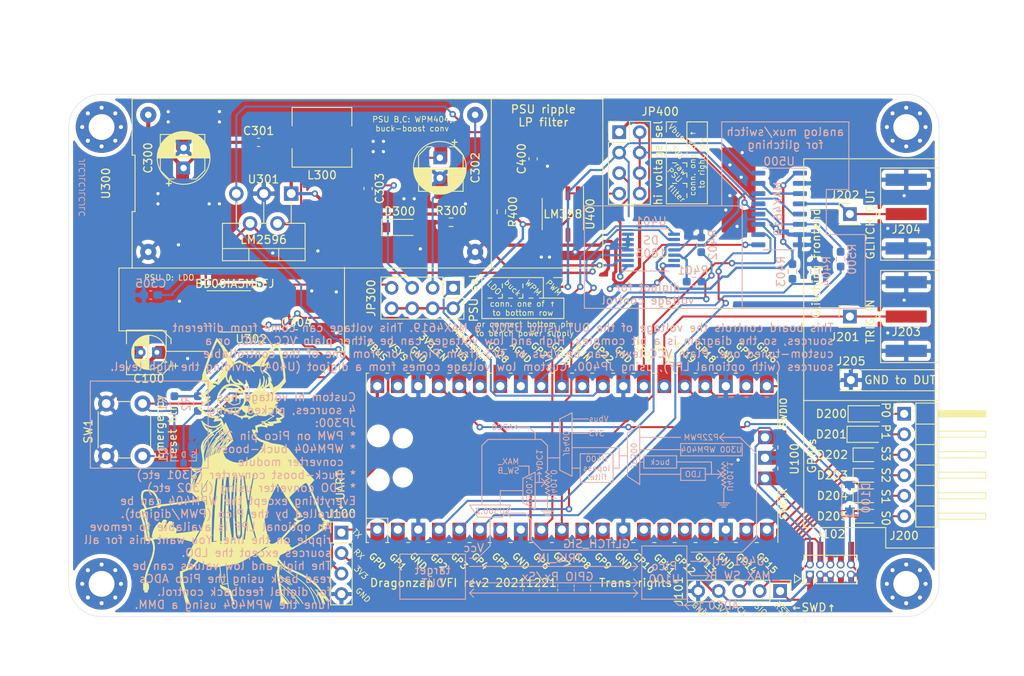
<source format=kicad_pcb>
(kicad_pcb (version 20171130) (host pcbnew 5.1.11)

  (general
    (thickness 1.6)
    (drawings 343)
    (tracks 645)
    (zones 0)
    (modules 56)
    (nets 59)
  )

  (page A4)
  (layers
    (0 F.Cu signal)
    (31 B.Cu signal)
    (32 B.Adhes user)
    (33 F.Adhes user)
    (34 B.Paste user)
    (35 F.Paste user)
    (36 B.SilkS user hide)
    (37 F.SilkS user)
    (38 B.Mask user)
    (39 F.Mask user)
    (40 Dwgs.User user)
    (41 Cmts.User user)
    (42 Eco1.User user)
    (43 Eco2.User user)
    (44 Edge.Cuts user)
    (45 Margin user)
    (46 B.CrtYd user)
    (47 F.CrtYd user)
    (48 B.Fab user)
    (49 F.Fab user)
  )

  (setup
    (last_trace_width 0.25)
    (user_trace_width 0.25)
    (user_trace_width 0.5)
    (trace_clearance 0.2)
    (zone_clearance 0.508)
    (zone_45_only no)
    (trace_min 0.2)
    (via_size 0.8)
    (via_drill 0.4)
    (via_min_size 0.4)
    (via_min_drill 0.3)
    (uvia_size 0.3)
    (uvia_drill 0.1)
    (uvias_allowed no)
    (uvia_min_size 0.2)
    (uvia_min_drill 0.1)
    (edge_width 0.05)
    (segment_width 0.2)
    (pcb_text_width 0.3)
    (pcb_text_size 1.5 1.5)
    (mod_edge_width 0.12)
    (mod_text_size 1 1)
    (mod_text_width 0.15)
    (pad_size 0.97 1.25)
    (pad_drill 0)
    (pad_to_mask_clearance 0)
    (aux_axis_origin 0 0)
    (visible_elements FFFFFF7F)
    (pcbplotparams
      (layerselection 0x010fc_ffffffff)
      (usegerberextensions false)
      (usegerberattributes true)
      (usegerberadvancedattributes true)
      (creategerberjobfile true)
      (excludeedgelayer true)
      (linewidth 0.100000)
      (plotframeref false)
      (viasonmask false)
      (mode 1)
      (useauxorigin false)
      (hpglpennumber 1)
      (hpglpenspeed 20)
      (hpglpendiameter 15.000000)
      (psnegative false)
      (psa4output false)
      (plotreference true)
      (plotvalue true)
      (plotinvisibletext false)
      (padsonsilk false)
      (subtractmaskfromsilk false)
      (outputformat 1)
      (mirror false)
      (drillshape 0)
      (scaleselection 1)
      (outputdirectory "dragonzap/gerber/"))
  )

  (net 0 "")
  (net 1 GND)
  (net 2 VBUS)
  (net 3 +3V3)
  (net 4 +3.3VADC)
  (net 5 "Net-(D100-Pad1)")
  (net 6 UART_RX)
  (net 7 UART_TX)
  (net 8 /controller/SWDIO)
  (net 9 /controller/SWCLK)
  (net 10 "Net-(J102-Pad6)")
  (net 11 "Net-(J102-Pad7)")
  (net 12 "Net-(J102-Pad8)")
  (net 13 GPIO_P0D)
  (net 14 GPIO_P0W)
  (net 15 GPIO_P1D)
  (net 16 GPIO_P1W)
  (net 17 TRIG_IN)
  (net 18 GLITCH_OUT)
  (net 19 P22PWM)
  (net 20 ADC0)
  (net 21 ADC1)
  (net 22 "Net-(U100-Pad34)")
  (net 23 "Net-(U100-Pad39)")
  (net 24 GPIO_S3W)
  (net 25 GPIO_S3D)
  (net 26 GPIO_S2W)
  (net 27 GPIO_S2D)
  (net 28 GPIO_S1W)
  (net 29 GPIO_S1D)
  (net 30 GPIO_S0W)
  (net 31 GPIO_S0D)
  (net 32 DPOT_DAT)
  (net 33 DPOT_CLK)
  (net 34 "Net-(U100-Pad7)")
  (net 35 MAX_SW_B)
  (net 36 MAX_SW_A)
  (net 37 MAX_EN)
  (net 38 DPOT_HI)
  (net 39 "Net-(C400-Pad1)")
  (net 40 "Net-(D300-Pad1)")
  (net 41 Vdcflt)
  (net 42 Vdclo)
  (net 43 GLITCH_SIG)
  (net 44 DPOT_W)
  (net 45 /glitchout/Vglitch_lo)
  (net 46 DPOT_LO)
  (net 47 "Net-(U100-Pad30)")
  (net 48 "Net-(JP400-Pad4)")
  (net 49 "Net-(U500-Pad14)")
  (net 50 "Net-(U500-Pad13)")
  (net 51 "Net-(U500-Pad12)")
  (net 52 "Net-(JP300-Pad2)")
  (net 53 "Net-(C302-Pad1)")
  (net 54 "Net-(C305-Pad1)")
  (net 55 EMERG_SHDN)
  (net 56 ~EMERG_SHDN~)
  (net 57 "Net-(U401-Pad13)")
  (net 58 "Net-(U302-Pad4)")

  (net_class Default "This is the default net class."
    (clearance 0.2)
    (trace_width 0.25)
    (via_dia 0.8)
    (via_drill 0.4)
    (uvia_dia 0.3)
    (uvia_drill 0.1)
    (add_net /controller/SWCLK)
    (add_net /controller/SWDIO)
    (add_net ADC0)
    (add_net ADC1)
    (add_net DPOT_CLK)
    (add_net DPOT_DAT)
    (add_net EMERG_SHDN)
    (add_net GLITCH_SIG)
    (add_net GND)
    (add_net GPIO_P0D)
    (add_net GPIO_P0W)
    (add_net GPIO_P1D)
    (add_net GPIO_P1W)
    (add_net GPIO_S0D)
    (add_net GPIO_S0W)
    (add_net GPIO_S1D)
    (add_net GPIO_S1W)
    (add_net GPIO_S2D)
    (add_net GPIO_S2W)
    (add_net GPIO_S3D)
    (add_net GPIO_S3W)
    (add_net MAX_EN)
    (add_net MAX_SW_A)
    (add_net MAX_SW_B)
    (add_net "Net-(C302-Pad1)")
    (add_net "Net-(C305-Pad1)")
    (add_net "Net-(C400-Pad1)")
    (add_net "Net-(D100-Pad1)")
    (add_net "Net-(D300-Pad1)")
    (add_net "Net-(J102-Pad6)")
    (add_net "Net-(J102-Pad7)")
    (add_net "Net-(J102-Pad8)")
    (add_net "Net-(JP300-Pad2)")
    (add_net "Net-(JP400-Pad4)")
    (add_net "Net-(U100-Pad30)")
    (add_net "Net-(U100-Pad34)")
    (add_net "Net-(U100-Pad39)")
    (add_net "Net-(U100-Pad7)")
    (add_net "Net-(U302-Pad4)")
    (add_net "Net-(U401-Pad13)")
    (add_net "Net-(U500-Pad12)")
    (add_net "Net-(U500-Pad13)")
    (add_net "Net-(U500-Pad14)")
    (add_net P22PWM)
    (add_net TRIG_IN)
    (add_net UART_RX)
    (add_net UART_TX)
    (add_net ~EMERG_SHDN~)
  )

  (net_class power_big ""
    (clearance 0.2)
    (trace_width 0.4)
    (via_dia 0.8)
    (via_drill 0.4)
    (uvia_dia 0.3)
    (uvia_drill 0.1)
    (add_net VBUS)
  )

  (net_class power_small ""
    (clearance 0.2)
    (trace_width 0.3)
    (via_dia 0.8)
    (via_drill 0.4)
    (uvia_dia 0.3)
    (uvia_drill 0.1)
    (add_net +3.3VADC)
    (add_net +3V3)
    (add_net /glitchout/Vglitch_lo)
    (add_net DPOT_HI)
    (add_net DPOT_LO)
    (add_net DPOT_W)
    (add_net GLITCH_OUT)
    (add_net Vdcflt)
    (add_net Vdclo)
  )

  (module Package_SO:HSOP-8-1EP_3.9x4.9mm_P1.27mm_EP2.41x3.1mm (layer F.Cu) (tedit 61C27955) (tstamp 61CA7DDB)
    (at 167.005 106.045)
    (descr "HSOP, 8 Pin (https://www.st.com/resource/en/datasheet/l5973d.pdf), generated with kicad-footprint-generator ipc_gullwing_generator.py")
    (tags "HSOP SO")
    (path /61CA9896/6266715B)
    (attr smd)
    (fp_text reference U302 (at 2.032 3.429) (layer F.SilkS)
      (effects (font (size 1 1) (thickness 0.15)))
    )
    (fp_text value BD00IA5MEFJ (at 0 3.4) (layer F.Fab)
      (effects (font (size 1 1) (thickness 0.15)))
    )
    (fp_text user %R (at 0 0) (layer F.Fab)
      (effects (font (size 0.98 0.98) (thickness 0.15)))
    )
    (fp_line (start 0 2.56) (end 1.95 2.56) (layer F.SilkS) (width 0.12))
    (fp_line (start 0 2.56) (end -1.95 2.56) (layer F.SilkS) (width 0.12))
    (fp_line (start 0 -2.56) (end 1.95 -2.56) (layer F.SilkS) (width 0.12))
    (fp_line (start 0 -2.56) (end -3.45 -2.56) (layer F.SilkS) (width 0.12))
    (fp_line (start -0.975 -2.45) (end 1.95 -2.45) (layer F.Fab) (width 0.1))
    (fp_line (start 1.95 -2.45) (end 1.95 2.45) (layer F.Fab) (width 0.1))
    (fp_line (start 1.95 2.45) (end -1.95 2.45) (layer F.Fab) (width 0.1))
    (fp_line (start -1.95 2.45) (end -1.95 -1.475) (layer F.Fab) (width 0.1))
    (fp_line (start -1.95 -1.475) (end -0.975 -2.45) (layer F.Fab) (width 0.1))
    (fp_line (start -3.7 -2.7) (end -3.7 2.7) (layer F.CrtYd) (width 0.05))
    (fp_line (start -3.7 2.7) (end 3.7 2.7) (layer F.CrtYd) (width 0.05))
    (fp_line (start 3.7 2.7) (end 3.7 -2.7) (layer F.CrtYd) (width 0.05))
    (fp_line (start 3.7 -2.7) (end -3.7 -2.7) (layer F.CrtYd) (width 0.05))
    (pad "" smd roundrect (at 0.6 0.775) (size 0.97 1.25) (layers F.Paste) (roundrect_rratio 0.25))
    (pad "" smd roundrect (at 0.6 -0.775) (size 0.97 1.25) (layers F.Paste) (roundrect_rratio 0.25))
    (pad "" smd roundrect (at -0.6 0.775) (size 0.97 1.25) (layers F.Paste) (roundrect_rratio 0.25))
    (pad "" smd roundrect (at -0.6 -0.775) (size 0.97 1.25) (layers F.Paste) (roundrect_rratio 0.25))
    (pad 9 smd rect (at 0 0) (size 2.41 3.1) (layers F.Cu F.Mask)
      (net 1 GND))
    (pad 8 smd roundrect (at 2.65 -1.905) (size 1.6 0.6) (layers F.Cu F.Paste F.Mask) (roundrect_rratio 0.25)
      (net 2 VBUS))
    (pad 7 smd roundrect (at 2.65 -0.635) (size 1.6 0.6) (layers F.Cu F.Paste F.Mask) (roundrect_rratio 0.25))
    (pad 6 smd roundrect (at 2.65 0.635) (size 1.6 0.6) (layers F.Cu F.Paste F.Mask) (roundrect_rratio 0.25))
    (pad 5 smd roundrect (at 2.65 1.905) (size 1.6 0.6) (layers F.Cu F.Paste F.Mask) (roundrect_rratio 0.25)
      (net 56 ~EMERG_SHDN~))
    (pad 4 smd roundrect (at -2.65 1.905) (size 1.6 0.6) (layers F.Cu F.Paste F.Mask) (roundrect_rratio 0.25)
      (net 58 "Net-(U302-Pad4)"))
    (pad 3 smd roundrect (at -2.65 0.635) (size 1.6 0.6) (layers F.Cu F.Paste F.Mask) (roundrect_rratio 0.25)
      (net 1 GND))
    (pad 2 smd roundrect (at -2.65 -0.635) (size 1.6 0.6) (layers F.Cu F.Paste F.Mask) (roundrect_rratio 0.25)
      (net 44 DPOT_W))
    (pad 1 smd roundrect (at -2.65 -1.905) (size 1.6 0.6) (layers F.Cu F.Paste F.Mask) (roundrect_rratio 0.25)
      (net 54 "Net-(C305-Pad1)"))
    (model ${KISYS3DMOD}/Package_SO.3dshapes/HSOP-8-1EP_3.9x4.9mm_P1.27mm_EP2.41x3.1mm.wrl
      (at (xyz 0 0 0))
      (scale (xyz 1 1 1))
      (rotate (xyz 0 0 0))
    )
  )

  (module Capacitor_SMD:CP_Elec_5x5.3 (layer F.Cu) (tedit 61C24EF6) (tstamp 61C49CF5)
    (at 156.337 111.125 180)
    (descr "SMD capacitor, aluminum electrolytic, Nichicon, 5.0x5.3mm")
    (tags "capacitor electrolytic")
    (attr smd)
    (fp_text reference C100b (at 0 -3.7) (layer F.SilkS) hide
      (effects (font (size 1 1) (thickness 0.15)))
    )
    (fp_text value CP_Elec_5x5.3 (at 0 3.7) (layer F.Fab)
      (effects (font (size 1 1) (thickness 0.15)))
    )
    (fp_line (start -3.95 1.05) (end -2.9 1.05) (layer F.CrtYd) (width 0.05))
    (fp_line (start -3.95 -1.05) (end -3.95 1.05) (layer F.CrtYd) (width 0.05))
    (fp_line (start -2.9 -1.05) (end -3.95 -1.05) (layer F.CrtYd) (width 0.05))
    (fp_line (start -2.9 1.05) (end -2.9 1.75) (layer F.CrtYd) (width 0.05))
    (fp_line (start -2.9 -1.75) (end -2.9 -1.05) (layer F.CrtYd) (width 0.05))
    (fp_line (start -2.9 -1.75) (end -1.75 -2.9) (layer F.CrtYd) (width 0.05))
    (fp_line (start -2.9 1.75) (end -1.75 2.9) (layer F.CrtYd) (width 0.05))
    (fp_line (start -1.75 -2.9) (end 2.9 -2.9) (layer F.CrtYd) (width 0.05))
    (fp_line (start -1.75 2.9) (end 2.9 2.9) (layer F.CrtYd) (width 0.05))
    (fp_line (start 2.9 1.05) (end 2.9 2.9) (layer F.CrtYd) (width 0.05))
    (fp_line (start 3.95 1.05) (end 2.9 1.05) (layer F.CrtYd) (width 0.05))
    (fp_line (start 3.95 -1.05) (end 3.95 1.05) (layer F.CrtYd) (width 0.05))
    (fp_line (start 2.9 -1.05) (end 3.95 -1.05) (layer F.CrtYd) (width 0.05))
    (fp_line (start 2.9 -2.9) (end 2.9 -1.05) (layer F.CrtYd) (width 0.05))
    (fp_line (start -3.3125 -1.9975) (end -3.3125 -1.3725) (layer F.SilkS) (width 0.12))
    (fp_line (start -3.625 -1.685) (end -3 -1.685) (layer F.SilkS) (width 0.12))
    (fp_line (start -2.76 1.695563) (end -1.695563 2.76) (layer F.SilkS) (width 0.12))
    (fp_line (start -2.76 -1.695563) (end -1.695563 -2.76) (layer F.SilkS) (width 0.12))
    (fp_line (start -2.76 -1.695563) (end -2.76 -1.06) (layer F.SilkS) (width 0.12))
    (fp_line (start -2.76 1.695563) (end -2.76 1.06) (layer F.SilkS) (width 0.12))
    (fp_line (start -1.695563 2.76) (end 2.76 2.76) (layer F.SilkS) (width 0.12))
    (fp_line (start -1.695563 -2.76) (end 2.76 -2.76) (layer F.SilkS) (width 0.12))
    (fp_line (start 2.76 -2.76) (end 2.76 -1.06) (layer F.SilkS) (width 0.12))
    (fp_line (start 2.76 2.76) (end 2.76 1.06) (layer F.SilkS) (width 0.12))
    (fp_line (start -1.783956 -1.45) (end -1.783956 -0.95) (layer F.Fab) (width 0.1))
    (fp_line (start -2.033956 -1.2) (end -1.533956 -1.2) (layer F.Fab) (width 0.1))
    (fp_line (start -2.65 1.65) (end -1.65 2.65) (layer F.Fab) (width 0.1))
    (fp_line (start -2.65 -1.65) (end -1.65 -2.65) (layer F.Fab) (width 0.1))
    (fp_line (start -2.65 -1.65) (end -2.65 1.65) (layer F.Fab) (width 0.1))
    (fp_line (start -1.65 2.65) (end 2.65 2.65) (layer F.Fab) (width 0.1))
    (fp_line (start -1.65 -2.65) (end 2.65 -2.65) (layer F.Fab) (width 0.1))
    (fp_line (start 2.65 -2.65) (end 2.65 2.65) (layer F.Fab) (width 0.1))
    (fp_circle (center 0 0) (end 2.5 0) (layer F.Fab) (width 0.1))
    (fp_text user %R (at 0 0) (layer F.Fab)
      (effects (font (size 1 1) (thickness 0.15)))
    )
    (pad 1 smd roundrect (at -2.2 0 180) (size 3 1.6) (layers F.Cu F.Paste F.Mask) (roundrect_rratio 0.156)
      (net 2 VBUS))
    (pad 2 smd roundrect (at 2.2 0 180) (size 3 1.6) (layers F.Cu F.Paste F.Mask) (roundrect_rratio 0.156)
      (net 1 GND))
    (model ${KISYS3DMOD}/Capacitor_SMD.3dshapes/CP_Elec_5x5.3.wrl
      (at (xyz 0 0 0))
      (scale (xyz 1 1 1))
      (rotate (xyz 0 0 0))
    )
  )

  (module Capacitor_SMD:CP_Elec_5x5.3 (layer F.Cu) (tedit 61C24ECD) (tstamp 61C49CF5)
    (at 192.532 88.392 270)
    (descr "SMD capacitor, aluminum electrolytic, Nichicon, 5.0x5.3mm")
    (tags "capacitor electrolytic")
    (attr smd)
    (fp_text reference C302b (at 0 -3.7 90) (layer F.SilkS) hide
      (effects (font (size 1 1) (thickness 0.15)))
    )
    (fp_text value CP_Elec_5x5.3 (at 0 3.7 90) (layer F.Fab)
      (effects (font (size 1 1) (thickness 0.15)))
    )
    (fp_line (start -3.95 1.05) (end -2.9 1.05) (layer F.CrtYd) (width 0.05))
    (fp_line (start -3.95 -1.05) (end -3.95 1.05) (layer F.CrtYd) (width 0.05))
    (fp_line (start -2.9 -1.05) (end -3.95 -1.05) (layer F.CrtYd) (width 0.05))
    (fp_line (start -2.9 1.05) (end -2.9 1.75) (layer F.CrtYd) (width 0.05))
    (fp_line (start -2.9 -1.75) (end -2.9 -1.05) (layer F.CrtYd) (width 0.05))
    (fp_line (start -2.9 -1.75) (end -1.75 -2.9) (layer F.CrtYd) (width 0.05))
    (fp_line (start -2.9 1.75) (end -1.75 2.9) (layer F.CrtYd) (width 0.05))
    (fp_line (start -1.75 -2.9) (end 2.9 -2.9) (layer F.CrtYd) (width 0.05))
    (fp_line (start -1.75 2.9) (end 2.9 2.9) (layer F.CrtYd) (width 0.05))
    (fp_line (start 2.9 1.05) (end 2.9 2.9) (layer F.CrtYd) (width 0.05))
    (fp_line (start 3.95 1.05) (end 2.9 1.05) (layer F.CrtYd) (width 0.05))
    (fp_line (start 3.95 -1.05) (end 3.95 1.05) (layer F.CrtYd) (width 0.05))
    (fp_line (start 2.9 -1.05) (end 3.95 -1.05) (layer F.CrtYd) (width 0.05))
    (fp_line (start 2.9 -2.9) (end 2.9 -1.05) (layer F.CrtYd) (width 0.05))
    (fp_line (start -3.3125 -1.9975) (end -3.3125 -1.3725) (layer F.SilkS) (width 0.12))
    (fp_line (start -3.625 -1.685) (end -3 -1.685) (layer F.SilkS) (width 0.12))
    (fp_line (start -2.76 1.695563) (end -1.695563 2.76) (layer F.SilkS) (width 0.12))
    (fp_line (start -2.76 -1.695563) (end -1.695563 -2.76) (layer F.SilkS) (width 0.12))
    (fp_line (start -2.76 -1.695563) (end -2.76 -1.06) (layer F.SilkS) (width 0.12))
    (fp_line (start -2.76 1.695563) (end -2.76 1.06) (layer F.SilkS) (width 0.12))
    (fp_line (start -1.695563 2.76) (end 2.76 2.76) (layer F.SilkS) (width 0.12))
    (fp_line (start -1.695563 -2.76) (end 2.76 -2.76) (layer F.SilkS) (width 0.12))
    (fp_line (start 2.76 -2.76) (end 2.76 -1.06) (layer F.SilkS) (width 0.12))
    (fp_line (start 2.76 2.76) (end 2.76 1.06) (layer F.SilkS) (width 0.12))
    (fp_line (start -1.783956 -1.45) (end -1.783956 -0.95) (layer F.Fab) (width 0.1))
    (fp_line (start -2.033956 -1.2) (end -1.533956 -1.2) (layer F.Fab) (width 0.1))
    (fp_line (start -2.65 1.65) (end -1.65 2.65) (layer F.Fab) (width 0.1))
    (fp_line (start -2.65 -1.65) (end -1.65 -2.65) (layer F.Fab) (width 0.1))
    (fp_line (start -2.65 -1.65) (end -2.65 1.65) (layer F.Fab) (width 0.1))
    (fp_line (start -1.65 2.65) (end 2.65 2.65) (layer F.Fab) (width 0.1))
    (fp_line (start -1.65 -2.65) (end 2.65 -2.65) (layer F.Fab) (width 0.1))
    (fp_line (start 2.65 -2.65) (end 2.65 2.65) (layer F.Fab) (width 0.1))
    (fp_circle (center 0 0) (end 2.5 0) (layer F.Fab) (width 0.1))
    (fp_text user %R (at 0 0 90) (layer F.Fab)
      (effects (font (size 1 1) (thickness 0.15)))
    )
    (pad 1 smd roundrect (at -2.2 0 270) (size 3 1.6) (layers F.Cu F.Paste F.Mask) (roundrect_rratio 0.156)
      (net 53 "Net-(C302-Pad1)"))
    (pad 2 smd roundrect (at 2.2 0 270) (size 3 1.6) (layers F.Cu F.Paste F.Mask) (roundrect_rratio 0.156)
      (net 1 GND))
    (model ${KISYS3DMOD}/Capacitor_SMD.3dshapes/CP_Elec_5x5.3.wrl
      (at (xyz 0 0 0))
      (scale (xyz 1 1 1))
      (rotate (xyz 0 0 0))
    )
  )

  (module Capacitor_SMD:CP_Elec_5x5.3 (layer F.Cu) (tedit 61C24EA1) (tstamp 61C4985E)
    (at 160.528 86.868 90)
    (descr "SMD capacitor, aluminum electrolytic, Nichicon, 5.0x5.3mm")
    (tags "capacitor electrolytic")
    (attr smd)
    (fp_text reference C300b (at 0 -3.7 90) (layer F.SilkS) hide
      (effects (font (size 1 1) (thickness 0.15)))
    )
    (fp_text value CP_Elec_5x5.3 (at 0 3.7 90) (layer F.Fab)
      (effects (font (size 1 1) (thickness 0.15)))
    )
    (fp_line (start -3.95 1.05) (end -2.9 1.05) (layer F.CrtYd) (width 0.05))
    (fp_line (start -3.95 -1.05) (end -3.95 1.05) (layer F.CrtYd) (width 0.05))
    (fp_line (start -2.9 -1.05) (end -3.95 -1.05) (layer F.CrtYd) (width 0.05))
    (fp_line (start -2.9 1.05) (end -2.9 1.75) (layer F.CrtYd) (width 0.05))
    (fp_line (start -2.9 -1.75) (end -2.9 -1.05) (layer F.CrtYd) (width 0.05))
    (fp_line (start -2.9 -1.75) (end -1.75 -2.9) (layer F.CrtYd) (width 0.05))
    (fp_line (start -2.9 1.75) (end -1.75 2.9) (layer F.CrtYd) (width 0.05))
    (fp_line (start -1.75 -2.9) (end 2.9 -2.9) (layer F.CrtYd) (width 0.05))
    (fp_line (start -1.75 2.9) (end 2.9 2.9) (layer F.CrtYd) (width 0.05))
    (fp_line (start 2.9 1.05) (end 2.9 2.9) (layer F.CrtYd) (width 0.05))
    (fp_line (start 3.95 1.05) (end 2.9 1.05) (layer F.CrtYd) (width 0.05))
    (fp_line (start 3.95 -1.05) (end 3.95 1.05) (layer F.CrtYd) (width 0.05))
    (fp_line (start 2.9 -1.05) (end 3.95 -1.05) (layer F.CrtYd) (width 0.05))
    (fp_line (start 2.9 -2.9) (end 2.9 -1.05) (layer F.CrtYd) (width 0.05))
    (fp_line (start -3.3125 -1.9975) (end -3.3125 -1.3725) (layer F.SilkS) (width 0.12))
    (fp_line (start -3.625 -1.685) (end -3 -1.685) (layer F.SilkS) (width 0.12))
    (fp_line (start -2.76 1.695563) (end -1.695563 2.76) (layer F.SilkS) (width 0.12))
    (fp_line (start -2.76 -1.695563) (end -1.695563 -2.76) (layer F.SilkS) (width 0.12))
    (fp_line (start -2.76 -1.695563) (end -2.76 -1.06) (layer F.SilkS) (width 0.12))
    (fp_line (start -2.76 1.695563) (end -2.76 1.06) (layer F.SilkS) (width 0.12))
    (fp_line (start -1.695563 2.76) (end 2.76 2.76) (layer F.SilkS) (width 0.12))
    (fp_line (start -1.695563 -2.76) (end 2.76 -2.76) (layer F.SilkS) (width 0.12))
    (fp_line (start 2.76 -2.76) (end 2.76 -1.06) (layer F.SilkS) (width 0.12))
    (fp_line (start 2.76 2.76) (end 2.76 1.06) (layer F.SilkS) (width 0.12))
    (fp_line (start -1.783956 -1.45) (end -1.783956 -0.95) (layer F.Fab) (width 0.1))
    (fp_line (start -2.033956 -1.2) (end -1.533956 -1.2) (layer F.Fab) (width 0.1))
    (fp_line (start -2.65 1.65) (end -1.65 2.65) (layer F.Fab) (width 0.1))
    (fp_line (start -2.65 -1.65) (end -1.65 -2.65) (layer F.Fab) (width 0.1))
    (fp_line (start -2.65 -1.65) (end -2.65 1.65) (layer F.Fab) (width 0.1))
    (fp_line (start -1.65 2.65) (end 2.65 2.65) (layer F.Fab) (width 0.1))
    (fp_line (start -1.65 -2.65) (end 2.65 -2.65) (layer F.Fab) (width 0.1))
    (fp_line (start 2.65 -2.65) (end 2.65 2.65) (layer F.Fab) (width 0.1))
    (fp_circle (center 0 0) (end 2.5 0) (layer F.Fab) (width 0.1))
    (fp_text user %R (at 0 0 90) (layer F.Fab)
      (effects (font (size 1 1) (thickness 0.15)))
    )
    (pad 2 smd roundrect (at 2.2 0 90) (size 3 1.6) (layers F.Cu F.Paste F.Mask) (roundrect_rratio 0.156)
      (net 1 GND))
    (pad 1 smd roundrect (at -2.2 0 90) (size 3 1.6) (layers F.Cu F.Paste F.Mask) (roundrect_rratio 0.156)
      (net 2 VBUS))
    (model ${KISYS3DMOD}/Capacitor_SMD.3dshapes/CP_Elec_5x5.3.wrl
      (at (xyz 0 0 0))
      (scale (xyz 1 1 1))
      (rotate (xyz 0 0 0))
    )
  )

  (module Package_SO:TSSOP-14_4.4x5mm_P0.65mm (layer B.Cu) (tedit 5E476F32) (tstamp 61C8F582)
    (at 218.567 98.425)
    (descr "TSSOP, 14 Pin (JEDEC MO-153 Var AB-1 https://www.jedec.org/document_search?search_api_views_fulltext=MO-153), generated with kicad-footprint-generator ipc_gullwing_generator.py")
    (tags "TSSOP SO")
    (path /61CA98F5/6255530A)
    (attr smd)
    (fp_text reference U401 (at 0 -3.556) (layer B.SilkS)
      (effects (font (size 1 1) (thickness 0.15)) (justify mirror))
    )
    (fp_text value DS1803 (at 0 -3.45) (layer B.Fab)
      (effects (font (size 1 1) (thickness 0.15)) (justify mirror))
    )
    (fp_line (start 0 -2.61) (end 2.2 -2.61) (layer B.SilkS) (width 0.12))
    (fp_line (start 0 -2.61) (end -2.2 -2.61) (layer B.SilkS) (width 0.12))
    (fp_line (start 0 2.61) (end 2.2 2.61) (layer B.SilkS) (width 0.12))
    (fp_line (start 0 2.61) (end -3.6 2.61) (layer B.SilkS) (width 0.12))
    (fp_line (start -1.2 2.5) (end 2.2 2.5) (layer B.Fab) (width 0.1))
    (fp_line (start 2.2 2.5) (end 2.2 -2.5) (layer B.Fab) (width 0.1))
    (fp_line (start 2.2 -2.5) (end -2.2 -2.5) (layer B.Fab) (width 0.1))
    (fp_line (start -2.2 -2.5) (end -2.2 1.5) (layer B.Fab) (width 0.1))
    (fp_line (start -2.2 1.5) (end -1.2 2.5) (layer B.Fab) (width 0.1))
    (fp_line (start -3.85 2.75) (end -3.85 -2.75) (layer B.CrtYd) (width 0.05))
    (fp_line (start -3.85 -2.75) (end 3.85 -2.75) (layer B.CrtYd) (width 0.05))
    (fp_line (start 3.85 -2.75) (end 3.85 2.75) (layer B.CrtYd) (width 0.05))
    (fp_line (start 3.85 2.75) (end -3.85 2.75) (layer B.CrtYd) (width 0.05))
    (fp_text user %R (at 0 0) (layer B.Fab)
      (effects (font (size 1 1) (thickness 0.15)) (justify mirror))
    )
    (pad 14 smd roundrect (at 2.8625 1.95) (size 1.475 0.4) (layers B.Cu B.Paste B.Mask) (roundrect_rratio 0.25)
      (net 2 VBUS))
    (pad 13 smd roundrect (at 2.8625 1.3) (size 1.475 0.4) (layers B.Cu B.Paste B.Mask) (roundrect_rratio 0.25)
      (net 57 "Net-(U401-Pad13)"))
    (pad 12 smd roundrect (at 2.8625 0.65) (size 1.475 0.4) (layers B.Cu B.Paste B.Mask) (roundrect_rratio 0.25)
      (net 41 Vdcflt))
    (pad 11 smd roundrect (at 2.8625 0) (size 1.475 0.4) (layers B.Cu B.Paste B.Mask) (roundrect_rratio 0.25)
      (net 1 GND))
    (pad 10 smd roundrect (at 2.8625 -0.65) (size 1.475 0.4) (layers B.Cu B.Paste B.Mask) (roundrect_rratio 0.25)
      (net 42 Vdclo))
    (pad 9 smd roundrect (at 2.8625 -1.3) (size 1.475 0.4) (layers B.Cu B.Paste B.Mask) (roundrect_rratio 0.25)
      (net 32 DPOT_DAT))
    (pad 8 smd roundrect (at 2.8625 -1.95) (size 1.475 0.4) (layers B.Cu B.Paste B.Mask) (roundrect_rratio 0.25)
      (net 33 DPOT_CLK))
    (pad 7 smd roundrect (at -2.8625 -1.95) (size 1.475 0.4) (layers B.Cu B.Paste B.Mask) (roundrect_rratio 0.25)
      (net 1 GND))
    (pad 6 smd roundrect (at -2.8625 -1.3) (size 1.475 0.4) (layers B.Cu B.Paste B.Mask) (roundrect_rratio 0.25)
      (net 1 GND))
    (pad 5 smd roundrect (at -2.8625 -0.65) (size 1.475 0.4) (layers B.Cu B.Paste B.Mask) (roundrect_rratio 0.25)
      (net 1 GND))
    (pad 4 smd roundrect (at -2.8625 0) (size 1.475 0.4) (layers B.Cu B.Paste B.Mask) (roundrect_rratio 0.25)
      (net 1 GND))
    (pad 3 smd roundrect (at -2.8625 0.65) (size 1.475 0.4) (layers B.Cu B.Paste B.Mask) (roundrect_rratio 0.25)
      (net 44 DPOT_W))
    (pad 2 smd roundrect (at -2.8625 1.3) (size 1.475 0.4) (layers B.Cu B.Paste B.Mask) (roundrect_rratio 0.25)
      (net 46 DPOT_LO))
    (pad 1 smd roundrect (at -2.8625 1.95) (size 1.475 0.4) (layers B.Cu B.Paste B.Mask) (roundrect_rratio 0.25)
      (net 38 DPOT_HI))
    (model ${KISYS3DMOD}/Package_SO.3dshapes/TSSOP-14_4.4x5mm_P0.65mm.wrl
      (at (xyz 0 0 0))
      (scale (xyz 1 1 1))
      (rotate (xyz 0 0 0))
    )
  )

  (module Diode_SMD:D_SOD-123 (layer F.Cu) (tedit 58645DC7) (tstamp 61C2E5EE)
    (at 187.452 95.631)
    (descr SOD-123)
    (tags SOD-123)
    (path /61CA9896/62502C0F)
    (attr smd)
    (fp_text reference D300 (at 0 -2) (layer F.SilkS)
      (effects (font (size 1 1) (thickness 0.15)))
    )
    (fp_text value 1N5822/SS14 (at 0 2.1) (layer F.Fab)
      (effects (font (size 1 1) (thickness 0.15)))
    )
    (fp_line (start -2.25 -1) (end 1.65 -1) (layer F.SilkS) (width 0.12))
    (fp_line (start -2.25 1) (end 1.65 1) (layer F.SilkS) (width 0.12))
    (fp_line (start -2.35 -1.15) (end -2.35 1.15) (layer F.CrtYd) (width 0.05))
    (fp_line (start 2.35 1.15) (end -2.35 1.15) (layer F.CrtYd) (width 0.05))
    (fp_line (start 2.35 -1.15) (end 2.35 1.15) (layer F.CrtYd) (width 0.05))
    (fp_line (start -2.35 -1.15) (end 2.35 -1.15) (layer F.CrtYd) (width 0.05))
    (fp_line (start -1.4 -0.9) (end 1.4 -0.9) (layer F.Fab) (width 0.1))
    (fp_line (start 1.4 -0.9) (end 1.4 0.9) (layer F.Fab) (width 0.1))
    (fp_line (start 1.4 0.9) (end -1.4 0.9) (layer F.Fab) (width 0.1))
    (fp_line (start -1.4 0.9) (end -1.4 -0.9) (layer F.Fab) (width 0.1))
    (fp_line (start -0.75 0) (end -0.35 0) (layer F.Fab) (width 0.1))
    (fp_line (start -0.35 0) (end -0.35 -0.55) (layer F.Fab) (width 0.1))
    (fp_line (start -0.35 0) (end -0.35 0.55) (layer F.Fab) (width 0.1))
    (fp_line (start -0.35 0) (end 0.25 -0.4) (layer F.Fab) (width 0.1))
    (fp_line (start 0.25 -0.4) (end 0.25 0.4) (layer F.Fab) (width 0.1))
    (fp_line (start 0.25 0.4) (end -0.35 0) (layer F.Fab) (width 0.1))
    (fp_line (start 0.25 0) (end 0.75 0) (layer F.Fab) (width 0.1))
    (fp_line (start -2.25 -1) (end -2.25 1) (layer F.SilkS) (width 0.12))
    (fp_text user %R (at 0 -2) (layer F.Fab)
      (effects (font (size 1 1) (thickness 0.15)))
    )
    (pad 2 smd rect (at 1.65 0) (size 0.9 1.2) (layers F.Cu F.Paste F.Mask)
      (net 1 GND))
    (pad 1 smd rect (at -1.65 0) (size 0.9 1.2) (layers F.Cu F.Paste F.Mask)
      (net 40 "Net-(D300-Pad1)"))
    (model ${KISYS3DMOD}/Diode_SMD.3dshapes/D_SOD-123.wrl
      (at (xyz 0 0 0))
      (scale (xyz 1 1 1))
      (rotate (xyz 0 0 0))
    )
  )

  (module Diode_SMD:D_SOD-323 (layer F.Cu) (tedit 58641739) (tstamp 61C8F054)
    (at 245.11 131.445)
    (descr SOD-323)
    (tags SOD-323)
    (path /61CA9826/62492E75)
    (attr smd)
    (fp_text reference D205 (at -4.064 0) (layer F.SilkS)
      (effects (font (size 1 1) (thickness 0.15)))
    )
    (fp_text value 1N4148 (at 0.1 1.9) (layer F.Fab)
      (effects (font (size 1 1) (thickness 0.15)))
    )
    (fp_line (start -1.5 -0.85) (end 1.05 -0.85) (layer F.SilkS) (width 0.12))
    (fp_line (start -1.5 0.85) (end 1.05 0.85) (layer F.SilkS) (width 0.12))
    (fp_line (start -1.6 -0.95) (end -1.6 0.95) (layer F.CrtYd) (width 0.05))
    (fp_line (start -1.6 0.95) (end 1.6 0.95) (layer F.CrtYd) (width 0.05))
    (fp_line (start 1.6 -0.95) (end 1.6 0.95) (layer F.CrtYd) (width 0.05))
    (fp_line (start -1.6 -0.95) (end 1.6 -0.95) (layer F.CrtYd) (width 0.05))
    (fp_line (start -0.9 -0.7) (end 0.9 -0.7) (layer F.Fab) (width 0.1))
    (fp_line (start 0.9 -0.7) (end 0.9 0.7) (layer F.Fab) (width 0.1))
    (fp_line (start 0.9 0.7) (end -0.9 0.7) (layer F.Fab) (width 0.1))
    (fp_line (start -0.9 0.7) (end -0.9 -0.7) (layer F.Fab) (width 0.1))
    (fp_line (start -0.3 -0.35) (end -0.3 0.35) (layer F.Fab) (width 0.1))
    (fp_line (start -0.3 0) (end -0.5 0) (layer F.Fab) (width 0.1))
    (fp_line (start -0.3 0) (end 0.2 -0.35) (layer F.Fab) (width 0.1))
    (fp_line (start 0.2 -0.35) (end 0.2 0.35) (layer F.Fab) (width 0.1))
    (fp_line (start 0.2 0.35) (end -0.3 0) (layer F.Fab) (width 0.1))
    (fp_line (start 0.2 0) (end 0.45 0) (layer F.Fab) (width 0.1))
    (fp_line (start -1.5 -0.85) (end -1.5 0.85) (layer F.SilkS) (width 0.12))
    (fp_text user %R (at 0 -1.85) (layer F.Fab)
      (effects (font (size 1 1) (thickness 0.15)))
    )
    (pad 2 smd rect (at 1.05 0) (size 0.6 0.45) (layers F.Cu F.Paste F.Mask)
      (net 30 GPIO_S0W))
    (pad 1 smd rect (at -1.05 0) (size 0.6 0.45) (layers F.Cu F.Paste F.Mask)
      (net 31 GPIO_S0D))
    (model ${KISYS3DMOD}/Diode_SMD.3dshapes/D_SOD-323.wrl
      (at (xyz 0 0 0))
      (scale (xyz 1 1 1))
      (rotate (xyz 0 0 0))
    )
  )

  (module Diode_SMD:D_SOD-323 (layer F.Cu) (tedit 58641739) (tstamp 61C8F042)
    (at 245.11 128.905)
    (descr SOD-323)
    (tags SOD-323)
    (path /61CA9826/62492E6F)
    (attr smd)
    (fp_text reference D204 (at -4.064 0) (layer F.SilkS)
      (effects (font (size 1 1) (thickness 0.15)))
    )
    (fp_text value 1N4148 (at 0.1 1.9) (layer F.Fab)
      (effects (font (size 1 1) (thickness 0.15)))
    )
    (fp_line (start -1.5 -0.85) (end 1.05 -0.85) (layer F.SilkS) (width 0.12))
    (fp_line (start -1.5 0.85) (end 1.05 0.85) (layer F.SilkS) (width 0.12))
    (fp_line (start -1.6 -0.95) (end -1.6 0.95) (layer F.CrtYd) (width 0.05))
    (fp_line (start -1.6 0.95) (end 1.6 0.95) (layer F.CrtYd) (width 0.05))
    (fp_line (start 1.6 -0.95) (end 1.6 0.95) (layer F.CrtYd) (width 0.05))
    (fp_line (start -1.6 -0.95) (end 1.6 -0.95) (layer F.CrtYd) (width 0.05))
    (fp_line (start -0.9 -0.7) (end 0.9 -0.7) (layer F.Fab) (width 0.1))
    (fp_line (start 0.9 -0.7) (end 0.9 0.7) (layer F.Fab) (width 0.1))
    (fp_line (start 0.9 0.7) (end -0.9 0.7) (layer F.Fab) (width 0.1))
    (fp_line (start -0.9 0.7) (end -0.9 -0.7) (layer F.Fab) (width 0.1))
    (fp_line (start -0.3 -0.35) (end -0.3 0.35) (layer F.Fab) (width 0.1))
    (fp_line (start -0.3 0) (end -0.5 0) (layer F.Fab) (width 0.1))
    (fp_line (start -0.3 0) (end 0.2 -0.35) (layer F.Fab) (width 0.1))
    (fp_line (start 0.2 -0.35) (end 0.2 0.35) (layer F.Fab) (width 0.1))
    (fp_line (start 0.2 0.35) (end -0.3 0) (layer F.Fab) (width 0.1))
    (fp_line (start 0.2 0) (end 0.45 0) (layer F.Fab) (width 0.1))
    (fp_line (start -1.5 -0.85) (end -1.5 0.85) (layer F.SilkS) (width 0.12))
    (fp_text user %R (at 0 -1.85) (layer F.Fab)
      (effects (font (size 1 1) (thickness 0.15)))
    )
    (pad 2 smd rect (at 1.05 0) (size 0.6 0.45) (layers F.Cu F.Paste F.Mask)
      (net 28 GPIO_S1W))
    (pad 1 smd rect (at -1.05 0) (size 0.6 0.45) (layers F.Cu F.Paste F.Mask)
      (net 29 GPIO_S1D))
    (model ${KISYS3DMOD}/Diode_SMD.3dshapes/D_SOD-323.wrl
      (at (xyz 0 0 0))
      (scale (xyz 1 1 1))
      (rotate (xyz 0 0 0))
    )
  )

  (module Diode_SMD:D_SOD-323 (layer F.Cu) (tedit 58641739) (tstamp 61C8F030)
    (at 245.11 126.365)
    (descr SOD-323)
    (tags SOD-323)
    (path /61CA9826/62491CA3)
    (attr smd)
    (fp_text reference D203 (at -4.064 0) (layer F.SilkS)
      (effects (font (size 1 1) (thickness 0.15)))
    )
    (fp_text value 1N4148 (at 0.1 1.9) (layer F.Fab)
      (effects (font (size 1 1) (thickness 0.15)))
    )
    (fp_line (start -1.5 -0.85) (end 1.05 -0.85) (layer F.SilkS) (width 0.12))
    (fp_line (start -1.5 0.85) (end 1.05 0.85) (layer F.SilkS) (width 0.12))
    (fp_line (start -1.6 -0.95) (end -1.6 0.95) (layer F.CrtYd) (width 0.05))
    (fp_line (start -1.6 0.95) (end 1.6 0.95) (layer F.CrtYd) (width 0.05))
    (fp_line (start 1.6 -0.95) (end 1.6 0.95) (layer F.CrtYd) (width 0.05))
    (fp_line (start -1.6 -0.95) (end 1.6 -0.95) (layer F.CrtYd) (width 0.05))
    (fp_line (start -0.9 -0.7) (end 0.9 -0.7) (layer F.Fab) (width 0.1))
    (fp_line (start 0.9 -0.7) (end 0.9 0.7) (layer F.Fab) (width 0.1))
    (fp_line (start 0.9 0.7) (end -0.9 0.7) (layer F.Fab) (width 0.1))
    (fp_line (start -0.9 0.7) (end -0.9 -0.7) (layer F.Fab) (width 0.1))
    (fp_line (start -0.3 -0.35) (end -0.3 0.35) (layer F.Fab) (width 0.1))
    (fp_line (start -0.3 0) (end -0.5 0) (layer F.Fab) (width 0.1))
    (fp_line (start -0.3 0) (end 0.2 -0.35) (layer F.Fab) (width 0.1))
    (fp_line (start 0.2 -0.35) (end 0.2 0.35) (layer F.Fab) (width 0.1))
    (fp_line (start 0.2 0.35) (end -0.3 0) (layer F.Fab) (width 0.1))
    (fp_line (start 0.2 0) (end 0.45 0) (layer F.Fab) (width 0.1))
    (fp_line (start -1.5 -0.85) (end -1.5 0.85) (layer F.SilkS) (width 0.12))
    (fp_text user %R (at 0 -1.85) (layer F.Fab)
      (effects (font (size 1 1) (thickness 0.15)))
    )
    (pad 2 smd rect (at 1.05 0) (size 0.6 0.45) (layers F.Cu F.Paste F.Mask)
      (net 26 GPIO_S2W))
    (pad 1 smd rect (at -1.05 0) (size 0.6 0.45) (layers F.Cu F.Paste F.Mask)
      (net 27 GPIO_S2D))
    (model ${KISYS3DMOD}/Diode_SMD.3dshapes/D_SOD-323.wrl
      (at (xyz 0 0 0))
      (scale (xyz 1 1 1))
      (rotate (xyz 0 0 0))
    )
  )

  (module Diode_SMD:D_SOD-323 (layer F.Cu) (tedit 58641739) (tstamp 61C8F01E)
    (at 245.11 123.825)
    (descr SOD-323)
    (tags SOD-323)
    (path /61CA9826/62491C9D)
    (attr smd)
    (fp_text reference D202 (at -4.064 0) (layer F.SilkS)
      (effects (font (size 1 1) (thickness 0.15)))
    )
    (fp_text value 1N4148 (at 0.1 1.9) (layer F.Fab)
      (effects (font (size 1 1) (thickness 0.15)))
    )
    (fp_line (start -1.5 -0.85) (end 1.05 -0.85) (layer F.SilkS) (width 0.12))
    (fp_line (start -1.5 0.85) (end 1.05 0.85) (layer F.SilkS) (width 0.12))
    (fp_line (start -1.6 -0.95) (end -1.6 0.95) (layer F.CrtYd) (width 0.05))
    (fp_line (start -1.6 0.95) (end 1.6 0.95) (layer F.CrtYd) (width 0.05))
    (fp_line (start 1.6 -0.95) (end 1.6 0.95) (layer F.CrtYd) (width 0.05))
    (fp_line (start -1.6 -0.95) (end 1.6 -0.95) (layer F.CrtYd) (width 0.05))
    (fp_line (start -0.9 -0.7) (end 0.9 -0.7) (layer F.Fab) (width 0.1))
    (fp_line (start 0.9 -0.7) (end 0.9 0.7) (layer F.Fab) (width 0.1))
    (fp_line (start 0.9 0.7) (end -0.9 0.7) (layer F.Fab) (width 0.1))
    (fp_line (start -0.9 0.7) (end -0.9 -0.7) (layer F.Fab) (width 0.1))
    (fp_line (start -0.3 -0.35) (end -0.3 0.35) (layer F.Fab) (width 0.1))
    (fp_line (start -0.3 0) (end -0.5 0) (layer F.Fab) (width 0.1))
    (fp_line (start -0.3 0) (end 0.2 -0.35) (layer F.Fab) (width 0.1))
    (fp_line (start 0.2 -0.35) (end 0.2 0.35) (layer F.Fab) (width 0.1))
    (fp_line (start 0.2 0.35) (end -0.3 0) (layer F.Fab) (width 0.1))
    (fp_line (start 0.2 0) (end 0.45 0) (layer F.Fab) (width 0.1))
    (fp_line (start -1.5 -0.85) (end -1.5 0.85) (layer F.SilkS) (width 0.12))
    (fp_text user %R (at 0 -1.85) (layer F.Fab)
      (effects (font (size 1 1) (thickness 0.15)))
    )
    (pad 2 smd rect (at 1.05 0) (size 0.6 0.45) (layers F.Cu F.Paste F.Mask)
      (net 24 GPIO_S3W))
    (pad 1 smd rect (at -1.05 0) (size 0.6 0.45) (layers F.Cu F.Paste F.Mask)
      (net 25 GPIO_S3D))
    (model ${KISYS3DMOD}/Diode_SMD.3dshapes/D_SOD-323.wrl
      (at (xyz 0 0 0))
      (scale (xyz 1 1 1))
      (rotate (xyz 0 0 0))
    )
  )

  (module Diode_SMD:D_SOD-123 (layer F.Cu) (tedit 58645DC7) (tstamp 61C41EAB)
    (at 245.11 121.285)
    (descr SOD-123)
    (tags SOD-123)
    (path /61CA9826/624915A9)
    (attr smd)
    (fp_text reference D201 (at -4.191 0) (layer F.SilkS)
      (effects (font (size 1 1) (thickness 0.15)))
    )
    (fp_text value 1N4001 (at 0 2.1) (layer F.Fab)
      (effects (font (size 1 1) (thickness 0.15)))
    )
    (fp_line (start -2.25 -1) (end 1.65 -1) (layer F.SilkS) (width 0.12))
    (fp_line (start -2.25 1) (end 1.65 1) (layer F.SilkS) (width 0.12))
    (fp_line (start -2.35 -1.15) (end -2.35 1.15) (layer F.CrtYd) (width 0.05))
    (fp_line (start 2.35 1.15) (end -2.35 1.15) (layer F.CrtYd) (width 0.05))
    (fp_line (start 2.35 -1.15) (end 2.35 1.15) (layer F.CrtYd) (width 0.05))
    (fp_line (start -2.35 -1.15) (end 2.35 -1.15) (layer F.CrtYd) (width 0.05))
    (fp_line (start -1.4 -0.9) (end 1.4 -0.9) (layer F.Fab) (width 0.1))
    (fp_line (start 1.4 -0.9) (end 1.4 0.9) (layer F.Fab) (width 0.1))
    (fp_line (start 1.4 0.9) (end -1.4 0.9) (layer F.Fab) (width 0.1))
    (fp_line (start -1.4 0.9) (end -1.4 -0.9) (layer F.Fab) (width 0.1))
    (fp_line (start -0.75 0) (end -0.35 0) (layer F.Fab) (width 0.1))
    (fp_line (start -0.35 0) (end -0.35 -0.55) (layer F.Fab) (width 0.1))
    (fp_line (start -0.35 0) (end -0.35 0.55) (layer F.Fab) (width 0.1))
    (fp_line (start -0.35 0) (end 0.25 -0.4) (layer F.Fab) (width 0.1))
    (fp_line (start 0.25 -0.4) (end 0.25 0.4) (layer F.Fab) (width 0.1))
    (fp_line (start 0.25 0.4) (end -0.35 0) (layer F.Fab) (width 0.1))
    (fp_line (start 0.25 0) (end 0.75 0) (layer F.Fab) (width 0.1))
    (fp_line (start -2.25 -1) (end -2.25 1) (layer F.SilkS) (width 0.12))
    (fp_text user %R (at 0 -2) (layer F.Fab)
      (effects (font (size 1 1) (thickness 0.15)))
    )
    (pad 2 smd rect (at 1.65 0) (size 0.9 1.2) (layers F.Cu F.Paste F.Mask)
      (net 16 GPIO_P1W))
    (pad 1 smd rect (at -1.65 0) (size 0.9 1.2) (layers F.Cu F.Paste F.Mask)
      (net 15 GPIO_P1D))
    (model ${KISYS3DMOD}/Diode_SMD.3dshapes/D_SOD-123.wrl
      (at (xyz 0 0 0))
      (scale (xyz 1 1 1))
      (rotate (xyz 0 0 0))
    )
  )

  (module Diode_SMD:D_SOD-123 (layer F.Cu) (tedit 58645DC7) (tstamp 61C44357)
    (at 245.237 118.745)
    (descr SOD-123)
    (tags SOD-123)
    (path /61CA9826/62490CA6)
    (attr smd)
    (fp_text reference D200 (at -4.318 0) (layer F.SilkS)
      (effects (font (size 1 1) (thickness 0.15)))
    )
    (fp_text value 1N4001 (at 0 2.1) (layer F.Fab)
      (effects (font (size 1 1) (thickness 0.15)))
    )
    (fp_line (start -2.25 -1) (end 1.65 -1) (layer F.SilkS) (width 0.12))
    (fp_line (start -2.25 1) (end 1.65 1) (layer F.SilkS) (width 0.12))
    (fp_line (start -2.35 -1.15) (end -2.35 1.15) (layer F.CrtYd) (width 0.05))
    (fp_line (start 2.35 1.15) (end -2.35 1.15) (layer F.CrtYd) (width 0.05))
    (fp_line (start 2.35 -1.15) (end 2.35 1.15) (layer F.CrtYd) (width 0.05))
    (fp_line (start -2.35 -1.15) (end 2.35 -1.15) (layer F.CrtYd) (width 0.05))
    (fp_line (start -1.4 -0.9) (end 1.4 -0.9) (layer F.Fab) (width 0.1))
    (fp_line (start 1.4 -0.9) (end 1.4 0.9) (layer F.Fab) (width 0.1))
    (fp_line (start 1.4 0.9) (end -1.4 0.9) (layer F.Fab) (width 0.1))
    (fp_line (start -1.4 0.9) (end -1.4 -0.9) (layer F.Fab) (width 0.1))
    (fp_line (start -0.75 0) (end -0.35 0) (layer F.Fab) (width 0.1))
    (fp_line (start -0.35 0) (end -0.35 -0.55) (layer F.Fab) (width 0.1))
    (fp_line (start -0.35 0) (end -0.35 0.55) (layer F.Fab) (width 0.1))
    (fp_line (start -0.35 0) (end 0.25 -0.4) (layer F.Fab) (width 0.1))
    (fp_line (start 0.25 -0.4) (end 0.25 0.4) (layer F.Fab) (width 0.1))
    (fp_line (start 0.25 0.4) (end -0.35 0) (layer F.Fab) (width 0.1))
    (fp_line (start 0.25 0) (end 0.75 0) (layer F.Fab) (width 0.1))
    (fp_line (start -2.25 -1) (end -2.25 1) (layer F.SilkS) (width 0.12))
    (fp_text user %R (at 0 -2) (layer F.Fab)
      (effects (font (size 1 1) (thickness 0.15)))
    )
    (pad 2 smd rect (at 1.65 0) (size 0.9 1.2) (layers F.Cu F.Paste F.Mask)
      (net 14 GPIO_P0W))
    (pad 1 smd rect (at -1.65 0) (size 0.9 1.2) (layers F.Cu F.Paste F.Mask)
      (net 13 GPIO_P0D))
    (model ${KISYS3DMOD}/Diode_SMD.3dshapes/D_SOD-123.wrl
      (at (xyz 0 0 0))
      (scale (xyz 1 1 1))
      (rotate (xyz 0 0 0))
    )
  )

  (module Diode_SMD:D_SOD-123 (layer B.Cu) (tedit 58645DC7) (tstamp 61C8EFE6)
    (at 243.205 129.159 90)
    (descr SOD-123)
    (tags SOD-123)
    (path /61CA977C/61D10674)
    (attr smd)
    (fp_text reference D100 (at 0 2 90) (layer B.SilkS)
      (effects (font (size 1 1) (thickness 0.15)) (justify mirror))
    )
    (fp_text value 1N4001 (at 0 -2.1 90) (layer B.Fab)
      (effects (font (size 1 1) (thickness 0.15)) (justify mirror))
    )
    (fp_line (start -2.25 1) (end 1.65 1) (layer B.SilkS) (width 0.12))
    (fp_line (start -2.25 -1) (end 1.65 -1) (layer B.SilkS) (width 0.12))
    (fp_line (start -2.35 1.15) (end -2.35 -1.15) (layer B.CrtYd) (width 0.05))
    (fp_line (start 2.35 -1.15) (end -2.35 -1.15) (layer B.CrtYd) (width 0.05))
    (fp_line (start 2.35 1.15) (end 2.35 -1.15) (layer B.CrtYd) (width 0.05))
    (fp_line (start -2.35 1.15) (end 2.35 1.15) (layer B.CrtYd) (width 0.05))
    (fp_line (start -1.4 0.9) (end 1.4 0.9) (layer B.Fab) (width 0.1))
    (fp_line (start 1.4 0.9) (end 1.4 -0.9) (layer B.Fab) (width 0.1))
    (fp_line (start 1.4 -0.9) (end -1.4 -0.9) (layer B.Fab) (width 0.1))
    (fp_line (start -1.4 -0.9) (end -1.4 0.9) (layer B.Fab) (width 0.1))
    (fp_line (start -0.75 0) (end -0.35 0) (layer B.Fab) (width 0.1))
    (fp_line (start -0.35 0) (end -0.35 0.55) (layer B.Fab) (width 0.1))
    (fp_line (start -0.35 0) (end -0.35 -0.55) (layer B.Fab) (width 0.1))
    (fp_line (start -0.35 0) (end 0.25 0.4) (layer B.Fab) (width 0.1))
    (fp_line (start 0.25 0.4) (end 0.25 -0.4) (layer B.Fab) (width 0.1))
    (fp_line (start 0.25 -0.4) (end -0.35 0) (layer B.Fab) (width 0.1))
    (fp_line (start 0.25 0) (end 0.75 0) (layer B.Fab) (width 0.1))
    (fp_line (start -2.25 1) (end -2.25 -1) (layer B.SilkS) (width 0.12))
    (fp_text user %R (at 0 2 90) (layer B.Fab)
      (effects (font (size 1 1) (thickness 0.15)) (justify mirror))
    )
    (pad 2 smd rect (at 1.65 0 90) (size 0.9 1.2) (layers B.Cu B.Paste B.Mask)
      (net 56 ~EMERG_SHDN~))
    (pad 1 smd rect (at -1.65 0 90) (size 0.9 1.2) (layers B.Cu B.Paste B.Mask)
      (net 5 "Net-(D100-Pad1)"))
    (model ${KISYS3DMOD}/Diode_SMD.3dshapes/D_SOD-123.wrl
      (at (xyz 0 0 0))
      (scale (xyz 1 1 1))
      (rotate (xyz 0 0 0))
    )
  )

  (module Capacitor_SMD:C_0603_1608Metric_Pad1.08x0.95mm_HandSolder (layer F.Cu) (tedit 5F68FEEF) (tstamp 61C8EFD3)
    (at 203.962 87.122 90)
    (descr "Capacitor SMD 0603 (1608 Metric), square (rectangular) end terminal, IPC_7351 nominal with elongated pad for handsoldering. (Body size source: IPC-SM-782 page 76, https://www.pcb-3d.com/wordpress/wp-content/uploads/ipc-sm-782a_amendment_1_and_2.pdf), generated with kicad-footprint-generator")
    (tags "capacitor handsolder")
    (path /61CA98F5/62530F17)
    (attr smd)
    (fp_text reference C400 (at 0 -1.43 90) (layer F.SilkS)
      (effects (font (size 1 1) (thickness 0.15)))
    )
    (fp_text value 10uF (at 0 1.43 90) (layer F.Fab)
      (effects (font (size 1 1) (thickness 0.15)))
    )
    (fp_line (start -0.8 0.4) (end -0.8 -0.4) (layer F.Fab) (width 0.1))
    (fp_line (start -0.8 -0.4) (end 0.8 -0.4) (layer F.Fab) (width 0.1))
    (fp_line (start 0.8 -0.4) (end 0.8 0.4) (layer F.Fab) (width 0.1))
    (fp_line (start 0.8 0.4) (end -0.8 0.4) (layer F.Fab) (width 0.1))
    (fp_line (start -0.146267 -0.51) (end 0.146267 -0.51) (layer F.SilkS) (width 0.12))
    (fp_line (start -0.146267 0.51) (end 0.146267 0.51) (layer F.SilkS) (width 0.12))
    (fp_line (start -1.65 0.73) (end -1.65 -0.73) (layer F.CrtYd) (width 0.05))
    (fp_line (start -1.65 -0.73) (end 1.65 -0.73) (layer F.CrtYd) (width 0.05))
    (fp_line (start 1.65 -0.73) (end 1.65 0.73) (layer F.CrtYd) (width 0.05))
    (fp_line (start 1.65 0.73) (end -1.65 0.73) (layer F.CrtYd) (width 0.05))
    (fp_text user %R (at 0 0 90) (layer F.Fab)
      (effects (font (size 0.4 0.4) (thickness 0.06)))
    )
    (pad 2 smd roundrect (at 0.8625 0 90) (size 1.075 0.95) (layers F.Cu F.Paste F.Mask) (roundrect_rratio 0.25)
      (net 1 GND))
    (pad 1 smd roundrect (at -0.8625 0 90) (size 1.075 0.95) (layers F.Cu F.Paste F.Mask) (roundrect_rratio 0.25)
      (net 39 "Net-(C400-Pad1)"))
    (model ${KISYS3DMOD}/Capacitor_SMD.3dshapes/C_0603_1608Metric.wrl
      (at (xyz 0 0 0))
      (scale (xyz 1 1 1))
      (rotate (xyz 0 0 0))
    )
  )

  (module Capacitor_SMD:C_0603_1608Metric_Pad1.08x0.95mm_HandSolder (layer B.Cu) (tedit 5F68FEEF) (tstamp 61CA7CBD)
    (at 156.591 104.013 180)
    (descr "Capacitor SMD 0603 (1608 Metric), square (rectangular) end terminal, IPC_7351 nominal with elongated pad for handsoldering. (Body size source: IPC-SM-782 page 76, https://www.pcb-3d.com/wordpress/wp-content/uploads/ipc-sm-782a_amendment_1_and_2.pdf), generated with kicad-footprint-generator")
    (tags "capacitor handsolder")
    (path /61CA9896/62667197)
    (attr smd)
    (fp_text reference C305 (at 0 1.43) (layer B.SilkS)
      (effects (font (size 1 1) (thickness 0.15)) (justify mirror))
    )
    (fp_text value 10uF (at 0 -1.43) (layer B.Fab)
      (effects (font (size 1 1) (thickness 0.15)) (justify mirror))
    )
    (fp_line (start -0.8 -0.4) (end -0.8 0.4) (layer B.Fab) (width 0.1))
    (fp_line (start -0.8 0.4) (end 0.8 0.4) (layer B.Fab) (width 0.1))
    (fp_line (start 0.8 0.4) (end 0.8 -0.4) (layer B.Fab) (width 0.1))
    (fp_line (start 0.8 -0.4) (end -0.8 -0.4) (layer B.Fab) (width 0.1))
    (fp_line (start -0.146267 0.51) (end 0.146267 0.51) (layer B.SilkS) (width 0.12))
    (fp_line (start -0.146267 -0.51) (end 0.146267 -0.51) (layer B.SilkS) (width 0.12))
    (fp_line (start -1.65 -0.73) (end -1.65 0.73) (layer B.CrtYd) (width 0.05))
    (fp_line (start -1.65 0.73) (end 1.65 0.73) (layer B.CrtYd) (width 0.05))
    (fp_line (start 1.65 0.73) (end 1.65 -0.73) (layer B.CrtYd) (width 0.05))
    (fp_line (start 1.65 -0.73) (end -1.65 -0.73) (layer B.CrtYd) (width 0.05))
    (fp_text user %R (at 0 0) (layer B.Fab)
      (effects (font (size 0.4 0.4) (thickness 0.06)) (justify mirror))
    )
    (pad 2 smd roundrect (at 0.8625 0 180) (size 1.075 0.95) (layers B.Cu B.Paste B.Mask) (roundrect_rratio 0.25)
      (net 1 GND))
    (pad 1 smd roundrect (at -0.8625 0 180) (size 1.075 0.95) (layers B.Cu B.Paste B.Mask) (roundrect_rratio 0.25)
      (net 54 "Net-(C305-Pad1)"))
    (model ${KISYS3DMOD}/Capacitor_SMD.3dshapes/C_0603_1608Metric.wrl
      (at (xyz 0 0 0))
      (scale (xyz 1 1 1))
      (rotate (xyz 0 0 0))
    )
  )

  (module Capacitor_THT:CP_Radial_D4.0mm_P2.00mm (layer F.Cu) (tedit 5AE50EF0) (tstamp 61CA7E76)
    (at 157.353 111.125 180)
    (descr "CP, Radial series, Radial, pin pitch=2.00mm, , diameter=4mm, Electrolytic Capacitor")
    (tags "CP Radial series Radial pin pitch 2.00mm  diameter 4mm Electrolytic Capacitor")
    (path /61CA977C/61CE8380)
    (fp_text reference C100 (at 1 -3.25) (layer F.SilkS)
      (effects (font (size 1 1) (thickness 0.15)))
    )
    (fp_text value 47uF (at 1 3.25) (layer F.Fab)
      (effects (font (size 1 1) (thickness 0.15)))
    )
    (fp_circle (center 1 0) (end 3 0) (layer F.Fab) (width 0.1))
    (fp_circle (center 1 0) (end 3.12 0) (layer F.SilkS) (width 0.12))
    (fp_circle (center 1 0) (end 3.25 0) (layer F.CrtYd) (width 0.05))
    (fp_line (start -0.702554 -0.8675) (end -0.302554 -0.8675) (layer F.Fab) (width 0.1))
    (fp_line (start -0.502554 -1.0675) (end -0.502554 -0.6675) (layer F.Fab) (width 0.1))
    (fp_line (start 1 -2.08) (end 1 2.08) (layer F.SilkS) (width 0.12))
    (fp_line (start 1.04 -2.08) (end 1.04 2.08) (layer F.SilkS) (width 0.12))
    (fp_line (start 1.08 -2.079) (end 1.08 2.079) (layer F.SilkS) (width 0.12))
    (fp_line (start 1.12 -2.077) (end 1.12 2.077) (layer F.SilkS) (width 0.12))
    (fp_line (start 1.16 -2.074) (end 1.16 2.074) (layer F.SilkS) (width 0.12))
    (fp_line (start 1.2 -2.071) (end 1.2 -0.84) (layer F.SilkS) (width 0.12))
    (fp_line (start 1.2 0.84) (end 1.2 2.071) (layer F.SilkS) (width 0.12))
    (fp_line (start 1.24 -2.067) (end 1.24 -0.84) (layer F.SilkS) (width 0.12))
    (fp_line (start 1.24 0.84) (end 1.24 2.067) (layer F.SilkS) (width 0.12))
    (fp_line (start 1.28 -2.062) (end 1.28 -0.84) (layer F.SilkS) (width 0.12))
    (fp_line (start 1.28 0.84) (end 1.28 2.062) (layer F.SilkS) (width 0.12))
    (fp_line (start 1.32 -2.056) (end 1.32 -0.84) (layer F.SilkS) (width 0.12))
    (fp_line (start 1.32 0.84) (end 1.32 2.056) (layer F.SilkS) (width 0.12))
    (fp_line (start 1.36 -2.05) (end 1.36 -0.84) (layer F.SilkS) (width 0.12))
    (fp_line (start 1.36 0.84) (end 1.36 2.05) (layer F.SilkS) (width 0.12))
    (fp_line (start 1.4 -2.042) (end 1.4 -0.84) (layer F.SilkS) (width 0.12))
    (fp_line (start 1.4 0.84) (end 1.4 2.042) (layer F.SilkS) (width 0.12))
    (fp_line (start 1.44 -2.034) (end 1.44 -0.84) (layer F.SilkS) (width 0.12))
    (fp_line (start 1.44 0.84) (end 1.44 2.034) (layer F.SilkS) (width 0.12))
    (fp_line (start 1.48 -2.025) (end 1.48 -0.84) (layer F.SilkS) (width 0.12))
    (fp_line (start 1.48 0.84) (end 1.48 2.025) (layer F.SilkS) (width 0.12))
    (fp_line (start 1.52 -2.016) (end 1.52 -0.84) (layer F.SilkS) (width 0.12))
    (fp_line (start 1.52 0.84) (end 1.52 2.016) (layer F.SilkS) (width 0.12))
    (fp_line (start 1.56 -2.005) (end 1.56 -0.84) (layer F.SilkS) (width 0.12))
    (fp_line (start 1.56 0.84) (end 1.56 2.005) (layer F.SilkS) (width 0.12))
    (fp_line (start 1.6 -1.994) (end 1.6 -0.84) (layer F.SilkS) (width 0.12))
    (fp_line (start 1.6 0.84) (end 1.6 1.994) (layer F.SilkS) (width 0.12))
    (fp_line (start 1.64 -1.982) (end 1.64 -0.84) (layer F.SilkS) (width 0.12))
    (fp_line (start 1.64 0.84) (end 1.64 1.982) (layer F.SilkS) (width 0.12))
    (fp_line (start 1.68 -1.968) (end 1.68 -0.84) (layer F.SilkS) (width 0.12))
    (fp_line (start 1.68 0.84) (end 1.68 1.968) (layer F.SilkS) (width 0.12))
    (fp_line (start 1.721 -1.954) (end 1.721 -0.84) (layer F.SilkS) (width 0.12))
    (fp_line (start 1.721 0.84) (end 1.721 1.954) (layer F.SilkS) (width 0.12))
    (fp_line (start 1.761 -1.94) (end 1.761 -0.84) (layer F.SilkS) (width 0.12))
    (fp_line (start 1.761 0.84) (end 1.761 1.94) (layer F.SilkS) (width 0.12))
    (fp_line (start 1.801 -1.924) (end 1.801 -0.84) (layer F.SilkS) (width 0.12))
    (fp_line (start 1.801 0.84) (end 1.801 1.924) (layer F.SilkS) (width 0.12))
    (fp_line (start 1.841 -1.907) (end 1.841 -0.84) (layer F.SilkS) (width 0.12))
    (fp_line (start 1.841 0.84) (end 1.841 1.907) (layer F.SilkS) (width 0.12))
    (fp_line (start 1.881 -1.889) (end 1.881 -0.84) (layer F.SilkS) (width 0.12))
    (fp_line (start 1.881 0.84) (end 1.881 1.889) (layer F.SilkS) (width 0.12))
    (fp_line (start 1.921 -1.87) (end 1.921 -0.84) (layer F.SilkS) (width 0.12))
    (fp_line (start 1.921 0.84) (end 1.921 1.87) (layer F.SilkS) (width 0.12))
    (fp_line (start 1.961 -1.851) (end 1.961 -0.84) (layer F.SilkS) (width 0.12))
    (fp_line (start 1.961 0.84) (end 1.961 1.851) (layer F.SilkS) (width 0.12))
    (fp_line (start 2.001 -1.83) (end 2.001 -0.84) (layer F.SilkS) (width 0.12))
    (fp_line (start 2.001 0.84) (end 2.001 1.83) (layer F.SilkS) (width 0.12))
    (fp_line (start 2.041 -1.808) (end 2.041 -0.84) (layer F.SilkS) (width 0.12))
    (fp_line (start 2.041 0.84) (end 2.041 1.808) (layer F.SilkS) (width 0.12))
    (fp_line (start 2.081 -1.785) (end 2.081 -0.84) (layer F.SilkS) (width 0.12))
    (fp_line (start 2.081 0.84) (end 2.081 1.785) (layer F.SilkS) (width 0.12))
    (fp_line (start 2.121 -1.76) (end 2.121 -0.84) (layer F.SilkS) (width 0.12))
    (fp_line (start 2.121 0.84) (end 2.121 1.76) (layer F.SilkS) (width 0.12))
    (fp_line (start 2.161 -1.735) (end 2.161 -0.84) (layer F.SilkS) (width 0.12))
    (fp_line (start 2.161 0.84) (end 2.161 1.735) (layer F.SilkS) (width 0.12))
    (fp_line (start 2.201 -1.708) (end 2.201 -0.84) (layer F.SilkS) (width 0.12))
    (fp_line (start 2.201 0.84) (end 2.201 1.708) (layer F.SilkS) (width 0.12))
    (fp_line (start 2.241 -1.68) (end 2.241 -0.84) (layer F.SilkS) (width 0.12))
    (fp_line (start 2.241 0.84) (end 2.241 1.68) (layer F.SilkS) (width 0.12))
    (fp_line (start 2.281 -1.65) (end 2.281 -0.84) (layer F.SilkS) (width 0.12))
    (fp_line (start 2.281 0.84) (end 2.281 1.65) (layer F.SilkS) (width 0.12))
    (fp_line (start 2.321 -1.619) (end 2.321 -0.84) (layer F.SilkS) (width 0.12))
    (fp_line (start 2.321 0.84) (end 2.321 1.619) (layer F.SilkS) (width 0.12))
    (fp_line (start 2.361 -1.587) (end 2.361 -0.84) (layer F.SilkS) (width 0.12))
    (fp_line (start 2.361 0.84) (end 2.361 1.587) (layer F.SilkS) (width 0.12))
    (fp_line (start 2.401 -1.552) (end 2.401 -0.84) (layer F.SilkS) (width 0.12))
    (fp_line (start 2.401 0.84) (end 2.401 1.552) (layer F.SilkS) (width 0.12))
    (fp_line (start 2.441 -1.516) (end 2.441 -0.84) (layer F.SilkS) (width 0.12))
    (fp_line (start 2.441 0.84) (end 2.441 1.516) (layer F.SilkS) (width 0.12))
    (fp_line (start 2.481 -1.478) (end 2.481 -0.84) (layer F.SilkS) (width 0.12))
    (fp_line (start 2.481 0.84) (end 2.481 1.478) (layer F.SilkS) (width 0.12))
    (fp_line (start 2.521 -1.438) (end 2.521 -0.84) (layer F.SilkS) (width 0.12))
    (fp_line (start 2.521 0.84) (end 2.521 1.438) (layer F.SilkS) (width 0.12))
    (fp_line (start 2.561 -1.396) (end 2.561 -0.84) (layer F.SilkS) (width 0.12))
    (fp_line (start 2.561 0.84) (end 2.561 1.396) (layer F.SilkS) (width 0.12))
    (fp_line (start 2.601 -1.351) (end 2.601 -0.84) (layer F.SilkS) (width 0.12))
    (fp_line (start 2.601 0.84) (end 2.601 1.351) (layer F.SilkS) (width 0.12))
    (fp_line (start 2.641 -1.304) (end 2.641 -0.84) (layer F.SilkS) (width 0.12))
    (fp_line (start 2.641 0.84) (end 2.641 1.304) (layer F.SilkS) (width 0.12))
    (fp_line (start 2.681 -1.254) (end 2.681 -0.84) (layer F.SilkS) (width 0.12))
    (fp_line (start 2.681 0.84) (end 2.681 1.254) (layer F.SilkS) (width 0.12))
    (fp_line (start 2.721 -1.2) (end 2.721 -0.84) (layer F.SilkS) (width 0.12))
    (fp_line (start 2.721 0.84) (end 2.721 1.2) (layer F.SilkS) (width 0.12))
    (fp_line (start 2.761 -1.142) (end 2.761 -0.84) (layer F.SilkS) (width 0.12))
    (fp_line (start 2.761 0.84) (end 2.761 1.142) (layer F.SilkS) (width 0.12))
    (fp_line (start 2.801 -1.08) (end 2.801 -0.84) (layer F.SilkS) (width 0.12))
    (fp_line (start 2.801 0.84) (end 2.801 1.08) (layer F.SilkS) (width 0.12))
    (fp_line (start 2.841 -1.013) (end 2.841 1.013) (layer F.SilkS) (width 0.12))
    (fp_line (start 2.881 -0.94) (end 2.881 0.94) (layer F.SilkS) (width 0.12))
    (fp_line (start 2.921 -0.859) (end 2.921 0.859) (layer F.SilkS) (width 0.12))
    (fp_line (start 2.961 -0.768) (end 2.961 0.768) (layer F.SilkS) (width 0.12))
    (fp_line (start 3.001 -0.664) (end 3.001 0.664) (layer F.SilkS) (width 0.12))
    (fp_line (start 3.041 -0.537) (end 3.041 0.537) (layer F.SilkS) (width 0.12))
    (fp_line (start 3.081 -0.37) (end 3.081 0.37) (layer F.SilkS) (width 0.12))
    (fp_line (start -1.269801 -1.195) (end -0.869801 -1.195) (layer F.SilkS) (width 0.12))
    (fp_line (start -1.069801 -1.395) (end -1.069801 -0.995) (layer F.SilkS) (width 0.12))
    (fp_text user %R (at 1 0) (layer F.Fab)
      (effects (font (size 0.8 0.8) (thickness 0.12)))
    )
    (pad 2 thru_hole circle (at 2 0 180) (size 1.2 1.2) (drill 0.6) (layers *.Cu *.Mask)
      (net 1 GND))
    (pad 1 thru_hole rect (at 0 0 180) (size 1.2 1.2) (drill 0.6) (layers *.Cu *.Mask)
      (net 2 VBUS))
    (model ${KISYS3DMOD}/Capacitor_THT.3dshapes/CP_Radial_D4.0mm_P2.00mm.wrl
      (at (xyz 0 0 0))
      (scale (xyz 1 1 1))
      (rotate (xyz 0 0 0))
    )
  )

  (module Resistor_SMD:R_0603_1608Metric_Pad0.98x0.95mm_HandSolder (layer B.Cu) (tedit 5F68FEEE) (tstamp 61C8F39D)
    (at 242.062 99.568 270)
    (descr "Resistor SMD 0603 (1608 Metric), square (rectangular) end terminal, IPC_7351 nominal with elongated pad for handsoldering. (Body size source: IPC-SM-782 page 72, https://www.pcb-3d.com/wordpress/wp-content/uploads/ipc-sm-782a_amendment_1_and_2.pdf), generated with kicad-footprint-generator")
    (tags "resistor handsolder")
    (path /61CA99C0/62925A32)
    (attr smd)
    (fp_text reference R500 (at 0 -1.397 90) (layer B.SilkS)
      (effects (font (size 1 1) (thickness 0.15)) (justify mirror))
    )
    (fp_text value 4.7k (at 0 -1.43 90) (layer B.Fab)
      (effects (font (size 1 1) (thickness 0.15)) (justify mirror))
    )
    (fp_line (start -0.8 -0.4125) (end -0.8 0.4125) (layer B.Fab) (width 0.1))
    (fp_line (start -0.8 0.4125) (end 0.8 0.4125) (layer B.Fab) (width 0.1))
    (fp_line (start 0.8 0.4125) (end 0.8 -0.4125) (layer B.Fab) (width 0.1))
    (fp_line (start 0.8 -0.4125) (end -0.8 -0.4125) (layer B.Fab) (width 0.1))
    (fp_line (start -0.254724 0.5225) (end 0.254724 0.5225) (layer B.SilkS) (width 0.12))
    (fp_line (start -0.254724 -0.5225) (end 0.254724 -0.5225) (layer B.SilkS) (width 0.12))
    (fp_line (start -1.65 -0.73) (end -1.65 0.73) (layer B.CrtYd) (width 0.05))
    (fp_line (start -1.65 0.73) (end 1.65 0.73) (layer B.CrtYd) (width 0.05))
    (fp_line (start 1.65 0.73) (end 1.65 -0.73) (layer B.CrtYd) (width 0.05))
    (fp_line (start 1.65 -0.73) (end -1.65 -0.73) (layer B.CrtYd) (width 0.05))
    (fp_text user %R (at 0 0 90) (layer B.Fab)
      (effects (font (size 0.4 0.4) (thickness 0.06)) (justify mirror))
    )
    (pad 2 smd roundrect (at 0.9125 0 270) (size 0.975 0.95) (layers B.Cu B.Paste B.Mask) (roundrect_rratio 0.25)
      (net 37 MAX_EN))
    (pad 1 smd roundrect (at -0.9125 0 270) (size 0.975 0.95) (layers B.Cu B.Paste B.Mask) (roundrect_rratio 0.25)
      (net 55 EMERG_SHDN))
    (model ${KISYS3DMOD}/Resistor_SMD.3dshapes/R_0603_1608Metric.wrl
      (at (xyz 0 0 0))
      (scale (xyz 1 1 1))
      (rotate (xyz 0 0 0))
    )
  )

  (module Resistor_SMD:R_0603_1608Metric_Pad0.98x0.95mm_HandSolder (layer B.Cu) (tedit 5F68FEEE) (tstamp 61D28D71)
    (at 238.887 101.092 90)
    (descr "Resistor SMD 0603 (1608 Metric), square (rectangular) end terminal, IPC_7351 nominal with elongated pad for handsoldering. (Body size source: IPC-SM-782 page 72, https://www.pcb-3d.com/wordpress/wp-content/uploads/ipc-sm-782a_amendment_1_and_2.pdf), generated with kicad-footprint-generator")
    (tags "resistor handsolder")
    (path /61CA98F5/625A0834)
    (attr smd)
    (fp_text reference R404 (at 0 1.43 90) (layer B.SilkS)
      (effects (font (size 1 1) (thickness 0.15)) (justify mirror))
    )
    (fp_text value 10k (at 0 -1.43 90) (layer B.Fab)
      (effects (font (size 1 1) (thickness 0.15)) (justify mirror))
    )
    (fp_line (start -0.8 -0.4125) (end -0.8 0.4125) (layer B.Fab) (width 0.1))
    (fp_line (start -0.8 0.4125) (end 0.8 0.4125) (layer B.Fab) (width 0.1))
    (fp_line (start 0.8 0.4125) (end 0.8 -0.4125) (layer B.Fab) (width 0.1))
    (fp_line (start 0.8 -0.4125) (end -0.8 -0.4125) (layer B.Fab) (width 0.1))
    (fp_line (start -0.254724 0.5225) (end 0.254724 0.5225) (layer B.SilkS) (width 0.12))
    (fp_line (start -0.254724 -0.5225) (end 0.254724 -0.5225) (layer B.SilkS) (width 0.12))
    (fp_line (start -1.65 -0.73) (end -1.65 0.73) (layer B.CrtYd) (width 0.05))
    (fp_line (start -1.65 0.73) (end 1.65 0.73) (layer B.CrtYd) (width 0.05))
    (fp_line (start 1.65 0.73) (end 1.65 -0.73) (layer B.CrtYd) (width 0.05))
    (fp_line (start 1.65 -0.73) (end -1.65 -0.73) (layer B.CrtYd) (width 0.05))
    (fp_text user %R (at 0 0 90) (layer B.Fab)
      (effects (font (size 0.4 0.4) (thickness 0.06)) (justify mirror))
    )
    (pad 2 smd roundrect (at 0.9125 0 90) (size 0.975 0.95) (layers B.Cu B.Paste B.Mask) (roundrect_rratio 0.25)
      (net 1 GND))
    (pad 1 smd roundrect (at -0.9125 0 90) (size 0.975 0.95) (layers B.Cu B.Paste B.Mask) (roundrect_rratio 0.25)
      (net 21 ADC1))
    (model ${KISYS3DMOD}/Resistor_SMD.3dshapes/R_0603_1608Metric.wrl
      (at (xyz 0 0 0))
      (scale (xyz 1 1 1))
      (rotate (xyz 0 0 0))
    )
  )

  (module Resistor_SMD:R_0603_1608Metric_Pad0.98x0.95mm_HandSolder (layer B.Cu) (tedit 5F68FEEE) (tstamp 61C942F5)
    (at 236.093 101.092 270)
    (descr "Resistor SMD 0603 (1608 Metric), square (rectangular) end terminal, IPC_7351 nominal with elongated pad for handsoldering. (Body size source: IPC-SM-782 page 72, https://www.pcb-3d.com/wordpress/wp-content/uploads/ipc-sm-782a_amendment_1_and_2.pdf), generated with kicad-footprint-generator")
    (tags "resistor handsolder")
    (path /61CA98F5/625A082E)
    (attr smd)
    (fp_text reference R403 (at 0 1.43 90) (layer B.SilkS)
      (effects (font (size 1 1) (thickness 0.15)) (justify mirror))
    )
    (fp_text value 10k (at 0 -1.43 90) (layer B.Fab)
      (effects (font (size 1 1) (thickness 0.15)) (justify mirror))
    )
    (fp_line (start -0.8 -0.4125) (end -0.8 0.4125) (layer B.Fab) (width 0.1))
    (fp_line (start -0.8 0.4125) (end 0.8 0.4125) (layer B.Fab) (width 0.1))
    (fp_line (start 0.8 0.4125) (end 0.8 -0.4125) (layer B.Fab) (width 0.1))
    (fp_line (start 0.8 -0.4125) (end -0.8 -0.4125) (layer B.Fab) (width 0.1))
    (fp_line (start -0.254724 0.5225) (end 0.254724 0.5225) (layer B.SilkS) (width 0.12))
    (fp_line (start -0.254724 -0.5225) (end 0.254724 -0.5225) (layer B.SilkS) (width 0.12))
    (fp_line (start -1.65 -0.73) (end -1.65 0.73) (layer B.CrtYd) (width 0.05))
    (fp_line (start -1.65 0.73) (end 1.65 0.73) (layer B.CrtYd) (width 0.05))
    (fp_line (start 1.65 0.73) (end 1.65 -0.73) (layer B.CrtYd) (width 0.05))
    (fp_line (start 1.65 -0.73) (end -1.65 -0.73) (layer B.CrtYd) (width 0.05))
    (fp_text user %R (at 0 0 90) (layer B.Fab)
      (effects (font (size 0.4 0.4) (thickness 0.06)) (justify mirror))
    )
    (pad 2 smd roundrect (at 0.9125 0 270) (size 0.975 0.95) (layers B.Cu B.Paste B.Mask) (roundrect_rratio 0.25)
      (net 21 ADC1))
    (pad 1 smd roundrect (at -0.9125 0 270) (size 0.975 0.95) (layers B.Cu B.Paste B.Mask) (roundrect_rratio 0.25)
      (net 42 Vdclo))
    (model ${KISYS3DMOD}/Resistor_SMD.3dshapes/R_0603_1608Metric.wrl
      (at (xyz 0 0 0))
      (scale (xyz 1 1 1))
      (rotate (xyz 0 0 0))
    )
  )

  (module Resistor_SMD:R_0603_1608Metric_Pad0.98x0.95mm_HandSolder (layer B.Cu) (tedit 5F68FEEE) (tstamp 61C8F36A)
    (at 224.79 97.79 90)
    (descr "Resistor SMD 0603 (1608 Metric), square (rectangular) end terminal, IPC_7351 nominal with elongated pad for handsoldering. (Body size source: IPC-SM-782 page 72, https://www.pcb-3d.com/wordpress/wp-content/uploads/ipc-sm-782a_amendment_1_and_2.pdf), generated with kicad-footprint-generator")
    (tags "resistor handsolder")
    (path /61CA98F5/62547F7D)
    (attr smd)
    (fp_text reference R402 (at 0 1.43 90) (layer B.SilkS)
      (effects (font (size 1 1) (thickness 0.15)) (justify mirror))
    )
    (fp_text value 10k (at 0 -1.43 90) (layer B.Fab)
      (effects (font (size 1 1) (thickness 0.15)) (justify mirror))
    )
    (fp_line (start -0.8 -0.4125) (end -0.8 0.4125) (layer B.Fab) (width 0.1))
    (fp_line (start -0.8 0.4125) (end 0.8 0.4125) (layer B.Fab) (width 0.1))
    (fp_line (start 0.8 0.4125) (end 0.8 -0.4125) (layer B.Fab) (width 0.1))
    (fp_line (start 0.8 -0.4125) (end -0.8 -0.4125) (layer B.Fab) (width 0.1))
    (fp_line (start -0.254724 0.5225) (end 0.254724 0.5225) (layer B.SilkS) (width 0.12))
    (fp_line (start -0.254724 -0.5225) (end 0.254724 -0.5225) (layer B.SilkS) (width 0.12))
    (fp_line (start -1.65 -0.73) (end -1.65 0.73) (layer B.CrtYd) (width 0.05))
    (fp_line (start -1.65 0.73) (end 1.65 0.73) (layer B.CrtYd) (width 0.05))
    (fp_line (start 1.65 0.73) (end 1.65 -0.73) (layer B.CrtYd) (width 0.05))
    (fp_line (start 1.65 -0.73) (end -1.65 -0.73) (layer B.CrtYd) (width 0.05))
    (fp_text user %R (at 0 0 90) (layer B.Fab)
      (effects (font (size 0.4 0.4) (thickness 0.06)) (justify mirror))
    )
    (pad 2 smd roundrect (at 0.9125 0 90) (size 0.975 0.95) (layers B.Cu B.Paste B.Mask) (roundrect_rratio 0.25)
      (net 1 GND))
    (pad 1 smd roundrect (at -0.9125 0 90) (size 0.975 0.95) (layers B.Cu B.Paste B.Mask) (roundrect_rratio 0.25)
      (net 20 ADC0))
    (model ${KISYS3DMOD}/Resistor_SMD.3dshapes/R_0603_1608Metric.wrl
      (at (xyz 0 0 0))
      (scale (xyz 1 1 1))
      (rotate (xyz 0 0 0))
    )
  )

  (module Resistor_SMD:R_0603_1608Metric_Pad0.98x0.95mm_HandSolder (layer B.Cu) (tedit 5F68FEEE) (tstamp 61CEC8BE)
    (at 223.901 102.362)
    (descr "Resistor SMD 0603 (1608 Metric), square (rectangular) end terminal, IPC_7351 nominal with elongated pad for handsoldering. (Body size source: IPC-SM-782 page 72, https://www.pcb-3d.com/wordpress/wp-content/uploads/ipc-sm-782a_amendment_1_and_2.pdf), generated with kicad-footprint-generator")
    (tags "resistor handsolder")
    (path /61CA98F5/625474BB)
    (attr smd)
    (fp_text reference R401 (at -0.127 -1.397) (layer B.SilkS)
      (effects (font (size 1 1) (thickness 0.15)) (justify mirror))
    )
    (fp_text value 10k (at 0 -1.43) (layer B.Fab)
      (effects (font (size 1 1) (thickness 0.15)) (justify mirror))
    )
    (fp_line (start -0.8 -0.4125) (end -0.8 0.4125) (layer B.Fab) (width 0.1))
    (fp_line (start -0.8 0.4125) (end 0.8 0.4125) (layer B.Fab) (width 0.1))
    (fp_line (start 0.8 0.4125) (end 0.8 -0.4125) (layer B.Fab) (width 0.1))
    (fp_line (start 0.8 -0.4125) (end -0.8 -0.4125) (layer B.Fab) (width 0.1))
    (fp_line (start -0.254724 0.5225) (end 0.254724 0.5225) (layer B.SilkS) (width 0.12))
    (fp_line (start -0.254724 -0.5225) (end 0.254724 -0.5225) (layer B.SilkS) (width 0.12))
    (fp_line (start -1.65 -0.73) (end -1.65 0.73) (layer B.CrtYd) (width 0.05))
    (fp_line (start -1.65 0.73) (end 1.65 0.73) (layer B.CrtYd) (width 0.05))
    (fp_line (start 1.65 0.73) (end 1.65 -0.73) (layer B.CrtYd) (width 0.05))
    (fp_line (start 1.65 -0.73) (end -1.65 -0.73) (layer B.CrtYd) (width 0.05))
    (fp_text user %R (at 0 0) (layer B.Fab)
      (effects (font (size 0.4 0.4) (thickness 0.06)) (justify mirror))
    )
    (pad 2 smd roundrect (at 0.9125 0) (size 0.975 0.95) (layers B.Cu B.Paste B.Mask) (roundrect_rratio 0.25)
      (net 20 ADC0))
    (pad 1 smd roundrect (at -0.9125 0) (size 0.975 0.95) (layers B.Cu B.Paste B.Mask) (roundrect_rratio 0.25)
      (net 41 Vdcflt))
    (model ${KISYS3DMOD}/Resistor_SMD.3dshapes/R_0603_1608Metric.wrl
      (at (xyz 0 0 0))
      (scale (xyz 1 1 1))
      (rotate (xyz 0 0 0))
    )
  )

  (module Resistor_SMD:R_0603_1608Metric_Pad0.98x0.95mm_HandSolder (layer F.Cu) (tedit 5F68FEEE) (tstamp 61C8F348)
    (at 200.025 93.7 270)
    (descr "Resistor SMD 0603 (1608 Metric), square (rectangular) end terminal, IPC_7351 nominal with elongated pad for handsoldering. (Body size source: IPC-SM-782 page 72, https://www.pcb-3d.com/wordpress/wp-content/uploads/ipc-sm-782a_amendment_1_and_2.pdf), generated with kicad-footprint-generator")
    (tags "resistor handsolder")
    (path /61CA98F5/6252AA40)
    (attr smd)
    (fp_text reference R400 (at 0 -1.43 90) (layer F.SilkS)
      (effects (font (size 1 1) (thickness 0.15)))
    )
    (fp_text value 47k (at 0 1.43 90) (layer F.Fab)
      (effects (font (size 1 1) (thickness 0.15)))
    )
    (fp_line (start -0.8 0.4125) (end -0.8 -0.4125) (layer F.Fab) (width 0.1))
    (fp_line (start -0.8 -0.4125) (end 0.8 -0.4125) (layer F.Fab) (width 0.1))
    (fp_line (start 0.8 -0.4125) (end 0.8 0.4125) (layer F.Fab) (width 0.1))
    (fp_line (start 0.8 0.4125) (end -0.8 0.4125) (layer F.Fab) (width 0.1))
    (fp_line (start -0.254724 -0.5225) (end 0.254724 -0.5225) (layer F.SilkS) (width 0.12))
    (fp_line (start -0.254724 0.5225) (end 0.254724 0.5225) (layer F.SilkS) (width 0.12))
    (fp_line (start -1.65 0.73) (end -1.65 -0.73) (layer F.CrtYd) (width 0.05))
    (fp_line (start -1.65 -0.73) (end 1.65 -0.73) (layer F.CrtYd) (width 0.05))
    (fp_line (start 1.65 -0.73) (end 1.65 0.73) (layer F.CrtYd) (width 0.05))
    (fp_line (start 1.65 0.73) (end -1.65 0.73) (layer F.CrtYd) (width 0.05))
    (fp_text user %R (at 0 0 90) (layer F.Fab)
      (effects (font (size 0.4 0.4) (thickness 0.06)))
    )
    (pad 2 smd roundrect (at 0.9125 0 270) (size 0.975 0.95) (layers F.Cu F.Paste F.Mask) (roundrect_rratio 0.25)
      (net 38 DPOT_HI))
    (pad 1 smd roundrect (at -0.9125 0 270) (size 0.975 0.95) (layers F.Cu F.Paste F.Mask) (roundrect_rratio 0.25)
      (net 39 "Net-(C400-Pad1)"))
    (model ${KISYS3DMOD}/Resistor_SMD.3dshapes/R_0603_1608Metric.wrl
      (at (xyz 0 0 0))
      (scale (xyz 1 1 1))
      (rotate (xyz 0 0 0))
    )
  )

  (module Resistor_SMD:R_0603_1608Metric_Pad0.98x0.95mm_HandSolder (layer B.Cu) (tedit 5F68FEEE) (tstamp 61C8F2D1)
    (at 162.42 117.475 270)
    (descr "Resistor SMD 0603 (1608 Metric), square (rectangular) end terminal, IPC_7351 nominal with elongated pad for handsoldering. (Body size source: IPC-SM-782 page 72, https://www.pcb-3d.com/wordpress/wp-content/uploads/ipc-sm-782a_amendment_1_and_2.pdf), generated with kicad-footprint-generator")
    (tags "resistor handsolder")
    (path /628B2738)
    (attr smd)
    (fp_text reference R2 (at 0 1.43 90) (layer B.SilkS)
      (effects (font (size 1 1) (thickness 0.15)) (justify mirror))
    )
    (fp_text value 47k (at 0 -1.43 90) (layer B.Fab)
      (effects (font (size 1 1) (thickness 0.15)) (justify mirror))
    )
    (fp_line (start -0.8 -0.4125) (end -0.8 0.4125) (layer B.Fab) (width 0.1))
    (fp_line (start -0.8 0.4125) (end 0.8 0.4125) (layer B.Fab) (width 0.1))
    (fp_line (start 0.8 0.4125) (end 0.8 -0.4125) (layer B.Fab) (width 0.1))
    (fp_line (start 0.8 -0.4125) (end -0.8 -0.4125) (layer B.Fab) (width 0.1))
    (fp_line (start -0.254724 0.5225) (end 0.254724 0.5225) (layer B.SilkS) (width 0.12))
    (fp_line (start -0.254724 -0.5225) (end 0.254724 -0.5225) (layer B.SilkS) (width 0.12))
    (fp_line (start -1.65 -0.73) (end -1.65 0.73) (layer B.CrtYd) (width 0.05))
    (fp_line (start -1.65 0.73) (end 1.65 0.73) (layer B.CrtYd) (width 0.05))
    (fp_line (start 1.65 0.73) (end 1.65 -0.73) (layer B.CrtYd) (width 0.05))
    (fp_line (start 1.65 -0.73) (end -1.65 -0.73) (layer B.CrtYd) (width 0.05))
    (fp_text user %R (at 0 0 90) (layer B.Fab)
      (effects (font (size 0.4 0.4) (thickness 0.06)) (justify mirror))
    )
    (pad 2 smd roundrect (at 0.9125 0 270) (size 0.975 0.95) (layers B.Cu B.Paste B.Mask) (roundrect_rratio 0.25)
      (net 55 EMERG_SHDN))
    (pad 1 smd roundrect (at -0.9125 0 270) (size 0.975 0.95) (layers B.Cu B.Paste B.Mask) (roundrect_rratio 0.25)
      (net 3 +3V3))
    (model ${KISYS3DMOD}/Resistor_SMD.3dshapes/R_0603_1608Metric.wrl
      (at (xyz 0 0 0))
      (scale (xyz 1 1 1))
      (rotate (xyz 0 0 0))
    )
  )

  (module Resistor_SMD:R_0603_1608Metric_Pad0.98x0.95mm_HandSolder (layer B.Cu) (tedit 5F68FEEE) (tstamp 61C8F2C0)
    (at 159.512 117.475 270)
    (descr "Resistor SMD 0603 (1608 Metric), square (rectangular) end terminal, IPC_7351 nominal with elongated pad for handsoldering. (Body size source: IPC-SM-782 page 72, https://www.pcb-3d.com/wordpress/wp-content/uploads/ipc-sm-782a_amendment_1_and_2.pdf), generated with kicad-footprint-generator")
    (tags "resistor handsolder")
    (path /62912E8F)
    (attr smd)
    (fp_text reference R1 (at 0 1.43 90) (layer B.SilkS)
      (effects (font (size 1 1) (thickness 0.15)) (justify mirror))
    )
    (fp_text value 47k (at 0 -1.43 90) (layer B.Fab)
      (effects (font (size 1 1) (thickness 0.15)) (justify mirror))
    )
    (fp_line (start -0.8 -0.4125) (end -0.8 0.4125) (layer B.Fab) (width 0.1))
    (fp_line (start -0.8 0.4125) (end 0.8 0.4125) (layer B.Fab) (width 0.1))
    (fp_line (start 0.8 0.4125) (end 0.8 -0.4125) (layer B.Fab) (width 0.1))
    (fp_line (start 0.8 -0.4125) (end -0.8 -0.4125) (layer B.Fab) (width 0.1))
    (fp_line (start -0.254724 0.5225) (end 0.254724 0.5225) (layer B.SilkS) (width 0.12))
    (fp_line (start -0.254724 -0.5225) (end 0.254724 -0.5225) (layer B.SilkS) (width 0.12))
    (fp_line (start -1.65 -0.73) (end -1.65 0.73) (layer B.CrtYd) (width 0.05))
    (fp_line (start -1.65 0.73) (end 1.65 0.73) (layer B.CrtYd) (width 0.05))
    (fp_line (start 1.65 0.73) (end 1.65 -0.73) (layer B.CrtYd) (width 0.05))
    (fp_line (start 1.65 -0.73) (end -1.65 -0.73) (layer B.CrtYd) (width 0.05))
    (fp_text user %R (at 0 0 90) (layer B.Fab)
      (effects (font (size 0.4 0.4) (thickness 0.06)) (justify mirror))
    )
    (pad 2 smd roundrect (at 0.9125 0 270) (size 0.975 0.95) (layers B.Cu B.Paste B.Mask) (roundrect_rratio 0.25)
      (net 56 ~EMERG_SHDN~))
    (pad 1 smd roundrect (at -0.9125 0 270) (size 0.975 0.95) (layers B.Cu B.Paste B.Mask) (roundrect_rratio 0.25)
      (net 3 +3V3))
    (model ${KISYS3DMOD}/Resistor_SMD.3dshapes/R_0603_1608Metric.wrl
      (at (xyz 0 0 0))
      (scale (xyz 1 1 1))
      (rotate (xyz 0 0 0))
    )
  )

  (module Capacitor_SMD:C_0603_1608Metric_Pad1.08x0.95mm_HandSolder (layer F.Cu) (tedit 5F68FEEF) (tstamp 61CA7F5C)
    (at 174.625 108.839)
    (descr "Capacitor SMD 0603 (1608 Metric), square (rectangular) end terminal, IPC_7351 nominal with elongated pad for handsoldering. (Body size source: IPC-SM-782 page 76, https://www.pcb-3d.com/wordpress/wp-content/uploads/ipc-sm-782a_amendment_1_and_2.pdf), generated with kicad-footprint-generator")
    (tags "capacitor handsolder")
    (path /61CA9896/6266718D)
    (attr smd)
    (fp_text reference C304 (at 0 -1.43) (layer F.SilkS)
      (effects (font (size 1 1) (thickness 0.15)))
    )
    (fp_text value 1uF (at 0 1.43) (layer F.Fab)
      (effects (font (size 1 1) (thickness 0.15)))
    )
    (fp_line (start -0.8 0.4) (end -0.8 -0.4) (layer F.Fab) (width 0.1))
    (fp_line (start -0.8 -0.4) (end 0.8 -0.4) (layer F.Fab) (width 0.1))
    (fp_line (start 0.8 -0.4) (end 0.8 0.4) (layer F.Fab) (width 0.1))
    (fp_line (start 0.8 0.4) (end -0.8 0.4) (layer F.Fab) (width 0.1))
    (fp_line (start -0.146267 -0.51) (end 0.146267 -0.51) (layer F.SilkS) (width 0.12))
    (fp_line (start -0.146267 0.51) (end 0.146267 0.51) (layer F.SilkS) (width 0.12))
    (fp_line (start -1.65 0.73) (end -1.65 -0.73) (layer F.CrtYd) (width 0.05))
    (fp_line (start -1.65 -0.73) (end 1.65 -0.73) (layer F.CrtYd) (width 0.05))
    (fp_line (start 1.65 -0.73) (end 1.65 0.73) (layer F.CrtYd) (width 0.05))
    (fp_line (start 1.65 0.73) (end -1.65 0.73) (layer F.CrtYd) (width 0.05))
    (fp_text user %R (at 0 0) (layer F.Fab)
      (effects (font (size 0.4 0.4) (thickness 0.06)))
    )
    (pad 2 smd roundrect (at 0.8625 0) (size 1.075 0.95) (layers F.Cu F.Paste F.Mask) (roundrect_rratio 0.25)
      (net 1 GND))
    (pad 1 smd roundrect (at -0.8625 0) (size 1.075 0.95) (layers F.Cu F.Paste F.Mask) (roundrect_rratio 0.25)
      (net 2 VBUS))
    (model ${KISYS3DMOD}/Capacitor_SMD.3dshapes/C_0603_1608Metric.wrl
      (at (xyz 0 0 0))
      (scale (xyz 1 1 1))
      (rotate (xyz 0 0 0))
    )
  )

  (module Connector_Coaxial:SMA_Amphenol_132289_EdgeMount (layer F.Cu) (tedit 5A1C1810) (tstamp 61C8F212)
    (at 250.19 93.98)
    (descr http://www.amphenolrf.com/132289.html)
    (tags SMA)
    (path /61CA9826/624C0685)
    (attr smd)
    (fp_text reference J204 (at 0 1.905 180) (layer F.SilkS)
      (effects (font (size 1 1) (thickness 0.15)))
    )
    (fp_text value Conn_01x01_MountingPin (at 5 6) (layer F.Fab)
      (effects (font (size 1 1) (thickness 0.15)))
    )
    (fp_line (start -1.91 5.08) (end 4.445 5.08) (layer F.Fab) (width 0.1))
    (fp_line (start -1.91 3.81) (end -1.91 5.08) (layer F.Fab) (width 0.1))
    (fp_line (start 2.54 3.81) (end -1.91 3.81) (layer F.Fab) (width 0.1))
    (fp_line (start 2.54 -3.81) (end 2.54 3.81) (layer F.Fab) (width 0.1))
    (fp_line (start -1.91 -3.81) (end 2.54 -3.81) (layer F.Fab) (width 0.1))
    (fp_line (start -1.91 -5.08) (end -1.91 -3.81) (layer F.Fab) (width 0.1))
    (fp_line (start -1.91 -5.08) (end 4.445 -5.08) (layer F.Fab) (width 0.1))
    (fp_line (start 4.445 -3.81) (end 4.445 -5.08) (layer F.Fab) (width 0.1))
    (fp_line (start 4.445 5.08) (end 4.445 3.81) (layer F.Fab) (width 0.1))
    (fp_line (start 13.97 3.81) (end 4.445 3.81) (layer F.Fab) (width 0.1))
    (fp_line (start 13.97 -3.81) (end 13.97 3.81) (layer F.Fab) (width 0.1))
    (fp_line (start 4.445 -3.81) (end 13.97 -3.81) (layer F.Fab) (width 0.1))
    (fp_line (start -3.04 5.58) (end -3.04 -5.58) (layer B.CrtYd) (width 0.05))
    (fp_line (start 14.47 5.58) (end -3.04 5.58) (layer B.CrtYd) (width 0.05))
    (fp_line (start 14.47 -5.58) (end 14.47 5.58) (layer B.CrtYd) (width 0.05))
    (fp_line (start 14.47 -5.58) (end -3.04 -5.58) (layer B.CrtYd) (width 0.05))
    (fp_line (start -3.04 5.58) (end -3.04 -5.58) (layer F.CrtYd) (width 0.05))
    (fp_line (start 14.47 5.58) (end -3.04 5.58) (layer F.CrtYd) (width 0.05))
    (fp_line (start 14.47 -5.58) (end 14.47 5.58) (layer F.CrtYd) (width 0.05))
    (fp_line (start 14.47 -5.58) (end -3.04 -5.58) (layer F.CrtYd) (width 0.05))
    (fp_line (start 2.54 -0.75) (end 3.54 0) (layer F.Fab) (width 0.1))
    (fp_line (start 3.54 0) (end 2.54 0.75) (layer F.Fab) (width 0.1))
    (fp_line (start -3.21 0) (end -3.71 -0.25) (layer F.SilkS) (width 0.12))
    (fp_line (start -3.71 -0.25) (end -3.71 0.25) (layer F.SilkS) (width 0.12))
    (fp_line (start -3.71 0.25) (end -3.21 0) (layer F.SilkS) (width 0.12))
    (fp_text user %R (at 4.79 0 270) (layer F.Fab)
      (effects (font (size 1 1) (thickness 0.15)))
    )
    (pad 1 smd rect (at 0 0 90) (size 1.5 5.08) (layers F.Cu F.Paste F.Mask)
      (net 18 GLITCH_OUT))
    (pad 2 smd rect (at 0 -4.25 90) (size 1.5 5.08) (layers F.Cu F.Paste F.Mask)
      (net 1 GND))
    (pad 2 smd rect (at 0 4.25 90) (size 1.5 5.08) (layers F.Cu F.Paste F.Mask)
      (net 1 GND))
    (pad 2 smd rect (at 0 -4.25 90) (size 1.5 5.08) (layers B.Cu B.Paste B.Mask)
      (net 1 GND))
    (pad 2 smd rect (at 0 4.25 90) (size 1.5 5.08) (layers B.Cu B.Paste B.Mask)
      (net 1 GND))
    (model ${KISYS3DMOD}/Connector_Coaxial.3dshapes/SMA_Amphenol_132289_EdgeMount.wrl
      (at (xyz 0 0 0))
      (scale (xyz 1 1 1))
      (rotate (xyz 0 0 0))
    )
  )

  (module MCU_RaspberryPi_and_Boards:RPi_Pico_SMD_TH (layer F.Cu) (tedit 5F638C80) (tstamp 61D29FF0)
    (at 208.788 124.206 90)
    (descr "Through hole straight pin header, 2x20, 2.54mm pitch, double rows")
    (tags "Through hole pin header THT 2x20 2.54mm double row")
    (path /61CA977C/61CA9F97)
    (fp_text reference U100 (at -0.127 27.559 90) (layer F.SilkS)
      (effects (font (size 1 1) (thickness 0.15)))
    )
    (fp_text value Pico (at 0 2.159 90) (layer F.Fab)
      (effects (font (size 1 1) (thickness 0.15)))
    )
    (fp_line (start 1.1 25.5) (end 1.5 25.5) (layer F.SilkS) (width 0.12))
    (fp_line (start -1.5 25.5) (end -1.1 25.5) (layer F.SilkS) (width 0.12))
    (fp_line (start 10.5 25.5) (end 3.7 25.5) (layer F.SilkS) (width 0.12))
    (fp_line (start 10.5 15.1) (end 10.5 15.5) (layer F.SilkS) (width 0.12))
    (fp_line (start 10.5 7.4) (end 10.5 7.8) (layer F.SilkS) (width 0.12))
    (fp_line (start 10.5 -18) (end 10.5 -17.6) (layer F.SilkS) (width 0.12))
    (fp_line (start 10.5 -25.5) (end 10.5 -25.2) (layer F.SilkS) (width 0.12))
    (fp_line (start 10.5 -2.7) (end 10.5 -2.3) (layer F.SilkS) (width 0.12))
    (fp_line (start 10.5 12.5) (end 10.5 12.9) (layer F.SilkS) (width 0.12))
    (fp_line (start 10.5 -7.8) (end 10.5 -7.4) (layer F.SilkS) (width 0.12))
    (fp_line (start 10.5 -12.9) (end 10.5 -12.5) (layer F.SilkS) (width 0.12))
    (fp_line (start 10.5 -0.2) (end 10.5 0.2) (layer F.SilkS) (width 0.12))
    (fp_line (start 10.5 4.9) (end 10.5 5.3) (layer F.SilkS) (width 0.12))
    (fp_line (start 10.5 20.1) (end 10.5 20.5) (layer F.SilkS) (width 0.12))
    (fp_line (start 10.5 22.7) (end 10.5 23.1) (layer F.SilkS) (width 0.12))
    (fp_line (start 10.5 17.6) (end 10.5 18) (layer F.SilkS) (width 0.12))
    (fp_line (start 10.5 -15.4) (end 10.5 -15) (layer F.SilkS) (width 0.12))
    (fp_line (start 10.5 -23.1) (end 10.5 -22.7) (layer F.SilkS) (width 0.12))
    (fp_line (start 10.5 -20.5) (end 10.5 -20.1) (layer F.SilkS) (width 0.12))
    (fp_line (start 10.5 10) (end 10.5 10.4) (layer F.SilkS) (width 0.12))
    (fp_line (start 10.5 2.3) (end 10.5 2.7) (layer F.SilkS) (width 0.12))
    (fp_line (start 10.5 -5.3) (end 10.5 -4.9) (layer F.SilkS) (width 0.12))
    (fp_line (start 10.5 -10.4) (end 10.5 -10) (layer F.SilkS) (width 0.12))
    (fp_line (start -10.5 22.7) (end -10.5 23.1) (layer F.SilkS) (width 0.12))
    (fp_line (start -10.5 20.1) (end -10.5 20.5) (layer F.SilkS) (width 0.12))
    (fp_line (start -10.5 17.6) (end -10.5 18) (layer F.SilkS) (width 0.12))
    (fp_line (start -10.5 15.1) (end -10.5 15.5) (layer F.SilkS) (width 0.12))
    (fp_line (start -10.5 12.5) (end -10.5 12.9) (layer F.SilkS) (width 0.12))
    (fp_line (start -10.5 10) (end -10.5 10.4) (layer F.SilkS) (width 0.12))
    (fp_line (start -10.5 7.4) (end -10.5 7.8) (layer F.SilkS) (width 0.12))
    (fp_line (start -10.5 4.9) (end -10.5 5.3) (layer F.SilkS) (width 0.12))
    (fp_line (start -10.5 2.3) (end -10.5 2.7) (layer F.SilkS) (width 0.12))
    (fp_line (start -10.5 -0.2) (end -10.5 0.2) (layer F.SilkS) (width 0.12))
    (fp_line (start -10.5 -2.7) (end -10.5 -2.3) (layer F.SilkS) (width 0.12))
    (fp_line (start -10.5 -5.3) (end -10.5 -4.9) (layer F.SilkS) (width 0.12))
    (fp_line (start -10.5 -7.8) (end -10.5 -7.4) (layer F.SilkS) (width 0.12))
    (fp_line (start -10.5 -10.4) (end -10.5 -10) (layer F.SilkS) (width 0.12))
    (fp_line (start -10.5 -12.9) (end -10.5 -12.5) (layer F.SilkS) (width 0.12))
    (fp_line (start -10.5 -15.4) (end -10.5 -15) (layer F.SilkS) (width 0.12))
    (fp_line (start -10.5 -18) (end -10.5 -17.6) (layer F.SilkS) (width 0.12))
    (fp_line (start -10.5 -20.5) (end -10.5 -20.1) (layer F.SilkS) (width 0.12))
    (fp_line (start -10.5 -23.1) (end -10.5 -22.7) (layer F.SilkS) (width 0.12))
    (fp_line (start -10.5 -25.5) (end -10.5 -25.2) (layer F.SilkS) (width 0.12))
    (fp_line (start -7.493 -22.833) (end -7.493 -25.5) (layer F.SilkS) (width 0.12))
    (fp_line (start -10.5 -22.833) (end -7.493 -22.833) (layer F.SilkS) (width 0.12))
    (fp_line (start -3.7 25.5) (end -10.5 25.5) (layer F.SilkS) (width 0.12))
    (fp_line (start -10.5 -25.5) (end 10.5 -25.5) (layer F.SilkS) (width 0.12))
    (fp_line (start -11 26) (end -11 -26) (layer F.CrtYd) (width 0.12))
    (fp_line (start 11 26) (end -11 26) (layer F.CrtYd) (width 0.12))
    (fp_line (start 11 -26) (end 11 26) (layer F.CrtYd) (width 0.12))
    (fp_line (start -11 -26) (end 11 -26) (layer F.CrtYd) (width 0.12))
    (fp_line (start -10.5 -24.2) (end -9.2 -25.5) (layer F.Fab) (width 0.12))
    (fp_line (start -10.5 25.5) (end -10.5 -25.5) (layer F.Fab) (width 0.12))
    (fp_line (start 10.5 25.5) (end -10.5 25.5) (layer F.Fab) (width 0.12))
    (fp_line (start 10.5 -25.5) (end 10.5 25.5) (layer F.Fab) (width 0.12))
    (fp_line (start -10.5 -25.5) (end 10.5 -25.5) (layer F.Fab) (width 0.12))
    (fp_poly (pts (xy -1.5 -16.5) (xy -3.5 -16.5) (xy -3.5 -18.5) (xy -1.5 -18.5)) (layer Dwgs.User) (width 0.1))
    (fp_poly (pts (xy -1.5 -14) (xy -3.5 -14) (xy -3.5 -16) (xy -1.5 -16)) (layer Dwgs.User) (width 0.1))
    (fp_poly (pts (xy -1.5 -11.5) (xy -3.5 -11.5) (xy -3.5 -13.5) (xy -1.5 -13.5)) (layer Dwgs.User) (width 0.1))
    (fp_poly (pts (xy 3.7 -20.2) (xy -3.7 -20.2) (xy -3.7 -24.9) (xy 3.7 -24.9)) (layer Dwgs.User) (width 0.1))
    (fp_text user %R (at 0 0 270) (layer F.Fab)
      (effects (font (size 1 1) (thickness 0.15)))
    )
    (fp_text user GP1 (at -12.9 -21.6 135) (layer F.SilkS)
      (effects (font (size 0.8 0.8) (thickness 0.15)))
    )
    (fp_text user GP2 (at -12.9 -16.51 135) (layer F.SilkS)
      (effects (font (size 0.8 0.8) (thickness 0.15)))
    )
    (fp_text user GP0 (at -12.8 -24.13 135) (layer F.SilkS)
      (effects (font (size 0.8 0.8) (thickness 0.15)))
    )
    (fp_text user GP3 (at -12.8 -13.97 135) (layer F.SilkS)
      (effects (font (size 0.8 0.8) (thickness 0.15)))
    )
    (fp_text user GP4 (at -12.8 -11.43 135) (layer F.SilkS)
      (effects (font (size 0.8 0.8) (thickness 0.15)))
    )
    (fp_text user GP5 (at -12.8 -8.89 135) (layer F.SilkS)
      (effects (font (size 0.8 0.8) (thickness 0.15)))
    )
    (fp_text user GP6 (at -12.8 -3.81 135) (layer F.SilkS)
      (effects (font (size 0.8 0.8) (thickness 0.15)))
    )
    (fp_text user GP7 (at -12.7 -1.3 135) (layer F.SilkS)
      (effects (font (size 0.8 0.8) (thickness 0.15)))
    )
    (fp_text user GP8 (at -12.8 1.27 135) (layer F.SilkS)
      (effects (font (size 0.8 0.8) (thickness 0.15)))
    )
    (fp_text user GP9 (at -12.8 3.81 135) (layer F.SilkS)
      (effects (font (size 0.8 0.8) (thickness 0.15)))
    )
    (fp_text user GP10 (at -13.054 8.89 135) (layer F.SilkS)
      (effects (font (size 0.8 0.8) (thickness 0.15)))
    )
    (fp_text user GP11 (at -13.2 11.43 135) (layer F.SilkS)
      (effects (font (size 0.8 0.8) (thickness 0.15)))
    )
    (fp_text user GP12 (at -13.2 13.97 135) (layer F.SilkS)
      (effects (font (size 0.8 0.8) (thickness 0.15)))
    )
    (fp_text user GP13 (at -13.054 16.51 135) (layer F.SilkS)
      (effects (font (size 0.8 0.8) (thickness 0.15)))
    )
    (fp_text user GP14 (at -13.1 21.59 135) (layer F.SilkS)
      (effects (font (size 0.8 0.8) (thickness 0.15)))
    )
    (fp_text user GP15 (at -13.054 24.13 135) (layer F.SilkS)
      (effects (font (size 0.8 0.8) (thickness 0.15)))
    )
    (fp_text user GP16 (at 13.054 24.13 135) (layer F.SilkS)
      (effects (font (size 0.8 0.8) (thickness 0.15)))
    )
    (fp_text user GP17 (at 13.054 21.59 135) (layer F.SilkS)
      (effects (font (size 0.8 0.8) (thickness 0.15)))
    )
    (fp_text user GP18 (at 13.054 16.51 135) (layer F.SilkS)
      (effects (font (size 0.8 0.8) (thickness 0.15)))
    )
    (fp_text user GP19 (at 13.054 13.97 135) (layer F.SilkS)
      (effects (font (size 0.8 0.8) (thickness 0.15)))
    )
    (fp_text user GP20 (at 13.054 11.43 135) (layer F.SilkS)
      (effects (font (size 0.8 0.8) (thickness 0.15)))
    )
    (fp_text user GP21 (at 13.054 8.9 135) (layer F.SilkS)
      (effects (font (size 0.8 0.8) (thickness 0.15)))
    )
    (fp_text user GP22 (at 13.054 3.81 135) (layer F.SilkS)
      (effects (font (size 0.8 0.8) (thickness 0.15)))
    )
    (fp_text user RUN (at 13 1.27 135) (layer F.SilkS)
      (effects (font (size 0.8 0.8) (thickness 0.15)))
    )
    (fp_text user GP26 (at 13.054 -1.27 135) (layer F.SilkS)
      (effects (font (size 0.8 0.8) (thickness 0.15)))
    )
    (fp_text user GP27 (at 13.054 -3.8 135) (layer F.SilkS)
      (effects (font (size 0.8 0.8) (thickness 0.15)))
    )
    (fp_text user GP28 (at 13.054 -9.144 135) (layer F.SilkS)
      (effects (font (size 0.8 0.8) (thickness 0.15)))
    )
    (fp_text user ADC_VREF (at 14 -12.5 135) (layer F.SilkS)
      (effects (font (size 0.8 0.8) (thickness 0.15)))
    )
    (fp_text user 3V3 (at 12.9 -13.9 135) (layer F.SilkS)
      (effects (font (size 0.8 0.8) (thickness 0.15)))
    )
    (fp_text user 3V3_EN (at 13.7 -17.2 135) (layer F.SilkS)
      (effects (font (size 0.8 0.8) (thickness 0.15)))
    )
    (fp_text user VSYS (at 13.2 -21.59 135) (layer F.SilkS)
      (effects (font (size 0.8 0.8) (thickness 0.15)))
    )
    (fp_text user VBUS (at 13.3 -24.2 135) (layer F.SilkS)
      (effects (font (size 0.8 0.8) (thickness 0.15)))
    )
    (fp_text user GND (at -12.8 -19.05 135) (layer F.SilkS)
      (effects (font (size 0.8 0.8) (thickness 0.15)))
    )
    (fp_text user GND (at -12.8 -6.35 135) (layer F.SilkS)
      (effects (font (size 0.8 0.8) (thickness 0.15)))
    )
    (fp_text user GND (at -12.8 6.35 135) (layer F.SilkS)
      (effects (font (size 0.8 0.8) (thickness 0.15)))
    )
    (fp_text user GND (at -12.8 19.05 135) (layer F.SilkS)
      (effects (font (size 0.8 0.8) (thickness 0.15)))
    )
    (fp_text user GND (at 12.8 19.05 135) (layer F.SilkS)
      (effects (font (size 0.8 0.8) (thickness 0.15)))
    )
    (fp_text user GND (at 12.8 6.35 135) (layer F.SilkS)
      (effects (font (size 0.8 0.8) (thickness 0.15)))
    )
    (fp_text user GND (at 12.8 -19.05 135) (layer F.SilkS)
      (effects (font (size 0.8 0.8) (thickness 0.15)))
    )
    (fp_text user AGND (at 13.054 -6.35 135) (layer F.SilkS)
      (effects (font (size 0.8 0.8) (thickness 0.15)))
    )
    (fp_text user SWCLK (at -5.7 26.2 90) (layer F.SilkS)
      (effects (font (size 0.8 0.8) (thickness 0.15)))
    )
    (fp_text user SWDIO (at 5.6 26.2 90) (layer F.SilkS)
      (effects (font (size 0.8 0.8) (thickness 0.15)))
    )
    (pad 1 thru_hole oval (at -8.89 -24.13 90) (size 1.7 1.7) (drill 1.02) (layers *.Cu *.Mask)
      (net 7 UART_TX))
    (pad 2 thru_hole oval (at -8.89 -21.59 90) (size 1.7 1.7) (drill 1.02) (layers *.Cu *.Mask)
      (net 6 UART_RX))
    (pad 3 thru_hole rect (at -8.89 -19.05 90) (size 1.7 1.7) (drill 1.02) (layers *.Cu *.Mask)
      (net 1 GND))
    (pad 4 thru_hole oval (at -8.89 -16.51 90) (size 1.7 1.7) (drill 1.02) (layers *.Cu *.Mask)
      (net 37 MAX_EN))
    (pad 5 thru_hole oval (at -8.89 -13.97 90) (size 1.7 1.7) (drill 1.02) (layers *.Cu *.Mask)
      (net 36 MAX_SW_A))
    (pad 6 thru_hole oval (at -8.89 -11.43 90) (size 1.7 1.7) (drill 1.02) (layers *.Cu *.Mask)
      (net 35 MAX_SW_B))
    (pad 7 thru_hole oval (at -8.89 -8.89 90) (size 1.7 1.7) (drill 1.02) (layers *.Cu *.Mask)
      (net 34 "Net-(U100-Pad7)"))
    (pad 8 thru_hole rect (at -8.89 -6.35 90) (size 1.7 1.7) (drill 1.02) (layers *.Cu *.Mask)
      (net 1 GND))
    (pad 9 thru_hole oval (at -8.89 -3.81 90) (size 1.7 1.7) (drill 1.02) (layers *.Cu *.Mask)
      (net 33 DPOT_CLK))
    (pad 10 thru_hole oval (at -8.89 -1.27 90) (size 1.7 1.7) (drill 1.02) (layers *.Cu *.Mask)
      (net 32 DPOT_DAT))
    (pad 11 thru_hole oval (at -8.89 1.27 90) (size 1.7 1.7) (drill 1.02) (layers *.Cu *.Mask)
      (net 31 GPIO_S0D))
    (pad 12 thru_hole oval (at -8.89 3.81 90) (size 1.7 1.7) (drill 1.02) (layers *.Cu *.Mask)
      (net 30 GPIO_S0W))
    (pad 13 thru_hole rect (at -8.89 6.35 90) (size 1.7 1.7) (drill 1.02) (layers *.Cu *.Mask)
      (net 1 GND))
    (pad 14 thru_hole oval (at -8.89 8.89 90) (size 1.7 1.7) (drill 1.02) (layers *.Cu *.Mask)
      (net 29 GPIO_S1D))
    (pad 15 thru_hole oval (at -8.89 11.43 90) (size 1.7 1.7) (drill 1.02) (layers *.Cu *.Mask)
      (net 28 GPIO_S1W))
    (pad 16 thru_hole oval (at -8.89 13.97 90) (size 1.7 1.7) (drill 1.02) (layers *.Cu *.Mask)
      (net 27 GPIO_S2D))
    (pad 17 thru_hole oval (at -8.89 16.51 90) (size 1.7 1.7) (drill 1.02) (layers *.Cu *.Mask)
      (net 26 GPIO_S2W))
    (pad 18 thru_hole rect (at -8.89 19.05 90) (size 1.7 1.7) (drill 1.02) (layers *.Cu *.Mask)
      (net 1 GND))
    (pad 19 thru_hole oval (at -8.89 21.59 90) (size 1.7 1.7) (drill 1.02) (layers *.Cu *.Mask)
      (net 25 GPIO_S3D))
    (pad 20 thru_hole oval (at -8.89 24.13 90) (size 1.7 1.7) (drill 1.02) (layers *.Cu *.Mask)
      (net 24 GPIO_S3W))
    (pad 21 thru_hole oval (at 8.89 24.13 90) (size 1.7 1.7) (drill 1.02) (layers *.Cu *.Mask)
      (net 13 GPIO_P0D))
    (pad 22 thru_hole oval (at 8.89 21.59 90) (size 1.7 1.7) (drill 1.02) (layers *.Cu *.Mask)
      (net 14 GPIO_P0W))
    (pad 23 thru_hole rect (at 8.89 19.05 90) (size 1.7 1.7) (drill 1.02) (layers *.Cu *.Mask)
      (net 1 GND))
    (pad 24 thru_hole oval (at 8.89 16.51 90) (size 1.7 1.7) (drill 1.02) (layers *.Cu *.Mask)
      (net 15 GPIO_P1D))
    (pad 25 thru_hole oval (at 8.89 13.97 90) (size 1.7 1.7) (drill 1.02) (layers *.Cu *.Mask)
      (net 16 GPIO_P1W))
    (pad 26 thru_hole oval (at 8.89 11.43 90) (size 1.7 1.7) (drill 1.02) (layers *.Cu *.Mask)
      (net 17 TRIG_IN))
    (pad 27 thru_hole oval (at 8.89 8.89 90) (size 1.7 1.7) (drill 1.02) (layers *.Cu *.Mask)
      (net 43 GLITCH_SIG))
    (pad 28 thru_hole rect (at 8.89 6.35 90) (size 1.7 1.7) (drill 1.02) (layers *.Cu *.Mask)
      (net 1 GND))
    (pad 29 thru_hole oval (at 8.89 3.81 90) (size 1.7 1.7) (drill 1.02) (layers *.Cu *.Mask)
      (net 19 P22PWM))
    (pad 30 thru_hole oval (at 8.89 1.27 90) (size 1.7 1.7) (drill 1.02) (layers *.Cu *.Mask)
      (net 47 "Net-(U100-Pad30)"))
    (pad 31 thru_hole oval (at 8.89 -1.27 90) (size 1.7 1.7) (drill 1.02) (layers *.Cu *.Mask)
      (net 20 ADC0))
    (pad 32 thru_hole oval (at 8.89 -3.81 90) (size 1.7 1.7) (drill 1.02) (layers *.Cu *.Mask)
      (net 21 ADC1))
    (pad 33 thru_hole rect (at 8.89 -6.35 90) (size 1.7 1.7) (drill 1.02) (layers *.Cu *.Mask)
      (net 1 GND))
    (pad 34 thru_hole oval (at 8.89 -8.89 90) (size 1.7 1.7) (drill 1.02) (layers *.Cu *.Mask)
      (net 22 "Net-(U100-Pad34)"))
    (pad 35 thru_hole oval (at 8.89 -11.43 90) (size 1.7 1.7) (drill 1.02) (layers *.Cu *.Mask)
      (net 4 +3.3VADC))
    (pad 36 thru_hole oval (at 8.89 -13.97 90) (size 1.7 1.7) (drill 1.02) (layers *.Cu *.Mask)
      (net 3 +3V3))
    (pad 37 thru_hole oval (at 8.89 -16.51 90) (size 1.7 1.7) (drill 1.02) (layers *.Cu *.Mask)
      (net 56 ~EMERG_SHDN~))
    (pad 38 thru_hole rect (at 8.89 -19.05 90) (size 1.7 1.7) (drill 1.02) (layers *.Cu *.Mask)
      (net 1 GND))
    (pad 39 thru_hole oval (at 8.89 -21.59 90) (size 1.7 1.7) (drill 1.02) (layers *.Cu *.Mask)
      (net 23 "Net-(U100-Pad39)"))
    (pad 40 thru_hole oval (at 8.89 -24.13 90) (size 1.7 1.7) (drill 1.02) (layers *.Cu *.Mask)
      (net 2 VBUS))
    (pad 1 smd rect (at -8.89 -24.13 90) (size 3.5 1.7) (drill (offset -0.9 0)) (layers F.Cu F.Mask)
      (net 7 UART_TX))
    (pad 2 smd rect (at -8.89 -21.59 90) (size 3.5 1.7) (drill (offset -0.9 0)) (layers F.Cu F.Mask)
      (net 6 UART_RX))
    (pad 3 smd rect (at -8.89 -19.05 90) (size 3.5 1.7) (drill (offset -0.9 0)) (layers F.Cu F.Mask)
      (net 1 GND))
    (pad 4 smd rect (at -8.89 -16.51 90) (size 3.5 1.7) (drill (offset -0.9 0)) (layers F.Cu F.Mask)
      (net 37 MAX_EN))
    (pad 5 smd rect (at -8.89 -13.97 90) (size 3.5 1.7) (drill (offset -0.9 0)) (layers F.Cu F.Mask)
      (net 36 MAX_SW_A))
    (pad 6 smd rect (at -8.89 -11.43 90) (size 3.5 1.7) (drill (offset -0.9 0)) (layers F.Cu F.Mask)
      (net 35 MAX_SW_B))
    (pad 7 smd rect (at -8.89 -8.89 90) (size 3.5 1.7) (drill (offset -0.9 0)) (layers F.Cu F.Mask)
      (net 34 "Net-(U100-Pad7)"))
    (pad 8 smd rect (at -8.89 -6.35 90) (size 3.5 1.7) (drill (offset -0.9 0)) (layers F.Cu F.Mask)
      (net 1 GND))
    (pad 9 smd rect (at -8.89 -3.81 90) (size 3.5 1.7) (drill (offset -0.9 0)) (layers F.Cu F.Mask)
      (net 33 DPOT_CLK))
    (pad 10 smd rect (at -8.89 -1.27 90) (size 3.5 1.7) (drill (offset -0.9 0)) (layers F.Cu F.Mask)
      (net 32 DPOT_DAT))
    (pad 11 smd rect (at -8.89 1.27 90) (size 3.5 1.7) (drill (offset -0.9 0)) (layers F.Cu F.Mask)
      (net 31 GPIO_S0D))
    (pad 12 smd rect (at -8.89 3.81 90) (size 3.5 1.7) (drill (offset -0.9 0)) (layers F.Cu F.Mask)
      (net 30 GPIO_S0W))
    (pad 13 smd rect (at -8.89 6.35 90) (size 3.5 1.7) (drill (offset -0.9 0)) (layers F.Cu F.Mask)
      (net 1 GND))
    (pad 14 smd rect (at -8.89 8.89 90) (size 3.5 1.7) (drill (offset -0.9 0)) (layers F.Cu F.Mask)
      (net 29 GPIO_S1D))
    (pad 15 smd rect (at -8.89 11.43 90) (size 3.5 1.7) (drill (offset -0.9 0)) (layers F.Cu F.Mask)
      (net 28 GPIO_S1W))
    (pad 16 smd rect (at -8.89 13.97 90) (size 3.5 1.7) (drill (offset -0.9 0)) (layers F.Cu F.Mask)
      (net 27 GPIO_S2D))
    (pad 17 smd rect (at -8.89 16.51 90) (size 3.5 1.7) (drill (offset -0.9 0)) (layers F.Cu F.Mask)
      (net 26 GPIO_S2W))
    (pad 18 smd rect (at -8.89 19.05 90) (size 3.5 1.7) (drill (offset -0.9 0)) (layers F.Cu F.Mask)
      (net 1 GND))
    (pad 19 smd rect (at -8.89 21.59 90) (size 3.5 1.7) (drill (offset -0.9 0)) (layers F.Cu F.Mask)
      (net 25 GPIO_S3D))
    (pad 20 smd rect (at -8.89 24.13 90) (size 3.5 1.7) (drill (offset -0.9 0)) (layers F.Cu F.Mask)
      (net 24 GPIO_S3W))
    (pad 40 smd rect (at 8.89 -24.13 90) (size 3.5 1.7) (drill (offset 0.9 0)) (layers F.Cu F.Mask)
      (net 2 VBUS))
    (pad 39 smd rect (at 8.89 -21.59 90) (size 3.5 1.7) (drill (offset 0.9 0)) (layers F.Cu F.Mask)
      (net 23 "Net-(U100-Pad39)"))
    (pad 38 smd rect (at 8.89 -19.05 90) (size 3.5 1.7) (drill (offset 0.9 0)) (layers F.Cu F.Mask)
      (net 1 GND))
    (pad 37 smd rect (at 8.89 -16.51 90) (size 3.5 1.7) (drill (offset 0.9 0)) (layers F.Cu F.Mask)
      (net 56 ~EMERG_SHDN~))
    (pad 36 smd rect (at 8.89 -13.97 90) (size 3.5 1.7) (drill (offset 0.9 0)) (layers F.Cu F.Mask)
      (net 3 +3V3))
    (pad 35 smd rect (at 8.89 -11.43 90) (size 3.5 1.7) (drill (offset 0.9 0)) (layers F.Cu F.Mask)
      (net 4 +3.3VADC))
    (pad 34 smd rect (at 8.89 -8.89 90) (size 3.5 1.7) (drill (offset 0.9 0)) (layers F.Cu F.Mask)
      (net 22 "Net-(U100-Pad34)"))
    (pad 33 smd rect (at 8.89 -6.35 90) (size 3.5 1.7) (drill (offset 0.9 0)) (layers F.Cu F.Mask)
      (net 1 GND))
    (pad 32 smd rect (at 8.89 -3.81 90) (size 3.5 1.7) (drill (offset 0.9 0)) (layers F.Cu F.Mask)
      (net 21 ADC1))
    (pad 31 smd rect (at 8.89 -1.27 90) (size 3.5 1.7) (drill (offset 0.9 0)) (layers F.Cu F.Mask)
      (net 20 ADC0))
    (pad 30 smd rect (at 8.89 1.27 90) (size 3.5 1.7) (drill (offset 0.9 0)) (layers F.Cu F.Mask)
      (net 47 "Net-(U100-Pad30)"))
    (pad 29 smd rect (at 8.89 3.81 90) (size 3.5 1.7) (drill (offset 0.9 0)) (layers F.Cu F.Mask)
      (net 19 P22PWM))
    (pad 28 smd rect (at 8.89 6.35 90) (size 3.5 1.7) (drill (offset 0.9 0)) (layers F.Cu F.Mask)
      (net 1 GND))
    (pad 27 smd rect (at 8.89 8.89 90) (size 3.5 1.7) (drill (offset 0.9 0)) (layers F.Cu F.Mask)
      (net 43 GLITCH_SIG))
    (pad 26 smd rect (at 8.89 11.43 90) (size 3.5 1.7) (drill (offset 0.9 0)) (layers F.Cu F.Mask)
      (net 17 TRIG_IN))
    (pad 25 smd rect (at 8.89 13.97 90) (size 3.5 1.7) (drill (offset 0.9 0)) (layers F.Cu F.Mask)
      (net 16 GPIO_P1W))
    (pad 24 smd rect (at 8.89 16.51 90) (size 3.5 1.7) (drill (offset 0.9 0)) (layers F.Cu F.Mask)
      (net 15 GPIO_P1D))
    (pad 23 smd rect (at 8.89 19.05 90) (size 3.5 1.7) (drill (offset 0.9 0)) (layers F.Cu F.Mask)
      (net 1 GND))
    (pad 22 smd rect (at 8.89 21.59 90) (size 3.5 1.7) (drill (offset 0.9 0)) (layers F.Cu F.Mask)
      (net 14 GPIO_P0W))
    (pad 21 smd rect (at 8.89 24.13 90) (size 3.5 1.7) (drill (offset 0.9 0)) (layers F.Cu F.Mask)
      (net 13 GPIO_P0D))
    (pad "" np_thru_hole oval (at -2.725 -24 90) (size 1.8 1.8) (drill 1.8) (layers *.Cu *.Mask))
    (pad "" np_thru_hole oval (at 2.725 -24 90) (size 1.8 1.8) (drill 1.8) (layers *.Cu *.Mask))
    (pad "" np_thru_hole oval (at -2.425 -20.97 90) (size 1.5 1.5) (drill 1.5) (layers *.Cu *.Mask))
    (pad "" np_thru_hole oval (at 2.425 -20.97 90) (size 1.5 1.5) (drill 1.5) (layers *.Cu *.Mask))
    (pad 41 smd rect (at -2.54 23.9 180) (size 3.5 1.7) (drill (offset -0.9 0)) (layers F.Cu F.Mask)
      (net 9 /controller/SWCLK))
    (pad 41 thru_hole oval (at -2.54 23.9 90) (size 1.7 1.7) (drill 1.02) (layers *.Cu *.Mask)
      (net 9 /controller/SWCLK))
    (pad 42 smd rect (at 0 23.9 180) (size 3.5 1.7) (drill (offset -0.9 0)) (layers F.Cu F.Mask)
      (net 1 GND))
    (pad 42 thru_hole rect (at 0 23.9 90) (size 1.7 1.7) (drill 1.02) (layers *.Cu *.Mask)
      (net 1 GND))
    (pad 43 smd rect (at 2.54 23.9 180) (size 3.5 1.7) (drill (offset -0.9 0)) (layers F.Cu F.Mask)
      (net 8 /controller/SWDIO))
    (pad 43 thru_hole oval (at 2.54 23.9 90) (size 1.7 1.7) (drill 1.02) (layers *.Cu *.Mask)
      (net 8 /controller/SWDIO))
  )

  (module Connector_PinHeader_2.54mm:PinHeader_1x05_P2.54mm_Vertical (layer F.Cu) (tedit 59FED5CC) (tstamp 61D39E93)
    (at 234.569 140.716 270)
    (descr "Through hole straight pin header, 1x05, 2.54mm pitch, single row")
    (tags "Through hole pin header THT 1x05 2.54mm single row")
    (path /61CA977C/62CC5616)
    (fp_text reference J101 (at 0 12.573 270) (layer F.SilkS)
      (effects (font (size 1 1) (thickness 0.15)))
    )
    (fp_text value Conn_01x05 (at 0 12.49 90) (layer F.Fab)
      (effects (font (size 1 1) (thickness 0.15)))
    )
    (fp_line (start -0.635 -1.27) (end 1.27 -1.27) (layer F.Fab) (width 0.1))
    (fp_line (start 1.27 -1.27) (end 1.27 11.43) (layer F.Fab) (width 0.1))
    (fp_line (start 1.27 11.43) (end -1.27 11.43) (layer F.Fab) (width 0.1))
    (fp_line (start -1.27 11.43) (end -1.27 -0.635) (layer F.Fab) (width 0.1))
    (fp_line (start -1.27 -0.635) (end -0.635 -1.27) (layer F.Fab) (width 0.1))
    (fp_line (start -1.33 11.49) (end 1.33 11.49) (layer F.SilkS) (width 0.12))
    (fp_line (start -1.33 1.27) (end -1.33 11.49) (layer F.SilkS) (width 0.12))
    (fp_line (start 1.33 1.27) (end 1.33 11.49) (layer F.SilkS) (width 0.12))
    (fp_line (start -1.33 1.27) (end 1.33 1.27) (layer F.SilkS) (width 0.12))
    (fp_line (start -1.33 0) (end -1.33 -1.33) (layer F.SilkS) (width 0.12))
    (fp_line (start -1.33 -1.33) (end 0 -1.33) (layer F.SilkS) (width 0.12))
    (fp_line (start -1.8 -1.8) (end -1.8 11.95) (layer F.CrtYd) (width 0.05))
    (fp_line (start -1.8 11.95) (end 1.8 11.95) (layer F.CrtYd) (width 0.05))
    (fp_line (start 1.8 11.95) (end 1.8 -1.8) (layer F.CrtYd) (width 0.05))
    (fp_line (start 1.8 -1.8) (end -1.8 -1.8) (layer F.CrtYd) (width 0.05))
    (fp_text user %R (at 0 5.08) (layer F.Fab)
      (effects (font (size 1 1) (thickness 0.15)))
    )
    (pad 5 thru_hole oval (at 0 10.16 270) (size 1.7 1.7) (drill 1) (layers *.Cu *.Mask)
      (net 1 GND))
    (pad 4 thru_hole oval (at 0 7.62 270) (size 1.7 1.7) (drill 1) (layers *.Cu *.Mask)
      (net 3 +3V3))
    (pad 3 thru_hole oval (at 0 5.08 270) (size 1.7 1.7) (drill 1) (layers *.Cu *.Mask)
      (net 9 /controller/SWCLK))
    (pad 2 thru_hole oval (at 0 2.54 270) (size 1.7 1.7) (drill 1) (layers *.Cu *.Mask)
      (net 8 /controller/SWDIO))
    (pad 1 thru_hole rect (at 0 0 270) (size 1.7 1.7) (drill 1) (layers *.Cu *.Mask)
      (net 5 "Net-(D100-Pad1)"))
    (model ${KISYS3DMOD}/Connector_PinHeader_2.54mm.3dshapes/PinHeader_1x05_P2.54mm_Vertical.wrl
      (at (xyz 0 0 0))
      (scale (xyz 1 1 1))
      (rotate (xyz 0 0 0))
    )
  )

  (module Connector_PinHeader_2.54mm:PinHeader_1x04_P2.54mm_Vertical (layer F.Cu) (tedit 59FED5CC) (tstamp 61D39E7A)
    (at 180.213 133.477)
    (descr "Through hole straight pin header, 1x04, 2.54mm pitch, single row")
    (tags "Through hole pin header THT 1x04 2.54mm single row")
    (path /61CA977C/62C7C504)
    (fp_text reference J100 (at 0 -2.33) (layer F.SilkS)
      (effects (font (size 1 1) (thickness 0.15)))
    )
    (fp_text value Conn_01x04 (at 0 9.95) (layer F.Fab)
      (effects (font (size 1 1) (thickness 0.15)))
    )
    (fp_line (start -0.635 -1.27) (end 1.27 -1.27) (layer F.Fab) (width 0.1))
    (fp_line (start 1.27 -1.27) (end 1.27 8.89) (layer F.Fab) (width 0.1))
    (fp_line (start 1.27 8.89) (end -1.27 8.89) (layer F.Fab) (width 0.1))
    (fp_line (start -1.27 8.89) (end -1.27 -0.635) (layer F.Fab) (width 0.1))
    (fp_line (start -1.27 -0.635) (end -0.635 -1.27) (layer F.Fab) (width 0.1))
    (fp_line (start -1.33 8.95) (end 1.33 8.95) (layer F.SilkS) (width 0.12))
    (fp_line (start -1.33 1.27) (end -1.33 8.95) (layer F.SilkS) (width 0.12))
    (fp_line (start 1.33 1.27) (end 1.33 8.95) (layer F.SilkS) (width 0.12))
    (fp_line (start -1.33 1.27) (end 1.33 1.27) (layer F.SilkS) (width 0.12))
    (fp_line (start -1.33 0) (end -1.33 -1.33) (layer F.SilkS) (width 0.12))
    (fp_line (start -1.33 -1.33) (end 0 -1.33) (layer F.SilkS) (width 0.12))
    (fp_line (start -1.8 -1.8) (end -1.8 9.4) (layer F.CrtYd) (width 0.05))
    (fp_line (start -1.8 9.4) (end 1.8 9.4) (layer F.CrtYd) (width 0.05))
    (fp_line (start 1.8 9.4) (end 1.8 -1.8) (layer F.CrtYd) (width 0.05))
    (fp_line (start 1.8 -1.8) (end -1.8 -1.8) (layer F.CrtYd) (width 0.05))
    (fp_text user %R (at 0 3.81 90) (layer F.Fab)
      (effects (font (size 1 1) (thickness 0.15)))
    )
    (pad 4 thru_hole oval (at 0 7.62) (size 1.7 1.7) (drill 1) (layers *.Cu *.Mask)
      (net 1 GND))
    (pad 3 thru_hole oval (at 0 5.08) (size 1.7 1.7) (drill 1) (layers *.Cu *.Mask)
      (net 3 +3V3))
    (pad 2 thru_hole oval (at 0 2.54) (size 1.7 1.7) (drill 1) (layers *.Cu *.Mask)
      (net 6 UART_RX))
    (pad 1 thru_hole rect (at 0 0) (size 1.7 1.7) (drill 1) (layers *.Cu *.Mask)
      (net 7 UART_TX))
    (model ${KISYS3DMOD}/Connector_PinHeader_2.54mm.3dshapes/PinHeader_1x04_P2.54mm_Vertical.wrl
      (at (xyz 0 0 0))
      (scale (xyz 1 1 1))
      (rotate (xyz 0 0 0))
    )
  )

  (module chip-bo:VMA404-Module-THT (layer F.Cu) (tedit 61C11235) (tstamp 61C8F507)
    (at 176.53 90.17)
    (path /61CA9896/624DAC4C)
    (fp_text reference U300 (at -25.5 0 90) (layer F.SilkS)
      (effects (font (size 1 1) (thickness 0.15)))
    )
    (fp_text value WPM404 (at 0 0) (layer F.Fab)
      (effects (font (size 1 1) (thickness 0.15)))
    )
    (fp_line (start -22.25 10.499999) (end 22.25 10.5) (layer F.SilkS) (width 0.12))
    (fp_line (start 22.25 10.5) (end 22.25 -10.499999) (layer F.SilkS) (width 0.12))
    (fp_line (start 22.25 -10.499999) (end -22.25 -10.5) (layer F.SilkS) (width 0.12))
    (fp_line (start -22.25 -10.5) (end -22.25 -3.5) (layer F.SilkS) (width 0.12))
    (fp_line (start -22.25 -3.5) (end -21.89 -3.5) (layer F.SilkS) (width 0.12))
    (fp_line (start -21.89 -3.5) (end -21.89 3.499999) (layer F.SilkS) (width 0.12))
    (fp_line (start -21.89 3.499999) (end -22.25 3.499999) (layer F.SilkS) (width 0.12))
    (fp_line (start -22.25 3.499999) (end -22.25 10.499999) (layer F.SilkS) (width 0.12))
    (fp_line (start -21.5 -9.75) (end 21.5 -9.75) (layer F.CrtYd) (width 0.05))
    (fp_line (start 21.5 -9.75) (end 21.5 9.75) (layer F.CrtYd) (width 0.05))
    (fp_line (start 21.5 9.75) (end -21.5 9.75) (layer F.CrtYd) (width 0.05))
    (fp_line (start -21.5 9.75) (end -21.5 -9.75) (layer F.CrtYd) (width 0.05))
    (pad 4 thru_hole circle (at 20.25 8.5) (size 2 2) (drill 0.8) (layers *.Cu *.Mask)
      (net 1 GND))
    (pad 3 thru_hole circle (at 20.25 -8.5) (size 2 2) (drill 0.8) (layers *.Cu *.Mask)
      (net 52 "Net-(JP300-Pad2)"))
    (pad 2 thru_hole circle (at -20.25 8.5) (size 2 2) (drill 0.8) (layers *.Cu *.Mask)
      (net 1 GND))
    (pad 1 thru_hole circle (at -20.25 -8.5) (size 2 2) (drill 0.8) (layers *.Cu *.Mask)
      (net 2 VBUS))
  )

  (module chip-bo:Jumper4_PinHeader (layer F.Cu) (tedit 61C1F5C4) (tstamp 61D25738)
    (at 194.056 103.124 270)
    (path /61CA9896/62C0B09A)
    (fp_text reference JP300 (at 1.27 10.16 90) (layer F.SilkS)
      (effects (font (size 1 1) (thickness 0.15)))
    )
    (fp_text value Jumper_4 (at 5.207 3.556) (layer F.Fab)
      (effects (font (size 1 1) (thickness 0.15)))
    )
    (fp_line (start -1.27 0) (end 0 -1.27) (layer F.Fab) (width 0.1))
    (fp_line (start 4.35 9.4) (end 4.35 -1.8) (layer F.CrtYd) (width 0.05))
    (fp_line (start -1.27 8.89) (end -1.27 0) (layer F.Fab) (width 0.1))
    (fp_line (start -1.8 -1.8) (end -1.8 9.4) (layer F.CrtYd) (width 0.05))
    (fp_line (start -1.33 1.27) (end 1.27 1.27) (layer F.SilkS) (width 0.12))
    (fp_line (start -1.8 9.4) (end 4.35 9.4) (layer F.CrtYd) (width 0.05))
    (fp_line (start 1.27 -1.33) (end 3.87 -1.33) (layer F.SilkS) (width 0.12))
    (fp_line (start 3.81 -1.27) (end 3.81 8.89) (layer F.Fab) (width 0.1))
    (fp_line (start 3.87 -1.33) (end 3.87 8.95) (layer F.SilkS) (width 0.12))
    (fp_line (start -1.33 1.27) (end -1.33 8.95) (layer F.SilkS) (width 0.12))
    (fp_line (start 3.81 8.89) (end -1.27 8.89) (layer F.Fab) (width 0.1))
    (fp_line (start 0 -1.27) (end 3.81 -1.27) (layer F.Fab) (width 0.1))
    (fp_line (start 1.27 1.27) (end 1.27 -1.33) (layer F.SilkS) (width 0.12))
    (fp_line (start -1.33 8.95) (end 3.87 8.95) (layer F.SilkS) (width 0.12))
    (fp_line (start -1.33 -1.33) (end 0 -1.33) (layer F.SilkS) (width 0.12))
    (fp_line (start -1.33 0) (end -1.33 -1.33) (layer F.SilkS) (width 0.12))
    (fp_line (start 4.35 -1.8) (end -1.8 -1.8) (layer F.CrtYd) (width 0.05))
    (pad 4 thru_hole oval (at 0 7.62 270) (size 1.7 1.7) (drill 1) (layers *.Cu *.Mask)
      (net 54 "Net-(C305-Pad1)"))
    (pad 1 thru_hole rect (at 0 0 270) (size 1.7 1.7) (drill 1) (layers *.Cu *.Mask)
      (net 19 P22PWM))
    (pad 5 thru_hole oval (at 2.54 0 270) (size 1.7 1.7) (drill 1) (layers *.Cu *.Mask)
      (net 38 DPOT_HI))
    (pad 2 thru_hole oval (at 0 2.54 270) (size 1.7 1.7) (drill 1) (layers *.Cu *.Mask)
      (net 52 "Net-(JP300-Pad2)"))
    (pad 5 thru_hole oval (at 2.54 7.62 270) (size 1.7 1.7) (drill 1) (layers *.Cu *.Mask)
      (net 38 DPOT_HI))
    (pad 3 thru_hole oval (at 0 5.08 270) (size 1.7 1.7) (drill 1) (layers *.Cu *.Mask)
      (net 53 "Net-(C302-Pad1)"))
    (pad 5 thru_hole oval (at 2.54 5.08 270) (size 1.7 1.7) (drill 1) (layers *.Cu *.Mask)
      (net 38 DPOT_HI))
    (pad 5 thru_hole oval (at 2.54 2.54 270) (size 1.7 1.7) (drill 1) (layers *.Cu *.Mask)
      (net 38 DPOT_HI))
  )

  (module chip-bo:Jumper4_PinHeader (layer F.Cu) (tedit 61C1F5C4) (tstamp 61D413DC)
    (at 214.63 83.82)
    (path /61CA98F5/6267A25D)
    (fp_text reference JP400 (at 5.08 -2.548) (layer F.SilkS)
      (effects (font (size 1 1) (thickness 0.15)))
    )
    (fp_text value Jumper_4 (at 5.207 3.556 90) (layer F.Fab)
      (effects (font (size 1 1) (thickness 0.15)))
    )
    (fp_line (start -1.27 0) (end 0 -1.27) (layer F.Fab) (width 0.1))
    (fp_line (start 4.35 9.4) (end 4.35 -1.8) (layer F.CrtYd) (width 0.05))
    (fp_line (start -1.27 8.89) (end -1.27 0) (layer F.Fab) (width 0.1))
    (fp_line (start -1.8 -1.8) (end -1.8 9.4) (layer F.CrtYd) (width 0.05))
    (fp_line (start -1.33 1.27) (end 1.27 1.27) (layer F.SilkS) (width 0.12))
    (fp_line (start -1.8 9.4) (end 4.35 9.4) (layer F.CrtYd) (width 0.05))
    (fp_line (start 1.27 -1.33) (end 3.87 -1.33) (layer F.SilkS) (width 0.12))
    (fp_line (start 3.81 -1.27) (end 3.81 8.89) (layer F.Fab) (width 0.1))
    (fp_line (start 3.87 -1.33) (end 3.87 8.95) (layer F.SilkS) (width 0.12))
    (fp_line (start -1.33 1.27) (end -1.33 8.95) (layer F.SilkS) (width 0.12))
    (fp_line (start 3.81 8.89) (end -1.27 8.89) (layer F.Fab) (width 0.1))
    (fp_line (start 0 -1.27) (end 3.81 -1.27) (layer F.Fab) (width 0.1))
    (fp_line (start 1.27 1.27) (end 1.27 -1.33) (layer F.SilkS) (width 0.12))
    (fp_line (start -1.33 8.95) (end 3.87 8.95) (layer F.SilkS) (width 0.12))
    (fp_line (start -1.33 -1.33) (end 0 -1.33) (layer F.SilkS) (width 0.12))
    (fp_line (start -1.33 0) (end -1.33 -1.33) (layer F.SilkS) (width 0.12))
    (fp_line (start 4.35 -1.8) (end -1.8 -1.8) (layer F.CrtYd) (width 0.05))
    (pad 4 thru_hole oval (at 0 7.62) (size 1.7 1.7) (drill 1) (layers *.Cu *.Mask)
      (net 48 "Net-(JP400-Pad4)"))
    (pad 1 thru_hole rect (at 0 0) (size 1.7 1.7) (drill 1) (layers *.Cu *.Mask)
      (net 2 VBUS))
    (pad 5 thru_hole oval (at 2.54 0) (size 1.7 1.7) (drill 1) (layers *.Cu *.Mask)
      (net 41 Vdcflt))
    (pad 2 thru_hole oval (at 0 2.54) (size 1.7 1.7) (drill 1) (layers *.Cu *.Mask)
      (net 3 +3V3))
    (pad 5 thru_hole oval (at 2.54 7.62) (size 1.7 1.7) (drill 1) (layers *.Cu *.Mask)
      (net 41 Vdcflt))
    (pad 3 thru_hole oval (at 0 5.08) (size 1.7 1.7) (drill 1) (layers *.Cu *.Mask)
      (net 38 DPOT_HI))
    (pad 5 thru_hole oval (at 2.54 5.08) (size 1.7 1.7) (drill 1) (layers *.Cu *.Mask)
      (net 41 Vdcflt))
    (pad 5 thru_hole oval (at 2.54 2.54) (size 1.7 1.7) (drill 1) (layers *.Cu *.Mask)
      (net 41 Vdcflt))
  )

  (module graphics:xenia (layer F.Cu) (tedit 61C154B6) (tstamp 61CB4A93)
    (at 168.402 125.984)
    (fp_text reference GFX1 (at 0 0.5) (layer F.SilkS) hide
      (effects (font (size 1 1) (thickness 0.15)))
    )
    (fp_text value xenia (at 0 -0.5) (layer F.Fab)
      (effects (font (size 1 1) (thickness 0.15)))
    )
    (fp_poly (pts (xy -5.2832 -3.7084) (xy -5.3848 -3.4036) (xy -5.4356 -3.048) (xy -5.4102 -2.7432)
      (xy -5.2832 -2.794) (xy -5.3086 -2.5654) (xy -5.3086 -2.2098) (xy -5.2578 -1.7272)
      (xy -5.226329 -1.241976) (xy -5.2832 -0.8128) (xy -5.4102 -0.7366) (xy -5.3848 -0.9652)
      (xy -5.334 -1.6002) (xy -5.3848 -1.9812) (xy -5.461 -2.4638) (xy -5.5626 -3.048)
      (xy -5.461 -3.4798) (xy -5.3594 -3.7592)) (layer F.SilkS) (width 0.1))
    (fp_poly (pts (xy -6.5786 -0.4572) (xy -6.6802 -0.3556) (xy -6.858 -0.5842)) (layer F.SilkS) (width 0.1))
    (fp_poly (pts (xy -6.6294 1.9812) (xy -6.8072 2.2352) (xy -6.9088 2.3876) (xy -6.7818 2.413)
      (xy -6.8072 2.5146) (xy -7.0866 2.4892) (xy -7.2644 2.413) (xy -7.0358 2.286)
      (xy -6.7818 1.9304)) (layer F.SilkS) (width 0.1))
    (fp_poly (pts (xy -4.7244 -5.1816) (xy -4.5212 -5.1054) (xy -4.2164 -5.0038) (xy -4.0894 -4.9276)
      (xy -4.3942 -4.699) (xy -4.4704 -4.699) (xy -4.3434 -4.9022) (xy -4.699 -5.1054)
      (xy -4.953 -5.3594) (xy -4.9022 -5.3848)) (layer F.SilkS) (width 0.1))
    (fp_poly (pts (xy -4.9022 -5.4356) (xy -4.9784 -5.334) (xy -5.207 -5.7404)) (layer F.SilkS) (width 0.1))
    (fp_poly (pts (xy -5.2324 -6.0706) (xy -5.1816 -5.969) (xy -5.334 -5.9436) (xy -5.461 -6.2992)) (layer F.SilkS) (width 0.1))
    (fp_poly (pts (xy -2.9972 -6.0198) (xy -3.302 -5.7912) (xy -3.429 -5.8166) (xy -3.06859 -6.173224)) (layer F.SilkS) (width 0.1))
    (fp_poly (pts (xy 5.1816 16.2814) (xy 4.90149 16.307955) (xy 4.4958 15.8496) (xy 4.5466 15.5194)) (layer F.SilkS) (width 0.1))
    (fp_poly (pts (xy 4.5212 11.3538) (xy 4.8768 11.6586) (xy 5.1054 11.8364) (xy 5.588 12.065)
      (xy 6.0452 12.2682) (xy 6.5786 12.4968) (xy 7.2898 12.8778) (xy 8.3312 13.5636)
      (xy 8.8392 14.0716) (xy 9.2456 14.605) (xy 9.7028 15.1638) (xy 9.9822 15.5448)
      (xy 10.287 15.9258) (xy 10.153777 16.03534) (xy 9.8552 15.7226) (xy 9.43056 15.392464)
      (xy 9.5758 15.8242) (xy 9.731897 16.316587) (xy 9.500845 16.316587) (xy 9.4234 15.9766)
      (xy 9.1694 15.4432) (xy 8.8138 14.8082) (xy 9.7028 15.3416) (xy 8.9154 14.2748)
      (xy 7.9502 13.462) (xy 7.0866 12.8778) (xy 6.3246 12.5222) (xy 5.0038 11.9126)
      (xy 4.5974 11.6586) (xy 3.9116 10.8204) (xy 3.9878 10.7442)) (layer F.SilkS) (width 0.1))
    (fp_poly (pts (xy 2.4638 -3.81) (xy 3.2004 -3.5306) (xy 3.8354 -3.429) (xy 4.3434 -3.3528)
      (xy 4.7244 -3.2004) (xy 5.207 -2.921) (xy 5.4102 -2.667) (xy 6.7564 -0.889)
      (xy 8.382 0.9652) (xy 7.874 1.5748) (xy 7.747 1.651) (xy 7.4676 1.27)
      (xy 7.1882 1.3716) (xy 6.4008 2.0066) (xy 5.334 3.0734) (xy 5.1308 3.175)
      (xy 5.0292 3.1496) (xy 4.7498 2.667) (xy 3.905488 1.312175) (xy 3.0988 2.8702)
      (xy 2.768405 3.498452) (xy 2.4892 4.9784) (xy 2.230085 5.887995) (xy 2.3876 6.9342)
      (xy 2.7178 8.2804) (xy 2.9718 8.509) (xy 2.8194 8.763) (xy 2.998458 8.928026)
      (xy 3.2004 9.0424) (xy 2.322268 9.212377) (xy 1.242735 10.054437) (xy -0.8382 11.2014)
      (xy -1.56077 11.367217) (xy -3.0226 11.6078) (xy -3.6322 11.7348) (xy -4.2164 11.684)
      (xy -5.6642 11.1506) (xy -7.1882 10.3124) (xy -5.588 7.239) (xy -4.9276 5.4356)
      (xy -5.08 3.7084) (xy -5.0292 3.5052) (xy -5.461 2.3368) (xy -4.6736 1.0414)
      (xy -3.7846 0.6604) (xy -3.9624 2.159) (xy -4.1656 3.683) (xy -4.2672 5.1816)
      (xy -4.318 7.0358) (xy -4.324302 8.722316) (xy -3.623323 8.650245) (xy -3.6068 8.4582)
      (xy -3.9878 8.509) (xy -3.9624 7.366) (xy -3.81 4.3434) (xy -3.4798 0.6604)
      (xy -2.9972 0.6096) (xy -3.1242 2.0828) (xy -3.2004 3.3782) (xy -3.2512 5.0546)
      (xy -3.2766 7.7978) (xy -3.2766 8.6106) (xy -2.9464 8.5852) (xy -2.9464 7.874)
      (xy -2.921 5.8166) (xy -2.8956 4.0132) (xy -2.794 2.2098) (xy -2.6924 0.6096)
      (xy -2.4892 0.5842) (xy -2.5908 1.651) (xy -2.7178 2.8448) (xy -2.794 4.3434)
      (xy -2.794 5.5626) (xy -2.7686 6.604) (xy -2.7178 8.509) (xy -2.4638 8.509)
      (xy -2.4638 7.8486) (xy -2.4892 6.5786) (xy -2.4892 4.4958) (xy -2.3622 2.4384)
      (xy -2.2352 4.8768) (xy -1.9812 7.1374) (xy -1.778 8.4836) (xy -1.472081 8.437583)
      (xy -1.4732 5.8166) (xy -1.3208 7.9756) (xy -1.2192 8.1534) (xy -1.0414 8.3312)
      (xy -0.8636 8.3566) (xy -0.674431 8.269593) (xy -0.5334 8.0264) (xy -0.4318 7.62)
      (xy -0.4572 7.0104) (xy -0.508 5.7404) (xy -0.5334 4.1148) (xy -0.508 2.413)
      (xy -0.4826 0.635) (xy -0.4064 0.4826) (xy -0.0762 2.921) (xy 0.135437 4.370829)
      (xy 0.0254 5.0546) (xy -0.2286 6.9596) (xy -0.381 8.4074) (xy -0.1016 8.4074)
      (xy 0.0508 7.0358) (xy 0.2794 5.2832) (xy 0.5842 6.5786) (xy 1.0922 8.3058)
      (xy 1.3462 8.3058) (xy 0.9652 6.8326) (xy 0.7366 5.8674) (xy 0.4318 4.3688)
      (xy 0.5842 2.9972) (xy 1.081438 0.212021) (xy 0.8382 0.2286) (xy 0.2794 3.3274)
      (xy -0.1524 0.381) (xy -0.7112 0.4064) (xy -0.7874 1.7526) (xy -0.8382 4.0386)
      (xy -0.8382 4.8514) (xy -0.7874 6.1976) (xy -0.7366 7.3152) (xy -0.762 7.6708)
      (xy -0.8636 7.9756) (xy -0.9398 7.9502) (xy -1.0414 7.747) (xy -1.0922 6.5786)
      (xy -1.1684 4.7498) (xy -1.143 2.7686) (xy -1.0414 0.4572) (xy -1.6002 0.4826)
      (xy -1.8034 2.0828) (xy -1.9304 3.6576) (xy -2.0828 0.5334) (xy -2.667 0.5588)
      (xy -3.763999 0.614406) (xy -4.65096 0.989557) (xy -4.7752 0.889) (xy -5.6134 2.3114)
      (xy -5.588 2.7686) (xy -5.3594 3.2004) (xy -5.1054 3.5052) (xy -5.1308 3.6576)
      (xy -6.0452 3.1242) (xy -6.731 2.4384) (xy -5.5372 -0.0762) (xy -4.9276 -1.7018)
      (xy -3.7846 -2.2606) (xy -2.9972 -2.8194) (xy -2.794 -2.159) (xy -2.54 -1.6764)
      (xy -2.1336 -1.4478) (xy -1.651 -1.2192) (xy -1.1684 -1.143) (xy -0.508 -1.143)
      (xy 0.127 -1.3716) (xy 0.8382 -1.778) (xy 1.4732 -2.286) (xy 1.9812 -2.9464)
      (xy 2.2352 -3.6576) (xy 2.159 -3.8354)) (layer F.SilkS) (width 0.1))
    (fp_poly (pts (xy -6.731 10.6172) (xy -7.112 11.43) (xy -7.2898 12.0142) (xy -6.8834 11.8364)
      (xy -6.5278 11.5316) (xy -6.0198 10.9474) (xy -5.9182 11.049) (xy -6.2484 11.4046)
      (xy -6.7056 11.938) (xy -7.2136 12.065) (xy -7.6962 12.2936) (xy -7.8994 12.3698)
      (xy -7.8994 12.8524) (xy -7.8232 13.4112) (xy -7.7978 13.7668) (xy -7.5438 14.732)
      (xy -7.239 15.6972) (xy -7.002722 16.306531) (xy -7.404278 16.31157) (xy -7.747 14.986)
      (xy -8.0518 13.8938) (xy -8.1534 12.3444) (xy -7.464571 12.082774) (xy -6.8834 10.5156)) (layer F.SilkS) (width 0.1))
    (fp_poly (pts (xy 4.141983 11.615802) (xy 4.027392 12.553106) (xy 4.2926 14.4272) (xy 4.572 15.7734)
      (xy 4.53935 16.318734) (xy 4.3434 16.3068) (xy 4.2418 16.3322) (xy 4.2672 16.2052)
      (xy 4.318 15.8242) (xy 4.318 15.4178) (xy 4.0894 13.9954) (xy 3.9116 12.954)
      (xy 3.836266 12.411558) (xy 3.937 11.9888) (xy 3.9624 11.684) (xy 3.6322 11.6586)
      (xy 3.683 11.5062)) (layer F.SilkS) (width 0.1))
    (fp_poly (pts (xy -1.955062 14.629087) (xy -1.4732 16.3322) (xy -1.6256 16.3322) (xy -1.9812 15.0622)
      (xy -3.1242 14.3002) (xy -3.175 14.0208)) (layer F.SilkS) (width 0.1))
    (fp_poly (pts (xy 8.3058 2.7432) (xy 9.017 4.445) (xy 9.525 5.588) (xy 9.7282 5.9182)
      (xy 9.9568 5.9436) (xy 10.16 5.9182) (xy 10.2616 5.9944) (xy 10.0584 6.1722)
      (xy 10.3632 6.096) (xy 10.1092 6.4262) (xy 9.6774 6.7056) (xy 9.906 6.8834)
      (xy 8.5344 7.7724) (xy 8.6614 7.5946) (xy 9.545575 6.870816) (xy 9.0678 6.5024)
      (xy 9.378188 6.54221) (xy 9.9314 6.2738) (xy 9.6012 6.2484) (xy 9.844885 6.14565)
      (xy 9.906 6.0706) (xy 9.7028 6.0452) (xy 9.5504 5.9944) (xy 9.2964 5.588)
      (xy 8.9916 4.826) (xy 8.5852 3.683) (xy 8.0772 2.4892) (xy 7.734896 1.654948)
      (xy 7.845447 1.604775)) (layer F.SilkS) (width 0.1))
    (fp_poly (pts (xy 4.5466 8.382) (xy 4.7244 8.4074) (xy 4.6482 8.4836) (xy 4.8514 8.509)
      (xy 4.786411 8.608406) (xy 5.077543 8.647949) (xy 4.922346 8.701524) (xy 5.1308 8.763)
      (xy 5.0038 8.89) (xy 5.4102 9.017) (xy 5.2578 9.144) (xy 5.5372 9.3218)
      (xy 5.4356 9.3726) (xy 5.5626 9.4488) (xy 4.0386 10.16) (xy 3.7084 10.9728)
      (xy 3.6576 11.6586) (xy 2.3114 11.2268) (xy 2.032 11.049) (xy 1.397 10.16)
      (xy 2.54 9.398) (xy 3.2766 9.1694) (xy 4.4704 8.2296)) (layer F.SilkS) (width 0.1))
    (fp_poly (pts (xy 5.9182 9.4234) (xy 4.191 10.2362) (xy 3.81 11.0744) (xy 3.937 11.5316)
      (xy 3.5052 11.43) (xy 3.937 10.3886) (xy 3.81 10.2108) (xy 5.715 9.398)) (layer F.SilkS) (width 0.1))
    (fp_poly (pts (xy 5.969 4.2672) (xy 6.9596 5.4864) (xy 6.4516 5.6388) (xy 6.1976 5.7912)
      (xy 6.2738 5.9182) (xy 6.5786 5.9944) (xy 6.8326 5.9436) (xy 6.5786 6.1468)
      (xy 6.2484 6.4262) (xy 5.6388 7.0358) (xy 4.445 8.3058) (xy 3.7338 8.89)
      (xy 3.2766 9.1694) (xy 2.3622 9.2456) (xy 1.404353 9.906) (xy 1.242735 10.054437)
      (xy 1.2192 9.906) (xy 2.2606 9.1948) (xy 3.2004 9.0424) (xy 3.9116 8.636)
      (xy 4.445 8.1534) (xy 5.4356 7.0358) (xy 6.3246 6.0706) (xy 6.096 5.9436)
      (xy 5.969 5.8166) (xy 6.223 5.6642) (xy 6.477 5.4864) (xy 6.6802 5.4356)
      (xy 6.2992 4.953) (xy 5.8166 4.318) (xy 5.1054 3.175) (xy 5.2832 3.0988)) (layer F.SilkS) (width 0.1))
    (fp_poly (pts (xy 4.191 -15.3924) (xy 4.445 -14.4272) (xy 4.6228 -13.589) (xy 4.7498 -12.6492)
      (xy 4.8768 -11.3284) (xy 4.699 -11.6078) (xy 4.572 -13.0556) (xy 4.3688 -13.8684)
      (xy 4.1148 -14.9606) (xy 3.937 -15.748) (xy 3.3528 -15.1892) (xy 2.7686 -14.4272)
      (xy 2.4638 -13.97) (xy 2.159 -13.3096) (xy 2.2098 -13.1572) (xy 2.0066 -13.1318)
      (xy 1.2446 -13.2334) (xy 0.7874 -13.1318) (xy 0.6096 -13.0302) (xy 0.6096 -12.8524)
      (xy 0.4572 -12.954) (xy -0.6096 -13.5636) (xy -0.8128 -13.6144) (xy -1.0922 -13.589)
      (xy -1.4986 -13.4112) (xy -1.446846 -13.591697) (xy -0.809837 -13.824748) (xy 0.503041 -13.110056)
      (xy 0.7366 -13.2588) (xy 0.961383 -13.300331) (xy 2.3114 -14.605) (xy 3.2766 -15.4686)
      (xy 3.9878 -16.0528)) (layer F.SilkS) (width 0.1))
    (fp_poly (pts (xy -1.778 -11.5316) (xy -1.524 -11.2014) (xy -1.1176 -11.0236) (xy -0.5334 -10.9728)
      (xy -0.7112 -10.8712) (xy -1.224852 -10.937895) (xy -1.4986 -11.0998) (xy -1.8542 -11.43)
      (xy -1.8796 -11.7856)) (layer F.SilkS) (width 0.1))
    (fp_poly (pts (xy -2.7686 -15.5956) (xy -1.778 -14.097) (xy -1.446846 -13.591697) (xy -1.4986 -13.4112)
      (xy -2.3114 -12.573) (xy -2.4384 -11.811) (xy -2.54 -11.938) (xy -3.44406 -10.882981)
      (xy -3.8608 -11.049) (xy -4.3434 -11.0744) (xy -4.318 -11.2014) (xy -3.7084 -11.2014)
      (xy -3.5306 -11.1252) (xy -3.2258 -12.2936) (xy -2.231462 -13.327246) (xy -2.413 -13.9446)
      (xy -2.7686 -14.9098) (xy -2.921 -15.3416) (xy -3.2512 -15.875) (xy -3.583184 -16.318123)
      (xy -3.8862 -15.6972) (xy -4.1402 -15.113) (xy -5.014523 -12.725189) (xy -4.953 -12.1412)
      (xy -4.7752 -11.7856) (xy -4.4958 -11.43) (xy -4.3434 -11.2268) (xy -4.381087 -11.064115)
      (xy -4.1148 -10.8204) (xy -3.80114 -10.701911) (xy -4.191 -10.3886) (xy -4.6482 -9.8806)
      (xy -5.0038 -9.6266) (xy -5.422287 -9.431401) (xy -5.0546 -9.3218) (xy -4.450395 -9.343173)
      (xy -5.015118 -8.576139) (xy -4.826 -8.6868) (xy -5.2324 -8.3312) (xy -5.745713 -7.91145)
      (xy -5.0038 -7.366) (xy -4.4704 -7.0358) (xy -3.9878 -6.9342) (xy -3.495785 -6.948273)
      (xy -3.692013 -6.537745) (xy -3.1242 -6.6548) (xy -2.8956 -6.1468) (xy -2.7432 -5.6896)
      (xy -2.5654 -6.0706) (xy -2.2352 -5.4356) (xy -1.778 -4.3434) (xy -1.651 -3.9116)
      (xy -2.921 -2.667) (xy -2.922258 -2.660056) (xy -2.922257 -2.659503) (xy -3.0226 -2.8448)
      (xy -1.858607 -3.896465) (xy -2.2098 -4.9784) (xy -2.57719 -5.718179) (xy -2.790809 -5.240427)
      (xy -2.9464 -5.969) (xy -3.148187 -6.432892) (xy -3.963863 -6.339774) (xy -3.758068 -6.759273)
      (xy -4.0894 -6.7564) (xy -4.5212 -6.858) (xy -4.9276 -7.112) (xy -5.4356 -7.4676)
      (xy -5.975978 -7.97506) (xy -5.6642 -8.1534) (xy -5.1816 -8.6614) (xy -4.841767 -9.171415)
      (xy -5.2324 -9.2456) (xy -5.5118 -9.2964) (xy -5.859453 -9.482149) (xy -5.207 -9.779)
      (xy -4.531033 -10.321147) (xy -5.123352 -11.052296) (xy -5.385571 -11.463119) (xy -5.362185 -12.084608)
      (xy -4.572 -14.3764) (xy -4.064 -15.5702) (xy -3.6322 -16.5862)) (layer F.SilkS) (width 0.1))
    (fp_poly (pts (xy 2.5146 -12.3444) (xy 2.1082 -12.5222) (xy 2.2352 -12.6238)) (layer F.SilkS) (width 0.1))
    (fp_poly (pts (xy 2.6924 -13.4366) (xy 2.4892 -13.3858) (xy 2.7432 -13.6398)) (layer F.SilkS) (width 0.1))
    (fp_poly (pts (xy -1.8542 -11.7602) (xy -1.9812 -11.811) (xy -1.905 -11.9888)) (layer F.SilkS) (width 0.1))
    (fp_poly (pts (xy -2.0828 -11.176) (xy -2.1082 -11.0998) (xy -2.3368 -11.303) (xy -2.286 -11.3792)) (layer F.SilkS) (width 0.1))
    (fp_poly (pts (xy -0.762 -11.2522) (xy -0.3048 -10.8458) (xy -0.3302 -10.7696) (xy -0.508 -10.8966)
      (xy -0.5334 -10.8204) (xy -0.9652 -10.8712) (xy -0.9398 -10.9728) (xy -0.7366 -10.9728)
      (xy -0.9144 -11.303)) (layer F.SilkS) (width 0.1))
    (fp_poly (pts (xy 0.1524 -11.0236) (xy 0 -10.9982) (xy 0.0254 -11.2268)) (layer F.SilkS) (width 0.1))
    (fp_poly (pts (xy 0.381 -9.398) (xy 0.254 -9.398) (xy 0.3556 -9.6266)) (layer F.SilkS) (width 0.1))
    (fp_poly (pts (xy 1.7272 -10.795) (xy 1.6002 -10.8204) (xy 1.7272 -11.176)) (layer F.SilkS) (width 0.1))
    (fp_poly (pts (xy 3.048 -11.6078) (xy 3.0988 -11.3792) (xy 2.9464 -11.43) (xy 2.9718 -11.2522)
      (xy 3.2258 -10.8204) (xy 3.3528 -10.4394) (xy 4.0132 -10.7696) (xy 4.445 -11.2268)
      (xy 4.6736 -11.5824) (xy 4.867028 -11.229431) (xy 4.1656 -10.3378) (xy 3.411324 -9.619827)
      (xy 3.5052 -9.1694) (xy 3.2512 -9.4234) (xy 3.2766 -9.6774) (xy 3.2004 -10.1346)
      (xy 3.0226 -10.4648) (xy 2.8194 -10.7696) (xy 2.5146 -10.5664) (xy 2.413 -10.5156)
      (xy 2.1844 -10.1092) (xy 2.1082 -10.16) (xy 2.159 -10.3632) (xy 2.2606 -10.414)
      (xy 2.3622 -10.668) (xy 2.54 -10.6934) (xy 2.7686 -10.922) (xy 2.8194 -11.176)
      (xy 2.794 -11.684)) (layer F.SilkS) (width 0.1))
    (fp_poly (pts (xy 3.9116 -8.6106) (xy 3.7592 -8.4836) (xy 3.5814 -8.509) (xy 3.5306 -8.9662)) (layer F.SilkS) (width 0.1))
    (fp_poly (pts (xy 4.3434 -7.6454) (xy 4.267905 -7.539488) (xy 3.97269 -7.426811) (xy 4.1402 -7.2898)
      (xy 4.3688 -7.1628) (xy 4.57281 -7.050114) (xy 4.710705 -6.917978) (xy 4.383594 -6.634497)
      (xy 4.1148 -6.5024) (xy 4.2926 -6.223) (xy 3.6576 -6.096) (xy 3.2512 -6.0706)
      (xy 3.259489 -5.988543) (xy 3.3782 -5.9182) (xy 3.2512 -5.7912) (xy 2.5654 -5.8166)
      (xy 2.5908 -5.588) (xy 2.286 -5.6642) (xy 1.813796 -5.730063) (xy 1.3462 -5.6134)
      (xy 1.397 -4.9784) (xy 1.016 -5.0038) (xy 1.1684 -4.5974) (xy 1.397 -4.2418)
      (xy 1.8288 -3.9878) (xy 2.159 -3.9116) (xy 2.2098 -3.7084) (xy 1.8288 -3.81)
      (xy 1.306855 -4.134596) (xy 1.0414 -4.5466) (xy 0.774721 -5.194995) (xy 0.832973 -5.261113)
      (xy 0.9652 -5.1816) (xy 1.252472 -5.167995) (xy 1.184462 -5.706719) (xy 1.850618 -5.867082)
      (xy 2.159 -5.8166) (xy 2.4384 -5.7404) (xy 2.371165 -5.944893) (xy 2.254661 -6.053744)
      (xy 2.278047 -6.178114) (xy 2.54 -6.0198) (xy 2.794 -5.969) (xy 3.078204 -5.960583)
      (xy 2.697568 -6.216934) (xy 3.0734 -6.1976) (xy 3.302 -6.223) (xy 3.956065 -6.349596)
      (xy 3.7592 -6.604) (xy 3.81 -6.6802) (xy 4.1148 -6.6802) (xy 4.3434 -6.7564)
      (xy 4.562098 -6.916851) (xy 3.7592 -7.4422) (xy 3.74706 -7.542316) (xy 3.9116 -7.5184)
      (xy 4.064 -7.5946) (xy 4.1148 -7.6962)) (layer F.SilkS) (width 0.1))
    (fp_poly (pts (xy -11.9888 2.2352) (xy -11.5824 2.3368) (xy -11.2776 2.6416) (xy -10.9474 3.2766)
      (xy -10.795 3.9878) (xy -10.668 4.318) (xy -10.8458 4.3942) (xy -10.8712 4.2418)
      (xy -10.9728 3.5306) (xy -11.194957 2.970378) (xy -11.557 2.5146) (xy -12.0142 2.3114)
      (xy -12.4206 2.3114) (xy -12.7254 2.4384) (xy -12.827 2.794) (xy -12.827 3.3528)
      (xy -12.7762 3.683) (xy -12.573 4.0894) (xy -12.3698 4.4704) (xy -12.503345 4.528492)
      (xy -12.5984 4.2418) (xy -12.827 3.8608) (xy -12.9286 3.3782) (xy -12.954 2.9718)
      (xy -12.9286 2.6416) (xy -12.827 2.3876) (xy -12.4968 2.2098)) (layer F.SilkS) (width 0.1))
    (fp_poly (pts (xy -5.461 3.5052) (xy -8.0772 3.8608) (xy -10.7188 4.2164) (xy -10.7188 4.064)
      (xy -8.9408 3.8608) (xy -6.7056 3.5306) (xy -5.702244 3.328948)) (layer F.SilkS) (width 0.1))
    (fp_poly (pts (xy -12.319 4.5974) (xy -12.942489 4.799852) (xy -12.9032 5.207) (xy -12.7508 5.8928)
      (xy -12.563128 6.394895) (xy -12.446 7.112) (xy -12.251756 8.313426) (xy -12.091032 8.313426)
      (xy -12.2174 7.2898) (xy -12.3444 6.4262) (xy -12.573 5.5372) (xy -12.7508 4.8006)
      (xy -12.5984 4.7498) (xy -12.0904 6.7818) (xy -12.0904 7.1374) (xy -11.962622 8.269056)
      (xy -11.303 8.0772) (xy -11.2776 8.255) (xy -12.123177 8.513863) (xy -12.3698 8.4582)
      (xy -12.573 7.5184) (xy -12.7254 6.4008) (xy -12.9794 5.5372) (xy -13.11599 4.844838)
      (xy -13.0556 4.699) (xy -12.5222 4.5212) (xy -12.319 4.4958)) (layer F.SilkS) (width 0.1))
    (fp_poly (pts (xy -11.4046 8.7376) (xy -11.3538 9.3218) (xy -11.43 10.0076) (xy -11.557 10.6172)
      (xy -11.9126 11.557) (xy -12.1666 12.2428) (xy -12.319 12.7508) (xy -12.4206 13.1064)
      (xy -12.4206 13.716) (xy -12.2428 13.7668) (xy -12.1412 13.8938) (xy -12.0904 14.1986)
      (xy -12.110825 14.518557) (xy -12.2428 14.5542) (xy -12.2428 14.859) (xy -12.555538 14.874192)
      (xy -12.573 14.5796) (xy -12.7 14.5796) (xy -12.7 13.843) (xy -12.573 13.7922)
      (xy -12.5222 13.1826) (xy -12.319 12.2936) (xy -11.9126 11.2014) (xy -11.5824 10.287)
      (xy -11.4554 9.6012) (xy -11.4808 9.0678) (xy -11.715753 8.379501) (xy -11.57125 8.343678)) (layer F.SilkS) (width 0.1))
    (fp_poly (pts (xy -9.8806 6.0198) (xy -10.16 6.6802) (xy -10.3124 7.1882) (xy -10.4902 7.5946)
      (xy -10.541 7.7216) (xy -10.4527 7.740938) (xy -10.3632 7.62) (xy -10.2108 7.239)
      (xy -9.779 6.5278) (xy -9.525 6.1722) (xy -9.2964 6.1214) (xy -9.144 6.2738)
      (xy -9.1694 6.4262) (xy -9.7536 7.5184) (xy -9.8806 7.7978) (xy -9.814039 7.80032)
      (xy -9.7028 7.7216) (xy -9.5504 7.366) (xy -9.2964 6.9088) (xy -9.144 6.8326)
      (xy -8.9154 6.858) (xy -8.6868 7.0358) (xy -8.6868 7.3406) (xy -8.7376 7.493)
      (xy -8.8392 7.5692) (xy -8.9408 7.5438) (xy -8.9408 7.4422) (xy -8.8646 7.3406)
      (xy -8.8138 7.2644) (xy -8.9408 7.2136) (xy -9.07156 7.624543) (xy -8.8392 7.6454)
      (xy -7.5184 7.493) (xy -5.842 7.2644) (xy -6.604 8.636) (xy -7.095047 8.471001)
      (xy -8.3312 8.128) (xy -8.5852 8.1026) (xy -9.1694 8.128) (xy -9.3726 8.1026)
      (xy -9.652 8.2042) (xy -9.8806 8.1534) (xy -10.1346 8.255) (xy -10.541 8.1534)
      (xy -10.795 8.3312) (xy -11.632648 7.971418) (xy -11.43 7.1882) (xy -11.1506 6.7056)
      (xy -10.7442 6.223) (xy -10.567828 6.379289) (xy -11.140377 7.725272) (xy -11.107637 7.813075)
      (xy -11.0236 7.7724) (xy -10.922 7.3406) (xy -10.6426 6.5786) (xy -10.2362 5.9436)
      (xy -10.033 5.9436)) (layer F.SilkS) (width 0.1))
    (fp_poly (pts (xy -1.3208 -10.8204) (xy -0.9906 -10.7442) (xy -0.664278 -10.473951) (xy -0.4064 -10.1854)
      (xy -0.127 -9.6774) (xy -0.2794 -9.652) (xy -0.6858 -10.3378) (xy -1.0922 -10.6172)
      (xy -1.5494 -10.7696) (xy -1.9304 -10.7696) (xy -2.5146 -10.5918) (xy -2.8448 -10.3378)
      (xy -3.0734 -10.0838) (xy -3.2766 -9.7028) (xy -3.3782 -9.271) (xy -3.399459 -8.871748)
      (xy -3.302 -8.5344) (xy -3.0734 -8.2296) (xy -2.8194 -8.001) (xy -2.5654 -7.7978)
      (xy -2.032 -7.5946) (xy -1.3462 -7.5438) (xy -0.9144 -7.6708) (xy -0.6604 -8.0518)
      (xy -0.4318 -8.3058) (xy -0.254 -8.636) (xy -0.2032 -9.017) (xy -0.271007 -9.616511)
      (xy -0.136007 -9.641874) (xy -0.136007 -9.641597) (xy -0.0762 -9.3218) (xy -0.084558 -8.938386)
      (xy 0.028262 -8.996212) (xy 0.195604 -9.009818) (xy 0.3302 -8.9662) (xy 0.459312 -8.854622)
      (xy 0.4826 -9.017) (xy 0.521422 -9.266275) (xy 0.684192 -9.560587) (xy 1.0414 -9.8806)
      (xy 1.4224 -10.1092) (xy 1.7272 -10.16) (xy 2.159 -10.1854) (xy 2.4892 -10.0838)
      (xy 2.8956 -9.8806) (xy 3.2512 -9.525) (xy 3.4798 -9.1186) (xy 3.5814 -8.509)
      (xy 3.530613 -8.09403) (xy 3.2004 -7.5438) (xy 2.921 -7.239) (xy 2.3622 -6.985)
      (xy 1.6002 -7.0612) (xy 0.978307 -7.395325) (xy 0.6096 -7.8232) (xy 0.4318 -8.6868)
      (xy 0.146027 -8.894909) (xy -0.1016 -8.7884) (xy -0.3302 -8.2296) (xy -0.6858 -7.7978)
      (xy -1.0414 -7.493) (xy -1.305333 -7.397652) (xy -1.524 -7.3914) (xy -2.0574 -7.4676)
      (xy -2.4638 -7.5946) (xy -2.843512 -7.784805) (xy -3.175 -8.1026) (xy -3.429 -8.4582)
      (xy -3.5306 -8.8646) (xy -3.556 -9.3218) (xy -3.429 -9.7282) (xy -3.048 -10.3124)
      (xy -2.7432 -10.6172) (xy -2.3876 -10.8204) (xy -1.9812 -10.922) (xy -1.6256 -10.922)) (layer F.SilkS) (width 0.1))
    (fp_poly (pts (xy 0.1524 -8.1534) (xy 0.5842 -8.0264) (xy 0.635 -7.8232) (xy 0.3556 -7.5692)
      (xy 0.0254 -7.366) (xy -0.3048 -7.5692) (xy -0.508 -7.8232) (xy -0.5517 -7.920549)
      (xy -0.3302 -8.1788)) (layer F.SilkS) (width 0.1))
    (fp_poly (pts (xy -1.2192 -7.1374) (xy -1.470699 -7.127281) (xy -1.397 -7.239) (xy -1.2192 -7.239)) (layer F.SilkS) (width 0.1))
    (fp_poly (pts (xy -0.3556 -6.858) (xy -0.4318 -6.858) (xy -0.4318 -6.9088) (xy -0.3556 -6.9088)) (layer F.SilkS) (width 0.1))
    (fp_poly (pts (xy 0.1016 -6.9088) (xy -0.127 -6.9088) (xy -0.0508 -7.0104)) (layer F.SilkS) (width 0.1))
    (fp_poly (pts (xy 0.5842 -6.858) (xy 0.5842 -6.7818) (xy 0.4064 -6.7818) (xy 0.4572 -6.8834)) (layer F.SilkS) (width 0.1))
    (fp_poly (pts (xy -1.83146 -10.408476) (xy -1.016 -10.1346) (xy -0.614608 -10.023849) (xy -0.5842 -9.9314)
      (xy -0.4572 -9.9314) (xy -0.578892 -9.823156) (xy -0.5842 -9.8044) (xy -1.0414 -9.906)
      (xy -1.6002 -10.1346) (xy -2.064806 -10.323103) (xy -2.4638 -10.3886) (xy -2.286 -10.4394)) (layer F.SilkS) (width 0.1))
    (fp_poly (pts (xy -0.8636 -9.4234) (xy -0.7112 -9.0932) (xy -0.7366 -9.0424) (xy -0.9144 -9.3472)
      (xy -1.2192 -9.398) (xy -1.6002 -9.3472) (xy -1.6256 -9.0932) (xy -1.7526 -8.8646)
      (xy -2.058896 -8.588853) (xy -2.4384 -8.9154) (xy -2.7178 -9.017) (xy -2.68655 -9.085993)
      (xy -2.5146 -9.0932) (xy -1.7272 -9.4234) (xy -1.397 -9.4996) (xy -1.1176 -9.4996)) (layer F.SilkS) (width 0.1))
    (fp_curve (pts (xy 3.219893 -15.026392) (xy 3.443258 -15.281419) (xy 3.688277 -15.515857) (xy 3.933296 -15.750294)) (layer F.SilkS) (width 0.1))
    (fp_curve (pts (xy 2.475105 -13.951311) (xy 2.680889 -14.335956) (xy 2.932462 -14.69822) (xy 3.219893 -15.026392)) (layer F.SilkS) (width 0.1))
    (fp_curve (pts (xy 2.148022 -13.267379) (xy 2.251921 -13.497863) (xy 2.35582 -13.728347) (xy 2.475105 -13.951311)) (layer F.SilkS) (width 0.1))
    (fp_curve (pts (xy 3.351836 -7.743471) (xy 3.420881 -7.855388) (xy 3.476194 -7.975081) (xy 3.531508 -8.094774)) (layer F.SilkS) (width 0.1))
    (fp_curve (pts (xy 0.265039 -7.490029) (xy 0.332414 -7.535883) (xy 0.398369 -7.584332) (xy 0.45792 -7.639481)) (layer F.SilkS) (width 0.1))
    (fp_curve (pts (xy -10.825689 6.810585) (xy -10.895236 6.955829) (xy -10.945437 7.110564) (xy -10.994754 7.264893)) (layer F.SilkS) (width 0.1))
    (fp_curve (pts (xy -12.671586 2.420622) (xy -12.639625 2.396705) (xy -12.60466 2.376335) (xy -12.567801 2.361291)) (layer F.SilkS) (width 0.1))
    (fp_curve (pts (xy -5.265182 11.311831) (xy -5.047805 11.402239) (xy -4.826912 11.484206) (xy -4.601977 11.555394)) (layer F.SilkS) (width 0.1))
    (fp_curve (pts (xy -5.920744 11.018719) (xy -5.703434 11.11933) (xy -5.486125 11.219941) (xy -5.265182 11.311831)) (layer F.SilkS) (width 0.1))
    (fp_curve (pts (xy -1.679618 -10.373452) (xy -1.729472 -10.388165) (xy -1.780151 -10.400365) (xy -1.83146 -10.408476)) (layer F.SilkS) (width 0.1))
    (fp_curve (pts (xy -1.530695 -10.323358) (xy -1.579921 -10.341226) (xy -1.62935 -10.358617) (xy -1.679618 -10.373452)) (layer F.SilkS) (width 0.1))
    (fp_curve (pts (xy 2.946123 -9.813711) (xy 2.882315 -9.867514) (xy 2.817836 -9.920618) (xy 2.748635 -9.967532)) (layer F.SilkS) (width 0.1))
    (fp_curve (pts (xy 4.165415 11.158985) (xy 4.25107 11.26066) (xy 4.33916 11.360409) (xy 4.431934 11.455509)) (layer F.SilkS) (width 0.1))
    (fp_curve (pts (xy 4.567974 11.399435) (xy 4.457903 11.2916) (xy 4.354116 11.177133) (xy 4.255793 11.058382)) (layer F.SilkS) (width 0.1))
    (fp_curve (pts (xy 6.701072 5.426508) (xy 6.481047 5.16534) (xy 6.261022 4.904172) (xy 6.046679 4.637512)) (layer F.SilkS) (width 0.1))
    (fp_line (start 5.720887 6.712134) (end 6.335254 6.087093) (layer F.SilkS) (width 0.1))
    (fp_curve (pts (xy -9.392648 8.106929) (xy -9.412983 8.11805) (xy -9.433319 8.129172) (xy -9.454213 8.139244)) (layer F.SilkS) (width 0.1))
    (fp_line (start 3.26967 -5.791504) (end 3.374481 -5.900354) (layer F.SilkS) (width 0.1))
    (fp_curve (pts (xy 3.259489 -5.988543) (xy 3.24788 -6.007484) (xy 3.245169 -6.031624) (xy 3.242457 -6.055764)) (layer F.SilkS) (width 0.1))
    (fp_curve (pts (xy 3.625847 -8.900678) (xy 3.563232 -9.007389) (xy 3.528763 -9.131677) (xy 3.497656 -9.254668)) (layer F.SilkS) (width 0.1))
    (fp_curve (pts (xy 3.905701 -8.587109) (xy 3.800724 -8.68433) (xy 3.695747 -8.781551) (xy 3.625847 -8.900678)) (layer F.SilkS) (width 0.1))
    (fp_curve (pts (xy -12.92782 2.675229) (xy -12.93397 2.739143) (xy -12.940368 2.802749) (xy -12.946323 2.866516)) (layer F.SilkS) (width 0.1))
    (fp_curve (pts (xy 1.082617 -9.911831) (xy 1.045523 -9.882039) (xy 1.009492 -9.850994) (xy 0.973308 -9.82013)) (layer F.SilkS) (width 0.1))
    (fp_curve (pts (xy -0.186709 -9.797749) (xy -0.206637 -9.846057) (xy -0.231926 -9.892219) (xy -0.258019 -9.937741)) (layer F.SilkS) (width 0.1))
    (fp_curve (pts (xy -3.400189 -5.090185) (xy -3.497414 -5.006119) (xy -3.595575 -4.923547) (xy -3.693735 -4.840976)) (layer F.SilkS) (width 0.1))
    (fp_curve (pts (xy -5.018526 -7.386455) (xy -5.267319 -7.561016) (xy -5.506516 -7.736233) (xy -5.745713 -7.91145)) (layer F.SilkS) (width 0.1))
    (fp_curve (pts (xy 0.567013 -8.025403) (xy 0.470761 -8.063719) (xy 0.374509 -8.102035) (xy 0.27495 -8.13056)) (layer F.SilkS) (width 0.1))
    (fp_line (start 0.636957 -7.835127) (end 0.567013 -8.025403) (layer F.SilkS) (width 0.1))
    (fp_line (start 2.94212 8.502787) (end 2.707113 8.306559) (layer F.SilkS) (width 0.1))
    (fp_line (start 2.798403 8.735837) (end 2.94212 8.502787) (layer F.SilkS) (width 0.1))
    (fp_line (start 2.998458 8.928026) (end 2.798403 8.735837) (layer F.SilkS) (width 0.1))
    (fp_curve (pts (xy -12.552074 14.75522) (xy -12.554838 14.794867) (xy -12.555188 14.834529) (xy -12.555538 14.874192)) (layer F.SilkS) (width 0.1))
    (fp_curve (pts (xy -10.817688 3.812775) (xy -10.835348 3.711692) (xy -10.8562 3.611082) (xy -10.883098 3.512063)) (layer F.SilkS) (width 0.1))
    (fp_curve (pts (xy -3.371419 -9.806073) (xy -3.414003 -9.727564) (xy -3.451429 -9.646149) (xy -3.48141 -9.561835)) (layer F.SilkS) (width 0.1))
    (fp_curve (pts (xy 3.048219 -6.195989) (xy 2.990922 -6.196064) (xy 2.93363 -6.200443) (xy 2.876385 -6.204572)) (layer F.SilkS) (width 0.1))
    (fp_curve (pts (xy -5.963493 -0.054745) (xy -5.997791 -0.04348) (xy -6.033061 -0.035944) (xy -6.068331 -0.028407)) (layer F.SilkS) (width 0.1))
    (fp_curve (pts (xy -5.782259 -0.164257) (xy -5.809752 -0.14108) (xy -5.837246 -0.117903) (xy -5.867594 -0.098942)) (layer F.SilkS) (width 0.1))
    (fp_curve (pts (xy -6.301514 0.2524) (xy -6.230048 0.192368) (xy -6.156907 0.134386) (xy -6.083766 0.076404)) (layer F.SilkS) (width 0.1))
    (fp_line (start 4.773995 8.430886) (end 4.588609 8.485737) (layer F.SilkS) (width 0.1))
    (fp_curve (pts (xy 4.685971 8.407579) (xy 4.715576 8.414384) (xy 4.744786 8.422635) (xy 4.773995 8.430886)) (layer F.SilkS) (width 0.1))
    (fp_curve (pts (xy 2.457764 -13.328527) (xy 2.520035 -13.367689) (xy 2.579112 -13.411768) (xy 2.638189 -13.455847)) (layer F.SilkS) (width 0.1))
    (fp_curve (pts (xy -5.416408 -3.236288) (xy -5.402759 -3.329014) (xy -5.380024 -3.420208) (xy -5.34977 -3.508792)) (layer F.SilkS) (width 0.1))
    (fp_curve (pts (xy -5.396329 -2.716395) (xy -5.410378 -2.801657) (xy -5.424428 -2.886919) (xy -5.429187 -2.972954)) (layer F.SilkS) (width 0.1))
    (fp_line (start -4.017458 -4.642983) (end -4.118655 -4.734613) (layer F.SilkS) (width 0.1))
    (fp_curve (pts (xy -0.21593 -1.251977) (xy -0.380284 -1.201447) (xy -0.548694 -1.163766) (xy -0.719524 -1.1434)) (layer F.SilkS) (width 0.1))
    (fp_curve (pts (xy 0.25611 -1.43735) (xy 0.103724 -1.363913) (xy -0.054138 -1.301719) (xy -0.21593 -1.251977)) (layer F.SilkS) (width 0.1))
    (fp_curve (pts (xy -1.647156 -7.959689) (xy -1.754667 -7.94248) (xy -1.862179 -7.92527) (xy -1.969795 -7.908728)) (layer F.SilkS) (width 0.1))
    (fp_curve (pts (xy -0.984753 -8.008098) (xy -1.094376 -8.009669) (xy -1.204166 -8.006673) (xy -1.313422 -7.998019)) (layer F.SilkS) (width 0.1))
    (fp_curve (pts (xy -0.660572 -7.994555) (xy -0.768578 -8.000552) (xy -0.876584 -8.006548) (xy -0.984753 -8.008098)) (layer F.SilkS) (width 0.1))
    (fp_curve (pts (xy -0.909163 -9.334775) (xy -0.887908 -9.296954) (xy -0.866653 -9.259132) (xy -0.849597 -9.219504)) (layer F.SilkS) (width 0.1))
    (fp_line (start -2.058896 -8.588768) (end -1.816151 -8.800516) (layer F.SilkS) (width 0.1))
    (fp_curve (pts (xy -7.737088 3.69917) (xy -7.397091 3.657556) (xy -7.057326 3.613619) (xy -6.719009 3.560606)) (layer F.SilkS) (width 0.1))
    (fp_curve (pts (xy -8.758616 3.825621) (xy -8.418545 3.780217) (xy -8.0777 3.74086) (xy -7.737088 3.69917)) (layer F.SilkS) (width 0.1))
    (fp_line (start 0.426188 -8.688901) (end 0.566716 -8.025531) (layer F.SilkS) (width 0.1))
    (fp_curve (pts (xy 1.220679 -7.011953) (xy 1.252978 -7.012012) (xy 1.285189 -7.009928) (xy 1.3174 -7.007843)) (layer F.SilkS) (width 0.1))
    (fp_curve (pts (xy -10.676253 6.250328) (xy -10.656063 6.267068) (xy -10.637576 6.285981) (xy -10.620836 6.30621)) (layer F.SilkS) (width 0.1))
    (fp_curve (pts (xy 0.323034 -6.596465) (xy 0.353339 -6.61376) (xy 0.383643 -6.631055) (xy 0.413003 -6.65037)) (layer F.SilkS) (width 0.1))
    (fp_curve (pts (xy 2.100548 -6.143272) (xy 2.075355 -6.165199) (xy 2.047556 -6.184207) (xy 2.019152 -6.202028)) (layer F.SilkS) (width 0.1))
    (fp_curve (pts (xy 0.895638 -12.642896) (xy 0.850847 -12.708013) (xy 0.799272 -12.768603) (xy 0.745122 -12.826466)) (layer F.SilkS) (width 0.1))
    (fp_curve (pts (xy 1.010684 -12.449853) (xy 0.974362 -12.515553) (xy 0.93804 -12.581253) (xy 0.895638 -12.642896)) (layer F.SilkS) (width 0.1))
    (fp_line (start 0.146027 -8.894909) (end 0.426188 -8.688901) (layer F.SilkS) (width 0.1))
    (fp_curve (pts (xy 1.132641 -7.005575) (xy 1.161704 -7.010064) (xy 1.191228 -7.0119) (xy 1.220679 -7.011953)) (layer F.SilkS) (width 0.1))
    (fp_curve (pts (xy -10.983767 3.510557) (xy -10.960153 3.614197) (xy -10.94221 3.719137) (xy -10.924586 3.824061)) (layer F.SilkS) (width 0.1))
    (fp_line (start -6.887005 10.525852) (end -6.746477 10.596222) (layer F.SilkS) (width 0.1))
    (fp_curve (pts (xy -5.507776 -8.126229) (xy -5.42954 -8.191906) (xy -5.347889 -8.25357) (xy -5.265294 -8.313815)) (layer F.SilkS) (width 0.1))
    (fp_curve (pts (xy -11.488242 8.571318) (xy -11.514566 8.494826) (xy -11.542908 8.419252) (xy -11.57125 8.343678)) (layer F.SilkS) (width 0.1))
    (fp_curve (pts (xy -2.738786 -5.688011) (xy -2.769271 -5.79985) (xy -2.799757 -5.91169) (xy -2.840485 -6.019718)) (layer F.SilkS) (width 0.1))
    (fp_line (start -2.548723 -6.087781) (end -2.738786 -5.688011) (layer F.SilkS) (width 0.1))
    (fp_curve (pts (xy 2.240525 -10.162485) (xy 2.182266 -10.175408) (xy 2.122858 -10.184525) (xy 2.063353 -10.186343)) (layer F.SilkS) (width 0.1))
    (fp_curve (pts (xy 2.050201 -14.34423) (xy 1.685839 -13.997598) (xy 1.323611 -13.648965) (xy 0.961383 -13.300331)) (layer F.SilkS) (width 0.1))
    (fp_line (start 2.575111 -5.582519) (end 2.566607 -5.800008) (layer F.SilkS) (width 0.1))
    (fp_curve (pts (xy 2.360092 -5.651102) (xy 2.432618 -5.631075) (xy 2.503864 -5.606797) (xy 2.575111 -5.582519)) (layer F.SilkS) (width 0.1))
    (fp_curve (pts (xy -6.4965 0.425854) (xy -6.433287 0.366094) (xy -6.368128 0.308356) (xy -6.301514 0.2524)) (layer F.SilkS) (width 0.1))
    (fp_curve (pts (xy -12.244166 14.849105) (xy -12.242278 14.810273) (xy -12.240388 14.771442) (xy -12.240497 14.732244)) (layer F.SilkS) (width 0.1))
    (fp_curve (pts (xy -11.333182 2.607623) (xy -11.369614 2.563324) (xy -11.407902 2.520572) (xy -11.449014 2.480528)) (layer F.SilkS) (width 0.1))
    (fp_curve (pts (xy 3.345504 -10.41637) (xy 3.308218 -10.556521) (xy 3.270931 -10.696672) (xy 3.204915 -10.823748)) (layer F.SilkS) (width 0.1))
    (fp_line (start 4.867007 -11.229325) (end 4.695227 -11.592231) (layer F.SilkS) (width 0.1))
    (fp_curve (pts (xy -11.715704 2.40993) (xy -11.670532 2.434291) (xy -11.627564 2.463067) (xy -11.587577 2.495233)) (layer F.SilkS) (width 0.1))
    (fp_curve (pts (xy 2.203361 11.018145) (xy 2.414274 11.113231) (xy 2.625186 11.208317) (xy 2.842408 11.286526)) (layer F.SilkS) (width 0.1))
    (fp_line (start 1.219052 9.973394) (end 1.334493 9.873048) (layer F.SilkS) (width 0.1))
    (fp_line (start -12.765862 4.730652) (end -12.281945 6.716322) (layer F.SilkS) (width 0.1))
    (fp_curve (pts (xy -12.101024 6.736498) (xy -12.170071 6.512979) (xy -12.239119 6.289459) (xy -12.297413 6.06315)) (layer F.SilkS) (width 0.1))
    (fp_line (start -11.346087 8.129166) (end -11.962622 8.269056) (layer F.SilkS) (width 0.1))
    (fp_line (start -8.941025 7.197645) (end -9.07156 7.624543) (layer F.SilkS) (width 0.1))
    (fp_line (start -8.901056 7.197645) (end -8.941025 7.197645) (layer F.SilkS) (width 0.1))
    (fp_curve (pts (xy -5.368308 -9.698608) (xy -5.525309 -9.613568) (xy -5.692381 -9.547858) (xy -5.859453 -9.482149)) (layer F.SilkS) (width 0.1))
    (fp_curve (pts (xy 2.554976 9.196166) (xy 2.516328 9.19568) (xy 2.477625 9.195441) (xy 2.439142 9.19813)) (layer F.SilkS) (width 0.1))
    (fp_curve (pts (xy 8.834303 15.547142) (xy 8.957037 15.797101) (xy 9.048137 16.061861) (xy 9.139236 16.326622)) (layer F.SilkS) (width 0.1))
    (fp_curve (pts (xy -3.275579 5.576738) (xy -3.26577 4.713349) (xy -3.235511 3.849933) (xy -3.180215 2.98833)) (layer F.SilkS) (width 0.1))
    (fp_curve (pts (xy -3.253891 8.612296) (xy -3.270483 7.600456) (xy -3.287075 6.588617) (xy -3.275579 5.576738)) (layer F.SilkS) (width 0.1))
    (fp_curve (pts (xy -11.326756 2.770581) (xy -11.278332 2.833963) (xy -11.234916 2.901256) (xy -11.194957 2.970378)) (layer F.SilkS) (width 0.1))
    (fp_line (start -8.886174 7.308196) (end -8.901056 7.197645) (layer F.SilkS) (width 0.1))
    (fp_line (start -8.810915 7.21274) (end -8.886174 7.308196) (layer F.SilkS) (width 0.1))
    (fp_curve (pts (xy -4.93405 -9.989444) (xy -5.07209 -9.882558) (xy -5.215424 -9.781418) (xy -5.368308 -9.698608)) (layer F.SilkS) (width 0.1))
    (fp_curve (pts (xy -4.531033 -10.321147) (xy -4.663612 -10.208669) (xy -4.796191 -10.096191) (xy -4.93405 -9.989444)) (layer F.SilkS) (width 0.1))
    (fp_curve (pts (xy -4.833377 -10.67848) (xy -4.7338 -10.558233) (xy -4.632416 -10.43969) (xy -4.531033 -10.321147)) (layer F.SilkS) (width 0.1))
    (fp_curve (pts (xy -10.4527 7.740938) (xy -10.440077 7.734502) (xy -10.430759 7.722608) (xy -10.421574 7.711166)) (layer F.SilkS) (width 0.1))
    (fp_curve (pts (xy -10.994754 7.264893) (xy -11.04388 7.418622) (xy -11.092128 7.571947) (xy -11.140377 7.725272)) (layer F.SilkS) (width 0.1))
    (fp_curve (pts (xy -11.568486 10.602303) (xy -11.495471 10.321416) (xy -11.422456 10.04053) (xy -11.385622 9.753007)) (layer F.SilkS) (width 0.1))
    (fp_curve (pts (xy -8.125505 12.844487) (xy -8.131803 12.680896) (xy -8.139705 12.51743) (xy -8.147607 12.353965)) (layer F.SilkS) (width 0.1))
    (fp_curve (pts (xy -2.536991 -8.976161) (xy -2.51101 -8.965766) (xy -2.487203 -8.949816) (xy -2.464789 -8.932539)) (layer F.SilkS) (width 0.1))
    (fp_curve (pts (xy -2.62758 -8.995216) (xy -2.596632 -8.992284) (xy -2.565502 -8.987568) (xy -2.536991 -8.976161)) (layer F.SilkS) (width 0.1))
    (fp_line (start 0.503041 -13.110056) (end -0.809837 -13.824748) (layer F.SilkS) (width 0.1))
    (fp_curve (pts (xy -6.956775 11.075016) (xy -7.02376 11.232918) (xy -7.087831 11.392151) (xy -7.144906 11.553808)) (layer F.SilkS) (width 0.1))
    (fp_line (start 0.321759 -6.836064) (end 0.360027 -6.835298) (layer F.SilkS) (width 0.1))
    (fp_line (start 0.832973 -5.261113) (end 0.774721 -5.194995) (layer F.SilkS) (width 0.1))
    (fp_curve (pts (xy -9.814039 7.80032) (xy -9.805176 7.79851) (xy -9.797543 7.797229) (xy -9.789322 7.795335)) (layer F.SilkS) (width 0.1))
    (fp_line (start 5.416744 9.020209) (end 5.234122 9.134162) (layer F.SilkS) (width 0.1))
    (fp_curve (pts (xy 5.260433 8.985792) (xy 5.312614 8.997339) (xy 5.364679 9.008774) (xy 5.416744 9.020209)) (layer F.SilkS) (width 0.1))
    (fp_curve (pts (xy -2.99873 -8.118882) (xy -3.05472 -8.174536) (xy -3.106346 -8.234825) (xy -3.151893 -8.299294)) (layer F.SilkS) (width 0.1))
    (fp_curve (pts (xy -2.82688 -7.969133) (xy -2.886826 -8.015973) (xy -2.944802 -8.065278) (xy -2.99873 -8.118882)) (layer F.SilkS) (width 0.1))
    (fp_curve (pts (xy -4.148632 -3.057658) (xy -4.154608 -3.100991) (xy -4.160585 -3.144323) (xy -4.154207 -3.185853)) (layer F.SilkS) (width 0.1))
    (fp_curve (pts (xy -3.868898 -3.668806) (xy -3.857634 -3.69576) (xy -3.845853 -3.722426) (xy -3.834072 -3.749092)) (layer F.SilkS) (width 0.1))
    (fp_line (start -1.472081 8.437583) (end -1.785579 8.469473) (layer F.SilkS) (width 0.1))
    (fp_curve (pts (xy -2.255895 4.147767) (xy -2.297347 3.40153) (xy -2.333542 2.655415) (xy -2.369736 1.9093)) (layer F.SilkS) (width 0.1))
    (fp_curve (pts (xy -5.388107 -11.67029) (xy -5.388632 -11.601228) (xy -5.387102 -11.532174) (xy -5.385571 -11.463119)) (layer F.SilkS) (width 0.1))
    (fp_curve (pts (xy -5.380343 -11.87748) (xy -5.384996 -11.808523) (xy -5.387581 -11.739402) (xy -5.388107 -11.67029)) (layer F.SilkS) (width 0.1))
    (fp_curve (pts (xy -5.362185 -12.084608) (xy -5.368931 -12.015621) (xy -5.375677 -11.946633) (xy -5.380343 -11.87748)) (layer F.SilkS) (width 0.1))
    (fp_line (start 5.423717 9.377374) (end 5.570623 9.455611) (layer F.SilkS) (width 0.1))
    (fp_line (start 5.58019 9.318272) (end 5.423717 9.377374) (layer F.SilkS) (width 0.1))
    (fp_curve (pts (xy 5.449385 9.249138) (xy 5.492987 9.272183) (xy 5.536588 9.295227) (xy 5.58019 9.318272)) (layer F.SilkS) (width 0.1))
    (fp_curve (pts (xy -7.910171 12.744085) (xy -7.908169 12.883533) (xy -7.893523 13.022811) (xy -7.878777 13.161838)) (layer F.SilkS) (width 0.1))
    (fp_line (start -0.023819 -7.012265) (end -0.050733 -7.071495) (layer F.SilkS) (width 0.1))
    (fp_curve (pts (xy 2.623604 -6.423091) (xy 2.714687 -6.478072) (xy 2.799227 -6.542535) (xy 2.884504 -6.606214)) (layer F.SilkS) (width 0.1))
    (fp_curve (pts (xy 3.557334 -8.714201) (xy 3.544915 -8.778629) (xy 3.529126 -8.842412) (xy 3.513618 -8.906225)) (layer F.SilkS) (width 0.1))
    (fp_curve (pts (xy 0.45792 -7.639481) (xy 0.522643 -7.69942) (xy 0.5798 -7.767274) (xy 0.636957 -7.835127)) (layer F.SilkS) (width 0.1))
    (fp_curve (pts (xy 1.364392 -10.088075) (xy 1.307544 -10.062604) (xy 1.252911 -10.032611) (xy 1.20094 -9.998571)) (layer F.SilkS) (width 0.1))
    (fp_curve (pts (xy -0.351188 -9.879961) (xy -0.310182 -9.799066) (xy -0.290594 -9.707926) (xy -0.271007 -9.616787)) (layer F.SilkS) (width 0.1))
    (fp_curve (pts (xy 1.618048 -10.39457) (xy 1.596308 -10.328159) (xy 1.573954 -10.262266) (xy 1.551599 -10.196373)) (layer F.SilkS) (width 0.1))
    (fp_curve (pts (xy -4.546275 -2.213186) (xy -4.560866 -2.103551) (xy -4.558312 -1.991845) (xy -4.555758 -1.880139)) (layer F.SilkS) (width 0.1))
    (fp_curve (pts (xy -4.470537 -2.527822) (xy -4.501756 -2.424211) (xy -4.532103 -2.319676) (xy -4.546275 -2.213186)) (layer F.SilkS) (width 0.1))
    (fp_curve (pts (xy -1.543921 5.838088) (xy -1.528864 6.70498) (xy -1.500473 7.571281) (xy -1.472081 8.437583)) (layer F.SilkS) (width 0.1))
    (fp_curve (pts (xy -1.522359 2.958924) (xy -1.560917 3.917731) (xy -1.560592 4.878271) (xy -1.543921 5.838088)) (layer F.SilkS) (width 0.1))
    (fp_curve (pts (xy -0.073645 5.714111) (xy -0.009904 5.265485) (xy 0.062766 4.818157) (xy 0.135437 4.370829)) (layer F.SilkS) (width 0.1))
    (fp_curve (pts (xy -0.241909 7.057394) (xy -0.19174 6.608907) (xy -0.13712 6.160865) (xy -0.073645 5.714111)) (layer F.SilkS) (width 0.1))
    (fp_curve (pts (xy 7.6506 13.270409) (xy 7.784742 13.356603) (xy 7.91795 13.444529) (xy 8.04517 13.540325)) (layer F.SilkS) (width 0.1))
    (fp_curve (pts (xy -12.928977 3.436122) (xy -12.918612 3.502206) (xy -12.90652 3.568031) (xy -12.891016 3.633095)) (layer F.SilkS) (width 0.1))
    (fp_curve (pts (xy 1.306855 -4.134596) (xy 1.417283 -4.072336) (xy 1.52771 -4.010075) (xy 1.638324 -3.947397)) (layer F.SilkS) (width 0.1))
    (fp_curve (pts (xy 2.876385 -6.204572) (xy 2.816745 -6.208874) (xy 2.757157 -6.212904) (xy 2.697568 -6.216934)) (layer F.SilkS) (width 0.1))
    (fp_curve (pts (xy -5.385571 -11.463119) (xy -5.301091 -11.324154) (xy -5.216612 -11.185189) (xy -5.123352 -11.052296)) (layer F.SilkS) (width 0.1))
    (fp_curve (pts (xy -12.846071 2.406026) (xy -12.868986 2.431189) (xy -12.88492 2.462954) (xy -12.896253 2.495637)) (layer F.SilkS) (width 0.1))
    (fp_curve (pts (xy -9.985191 5.942492) (xy -9.939573 5.962185) (xy -9.902115 5.997405) (xy -9.864659 6.032626)) (layer F.SilkS) (width 0.1))
    (fp_curve (pts (xy 9.603275 5.783333) (xy 9.396779 5.319955) (xy 9.190283 4.856577) (xy 8.990091 4.390479)) (layer F.SilkS) (width 0.1))
    (fp_line (start 0.365554 -6.704763) (end 0.359176 -6.835298) (layer F.SilkS) (width 0.1))
    (fp_curve (pts (xy 1.489726 -5.836063) (xy 1.595979 -5.874199) (xy 1.705585 -5.903196) (xy 1.812937 -5.938552)) (layer F.SilkS) (width 0.1))
    (fp_curve (pts (xy -7.838808 3.820986) (xy -7.99041 3.841771) (xy -8.142013 3.862556) (xy -8.293815 3.881789)) (layer F.SilkS) (width 0.1))
    (fp_line (start -10.724534 4.222797) (end -10.772326 4.101105) (layer F.SilkS) (width 0.1))
    (fp_line (start -9.297786 4.012324) (end -10.724534 4.222797) (layer F.SilkS) (width 0.1))
    (fp_curve (pts (xy -11.395665 8.091209) (xy -11.47518 8.052208) (xy -11.553914 8.011813) (xy -11.632648 7.971418)) (layer F.SilkS) (width 0.1))
    (fp_curve (pts (xy -1.530122 -7.396597) (xy -1.455345 -7.390912) (xy -1.380214 -7.388975) (xy -1.305333 -7.397652)) (layer F.SilkS) (width 0.1))
    (fp_curve (pts (xy 3.28931 -7.029782) (xy 3.229123 -7.047954) (xy 3.165851 -7.057986) (xy 3.107993 -7.080326)) (layer F.SilkS) (width 0.1))
    (fp_curve (pts (xy -3.299629 -4.543866) (xy -3.452182 -4.402154) (xy -3.619783 -4.277592) (xy -3.787385 -4.153029)) (layer F.SilkS) (width 0.1))
    (fp_curve (pts (xy -2.905993 -4.985681) (xy -3.024266 -4.827564) (xy -3.155203 -4.678029) (xy -3.299629 -4.543866)) (layer F.SilkS) (width 0.1))
    (fp_curve (pts (xy 5.48299 16.306531) (xy 5.345762 16.132158) (xy 5.208535 15.957785) (xy 5.067863 15.786193)) (layer F.SilkS) (width 0.1))
    (fp_curve (pts (xy 3.469555 -6.955927) (xy 3.410575 -6.983451) (xy 3.351594 -7.010976) (xy 3.28931 -7.029782)) (layer F.SilkS) (width 0.1))
    (fp_line (start 2.697568 -6.216934) (end 3.078204 -5.960583) (layer F.SilkS) (width 0.1))
    (fp_curve (pts (xy -3.159516 14.102876) (xy -3.172477 14.074185) (xy -3.183972 14.04526) (xy -3.195469 14.016336)) (layer F.SilkS) (width 0.1))
    (fp_curve (pts (xy 2.261456 -13.223025) (xy 2.328822 -13.254488) (xy 2.394919 -13.289004) (xy 2.457764 -13.328527)) (layer F.SilkS) (width 0.1))
    (fp_curve (pts (xy 2.053607 -13.133463) (xy 2.123326 -13.162268) (xy 2.193044 -13.191072) (xy 2.261456 -13.223025)) (layer F.SilkS) (width 0.1))
    (fp_curve (pts (xy 4.730306 15.387763) (xy 4.634039 15.277909) (xy 4.536192 15.169455) (xy 4.438345 15.061002)) (layer F.SilkS) (width 0.1))
    (fp_curve (pts (xy -4.033021 -5.560196) (xy -3.89663 -5.565483) (xy -3.761492 -5.597191) (xy -3.631233 -5.641847)) (layer F.SilkS) (width 0.1))
    (fp_line (start 3.952132 10.372397) (end 3.479802 11.455544) (layer F.SilkS) (width 0.1))
    (fp_line (start 9.062594 6.501448) (end 9.545575 6.870816) (layer F.SilkS) (width 0.1))
    (fp_curve (pts (xy -3.176188 12.40184) (xy -3.153329 12.652072) (xy -3.134249 12.902896) (xy -3.097806 13.151119)) (layer F.SilkS) (width 0.1))
    (fp_curve (pts (xy 9.757856 6.068018) (xy 9.81944 6.072352) (xy 9.879597 6.064968) (xy 9.939754 6.057585)) (layer F.SilkS) (width 0.1))
    (fp_curve (pts (xy -12.567801 2.361291) (xy -12.525125 2.343873) (xy -12.479911 2.333594) (xy -12.434697 2.323315)) (layer F.SilkS) (width 0.1))
    (fp_curve (pts (xy -2.629872 -3.383933) (xy -2.688546 -3.332312) (xy -2.747221 -3.280691) (xy -2.802559 -3.224823)) (layer F.SilkS) (width 0.1))
    (fp_curve (pts (xy -3.886056 -2.761818) (xy -3.832838 -2.873813) (xy -3.7674 -2.979331) (xy -3.701963 -3.084849)) (layer F.SilkS) (width 0.1))
    (fp_curve (pts (xy 4.119957 -7.61715) (xy 4.093568 -7.603491) (xy 4.067178 -7.589831) (xy 4.040256 -7.576756)) (layer F.SilkS) (width 0.1))
    (fp_curve (pts (xy 3.727348 -7.936402) (xy 3.794999 -7.88261) (xy 3.862961 -7.829201) (xy 3.93004 -7.774707)) (layer F.SilkS) (width 0.1))
    (fp_curve (pts (xy 2.746784 -13.679352) (xy 2.680304 -13.62385) (xy 2.613823 -13.568349) (xy 2.547177 -13.512251)) (layer F.SilkS) (width 0.1))
    (fp_curve (pts (xy 2.681319 -13.229711) (xy 2.724554 -13.37432) (xy 2.735669 -13.526836) (xy 2.746784 -13.679352)) (layer F.SilkS) (width 0.1))
    (fp_curve (pts (xy 2.50785 -12.876085) (xy 2.582226 -12.984943) (xy 2.643841 -13.104357) (xy 2.681319 -13.229711)) (layer F.SilkS) (width 0.1))
    (fp_curve (pts (xy -4.435092 -5.609852) (xy -4.303784 -5.575546) (xy -4.167791 -5.554973) (xy -4.033021 -5.560196)) (layer F.SilkS) (width 0.1))
    (fp_curve (pts (xy -5.264348 -5.975827) (xy -5.134863 -5.905779) (xy -5.00538 -5.835731) (xy -4.872142 -5.773186)) (layer F.SilkS) (width 0.1))
    (fp_line (start -4.244621 -5.197036) (end -4.324345 -5.268894) (layer F.SilkS) (width 0.1))
    (fp_curve (pts (xy 8.426368 14.882096) (xy 8.578008 15.094016) (xy 8.719899 15.314149) (xy 8.834303 15.547142)) (layer F.SilkS) (width 0.1))
    (fp_curve (pts (xy 2.842408 11.286526) (xy 3.05371 11.362605) (xy 3.270982 11.422714) (xy 3.489712 11.47515)) (layer F.SilkS) (width 0.1))
    (fp_curve (pts (xy -2.122995 -4.640496) (xy -2.191802 -4.516228) (xy -2.26061 -4.391961) (xy -2.337372 -4.272811)) (layer F.SilkS) (width 0.1))
    (fp_curve (pts (xy -2.399167 -4.032591) (xy -2.288688 -4.209092) (xy -2.190481 -4.393202) (xy -2.092274 -4.577311)) (layer F.SilkS) (width 0.1))
    (fp_curve (pts (xy -10.226246 5.942271) (xy -10.186514 5.933181) (xy -10.146782 5.924091) (xy -10.105714 5.922421)) (layer F.SilkS) (width 0.1))
    (fp_curve (pts (xy -12.194178 11.988352) (xy -12.295063 12.261317) (xy -12.389175 12.537313) (xy -12.455617 12.820449)) (layer F.SilkS) (width 0.1))
    (fp_curve (pts (xy -5.103388 5.985) (xy -5.177123 6.208452) (xy -5.260072 6.428865) (xy -5.34379 6.648897)) (layer F.SilkS) (width 0.1))
    (fp_curve (pts (xy -4.93516 5.43397) (xy -4.989191 5.618321) (xy -5.043223 5.802672) (xy -5.103388 5.985)) (layer F.SilkS) (width 0.1))
    (fp_curve (pts (xy 1.20094 -9.998571) (xy 1.160024 -9.971772) (xy 1.120759 -9.942465) (xy 1.082617 -9.911831)) (layer F.SilkS) (width 0.1))
    (fp_curve (pts (xy -1.717067 -11.448482) (xy -1.798308 -11.59274) (xy -1.834931 -11.755835) (xy -1.871555 -11.918931)) (layer F.SilkS) (width 0.1))
    (fp_curve (pts (xy -1.344 -11.086689) (xy -1.497395 -11.166427) (xy -1.631804 -11.29708) (xy -1.717067 -11.448482)) (layer F.SilkS) (width 0.1))
    (fp_curve (pts (xy -1.340271 7.573136) (xy -1.41196 6.793503) (xy -1.461639 6.01054) (xy -1.476786 5.227174)) (layer F.SilkS) (width 0.1))
    (fp_curve (pts (xy -1.317704 7.794323) (xy -1.326508 7.720634) (xy -1.333488 7.6469) (xy -1.340271 7.573136)) (layer F.SilkS) (width 0.1))
    (fp_curve (pts (xy -3.148187 -6.432892) (xy -3.101073 -6.315595) (xy -3.053959 -6.198298) (xy -3.008384 -6.080128)) (layer F.SilkS) (width 0.1))
    (fp_line (start -3.963863 -6.339774) (end -3.148187 -6.432892) (layer F.SilkS) (width 0.1))
    (fp_line (start -1.613502 16.326622) (end -1.975132 15.030877) (layer F.SilkS) (width 0.1))
    (fp_line (start -1.482966 16.326622) (end -1.613502 16.326622) (layer F.SilkS) (width 0.1))
    (fp_line (start -12.671829 14.588332) (end -12.551286 14.590458) (layer F.SilkS) (width 0.1))
    (fp_curve (pts (xy 4.110539 -3.395281) (xy 3.972366 -3.420562) (xy 3.832987 -3.436848) (xy 3.694038 -3.456191)) (layer F.SilkS) (width 0.1))
    (fp_curve (pts (xy 4.48788 -3.296661) (xy 4.365554 -3.34071) (xy 4.238564 -3.371857) (xy 4.110539 -3.395281)) (layer F.SilkS) (width 0.1))
    (fp_curve (pts (xy -1.922987 -4.670637) (xy -2.017567 -4.912938) (xy -2.118644 -5.152761) (xy -2.224831 -5.390228)) (layer F.SilkS) (width 0.1))
    (fp_curve (pts (xy -1.647369 -3.924825) (xy -1.736993 -4.174287) (xy -1.826617 -4.423748) (xy -1.922987 -4.670637)) (layer F.SilkS) (width 0.1))
    (fp_curve (pts (xy -0.072744 3.045356) (xy -0.13954 2.604461) (xy -0.202761 2.162978) (xy -0.257573 1.720478)) (layer F.SilkS) (width 0.1))
    (fp_curve (pts (xy 0.135437 4.370829) (xy 0.064845 3.929201) (xy -0.005748 3.487574) (xy -0.072744 3.045356)) (layer F.SilkS) (width 0.1))
    (fp_line (start -0.097144 8.381542) (end -0.383216 8.400676) (layer F.SilkS) (width 0.1))
    (fp_line (start 4.90149 16.307955) (end 5.210438 16.322837) (layer F.SilkS) (width 0.1))
    (fp_curve (pts (xy 4.73813 11.748059) (xy 4.915211 11.839276) (xy 5.092293 11.930492) (xy 5.268761 12.022966)) (layer F.SilkS) (width 0.1))
    (fp_curve (pts (xy 8.789979 14.029963) (xy 8.640461 13.879838) (xy 8.490942 13.729713) (xy 8.329623 13.593561)) (layer F.SilkS) (width 0.1))
    (fp_curve (pts (xy -4.111029 -15.191943) (xy -3.949611 -15.573523) (xy -3.766398 -15.945823) (xy -3.583184 -16.318123)) (layer F.SilkS) (width 0.1))
    (fp_curve (pts (xy -12.297413 6.06315) (xy -12.356757 5.832768) (xy -12.404956 5.599494) (xy -12.455535 5.366851)) (layer F.SilkS) (width 0.1))
    (fp_line (start 1.596288 -7.079446) (end 2.337853 -6.991643) (layer F.SilkS) (width 0.1))
    (fp_curve (pts (xy 0.743125 -6.920354) (xy 0.70119 -6.903006) (xy 0.659401 -6.88548) (xy 0.617611 -6.867953)) (layer F.SilkS) (width 0.1))
    (fp_line (start -10.857408 4.242058) (end -10.859577 4.243461) (layer F.SilkS) (width 0.1))
    (fp_curve (pts (xy -11.560344 4.402234) (xy -11.3251 4.352075) (xy -11.091254 4.297066) (xy -10.857408 4.242058)) (layer F.SilkS) (width 0.1))
    (fp_line (start -10.908538 4.337111) (end -10.835617 4.409819) (layer F.SilkS) (width 0.1))
    (fp_line (start -10.851137 4.309473) (end -10.908538 4.337111) (layer F.SilkS) (width 0.1))
    (fp_line (start -10.85964 4.243567) (end -10.851137 4.309473) (layer F.SilkS) (width 0.1))
    (fp_curve (pts (xy -3.125122 14.190229) (xy -3.132079 14.160129) (xy -3.146532 14.13162) (xy -3.159516 14.102876)) (layer F.SilkS) (width 0.1))
    (fp_curve (pts (xy 9.920998 15.790679) (xy 9.999983 15.871116) (xy 10.07688 15.953228) (xy 10.153777 16.03534)) (layer F.SilkS) (width 0.1))
    (fp_curve (pts (xy -5.367542 -2.890687) (xy -5.378252 -2.832778) (xy -5.38729 -2.774586) (xy -5.396329 -2.716395)) (layer F.SilkS) (width 0.1))
    (fp_curve (pts (xy -5.275998 -3.240769) (xy -5.296115 -3.182902) (xy -5.313968 -3.124255) (xy -5.329305 -3.06496)) (layer F.SilkS) (width 0.1))
    (fp_curve (pts (xy -5.175096 -3.487695) (xy -5.212807 -3.407168) (xy -5.246789 -3.32479) (xy -5.275998 -3.240769)) (layer F.SilkS) (width 0.1))
    (fp_curve (pts (xy 6.933835 5.908628) (xy 7.007328 5.881126) (xy 7.080681 5.853085) (xy 7.154035 5.825045)) (layer F.SilkS) (width 0.1))
    (fp_curve (pts (xy 6.710544 5.98021) (xy 6.787362 5.962851) (xy 6.860668 5.936007) (xy 6.933835 5.908628)) (layer F.SilkS) (width 0.1))
    (fp_curve (pts (xy -5.329305 -3.06496) (xy -5.344201 -3.007373) (xy -5.356724 -2.949174) (xy -5.367542 -2.890687)) (layer F.SilkS) (width 0.1))
    (fp_line (start -2.768188 -9.031568) (end -2.728921 -9.000571) (layer F.SilkS) (width 0.1))
    (fp_line (start -2.68655 -9.085993) (end -2.768188 -9.031568) (layer F.SilkS) (width 0.1))
    (fp_curve (pts (xy 2.268863 -12.580707) (xy 2.352484 -12.675892) (xy 2.436104 -12.771077) (xy 2.50785 -12.876085)) (layer F.SilkS) (width 0.1))
    (fp_curve (pts (xy 1.662857 -4.106049) (xy 1.576121 -4.158833) (xy 1.489046 -4.210314) (xy 1.401972 -4.261794)) (layer F.SilkS) (width 0.1))
    (fp_curve (pts (xy 1.920535 -3.962068) (xy 1.831065 -4.00226) (xy 1.747121 -4.05477) (xy 1.662857 -4.106049)) (layer F.SilkS) (width 0.1))
    (fp_curve (pts (xy -12.586259 4.302457) (xy -12.573091 4.324044) (xy -12.56047 4.345997) (xy -12.549928 4.368939)) (layer F.SilkS) (width 0.1))
    (fp_line (start 3.76579 -6.598166) (end 3.956065 -6.349596) (layer F.SilkS) (width 0.1))
    (fp_curve (pts (xy 4.367706 -6.768429) (xy 4.294446 -6.727179) (xy 4.211648 -6.701468) (xy 4.12812 -6.686054)) (layer F.SilkS) (width 0.1))
    (fp_curve (pts (xy -2.962652 -4.66792) (xy -3.05295 -4.601809) (xy -3.141017 -4.532377) (xy -3.223955 -4.45719)) (layer F.SilkS) (width 0.1))
    (fp_curve (pts (xy -2.529572 -4.993191) (xy -2.597701 -4.933047) (xy -2.670217 -4.877772) (xy -2.743906 -4.824362)) (layer F.SilkS) (width 0.1))
    (fp_curve (pts (xy -2.325452 -5.192508) (xy -2.391893 -5.124294) (xy -2.458334 -5.05608) (xy -2.529572 -4.993191)) (layer F.SilkS) (width 0.1))
    (fp_curve (pts (xy 4.562098 -6.916851) (xy 4.500264 -6.86255) (xy 4.438429 -6.808249) (xy 4.367706 -6.768429)) (layer F.SilkS) (width 0.1))
    (fp_curve (pts (xy 3.957013 -7.543733) (xy 3.92677 -7.535944) (xy 3.895167 -7.533815) (xy 3.863564 -7.531686)) (layer F.SilkS) (width 0.1))
    (fp_curve (pts (xy 7.197904 -0.383226) (xy 6.870068 -0.782447) (xy 6.559298 -1.195806) (xy 6.241367 -1.603343)) (layer F.SilkS) (width 0.1))
    (fp_curve (pts (xy 8.38802 0.97155) (xy 7.983619 0.526334) (xy 7.579217 0.081118) (xy 7.197904 -0.383226)) (layer F.SilkS) (width 0.1))
    (fp_curve (pts (xy -11.383738 9.082352) (xy -11.392187 8.992322) (xy -11.400636 8.902293) (xy -11.418699 8.814105)) (layer F.SilkS) (width 0.1))
    (fp_curve (pts (xy -6.89756 11.837087) (xy -6.845709 11.805933) (xy -6.796093 11.771107) (xy -6.746477 11.736281)) (layer F.SilkS) (width 0.1))
    (fp_line (start -5.020625 -8.48823) (end -4.421864 -8.927692) (layer F.SilkS) (width 0.1))
    (fp_curve (pts (xy -4.645964 -9.896945) (xy -4.522935 -10.007386) (xy -4.41645 -10.138294) (xy -4.30035 -10.258519)) (layer F.SilkS) (width 0.1))
    (fp_curve (pts (xy -5.422287 -9.431401) (xy -5.145451 -9.564238) (xy -4.868615 -9.697075) (xy -4.645964 -9.896945)) (layer F.SilkS) (width 0.1))
    (fp_curve (pts (xy -1.606699 -9.449111) (xy -1.712323 -9.417759) (xy -1.815777 -9.379801) (xy -1.918505 -9.339863)) (layer F.SilkS) (width 0.1))
    (fp_curve (pts (xy -1.505387 -9.47567) (xy -1.539514 -9.468324) (xy -1.573215 -9.459049) (xy -1.606699 -9.449111)) (layer F.SilkS) (width 0.1))
    (fp_curve (pts (xy -6.711377 11.932106) (xy -6.775401 11.947727) (xy -6.839426 11.963348) (xy -6.902663 11.981587)) (layer F.SilkS) (width 0.1))
    (fp_curve (pts (xy -12.686381 3.891923) (xy -12.712358 3.834782) (xy -12.73423 3.775882) (xy -12.756103 3.716982)) (layer F.SilkS) (width 0.1))
    (fp_curve (pts (xy 8.876428 4.475698) (xy 9.048676 4.952991) (xy 9.187132 5.441562) (xy 9.470996 5.880065)) (layer F.SilkS) (width 0.1))
    (fp_curve (pts (xy 7.487049 1.25167) (xy 7.520129 1.281455) (xy 7.553209 1.31124) (xy 7.579689 1.345994)) (layer F.SilkS) (width 0.1))
    (fp_line (start 7.162964 1.383481) (end 7.487049 1.25167) (layer F.SilkS) (width 0.1))
    (fp_curve (pts (xy 6.504424 1.949931) (xy 6.72431 1.761409) (xy 6.943637 1.572445) (xy 7.162964 1.383481)) (layer F.SilkS) (width 0.1))
    (fp_curve (pts (xy -0.029581 -11.399829) (xy -0.01671 -11.280769) (xy -0.003839 -11.161709) (xy 0.002214 -11.04208)) (layer F.SilkS) (width 0.1))
    (fp_curve (pts (xy -4.159508 -4.587109) (xy -4.135045 -4.604003) (xy -4.11055 -4.621699) (xy -4.083116 -4.631109)) (layer F.SilkS) (width 0.1))
    (fp_curve (pts (xy -4.238858 -4.534133) (xy -4.212421 -4.551479) (xy -4.185984 -4.568825) (xy -4.159508 -4.587109)) (layer F.SilkS) (width 0.1))
    (fp_line (start -5.819251 -0.058596) (end -5.782259 -0.164257) (layer F.SilkS) (width 0.1))
    (fp_curve (pts (xy -1.059578 -13.728053) (xy -1.127848 -13.702615) (xy -1.196518 -13.678238) (xy -1.265321 -13.654263)) (layer F.SilkS) (width 0.1))
    (fp_curve (pts (xy -0.809837 -13.824748) (xy -0.892884 -13.791985) (xy -0.975932 -13.759222) (xy -1.059578 -13.728053)) (layer F.SilkS) (width 0.1))
    (fp_curve (pts (xy 0.638387 -13.195575) (xy 0.592313 -13.168088) (xy 0.547678 -13.139072) (xy 0.503041 -13.110056)) (layer F.SilkS) (width 0.1))
    (fp_curve (pts (xy 2.185397 -11.25623) (xy 2.155667 -11.078205) (xy 2.080428 -10.904832) (xy 1.983321 -10.749351)) (layer F.SilkS) (width 0.1))
    (fp_curve (pts (xy 2.16065 -11.913573) (xy 2.190944 -11.692206) (xy 2.221237 -11.470838) (xy 2.185397 -11.25623)) (layer F.SilkS) (width 0.1))
    (fp_curve (pts (xy -3.579813 -2.424486) (xy -3.647789 -2.372569) (xy -3.716534 -2.321679) (xy -3.785279 -2.270788)) (layer F.SilkS) (width 0.1))
    (fp_curve (pts (xy -3.322081 -2.622239) (xy -3.408925 -2.557592) (xy -3.493753 -2.490216) (xy -3.579813 -2.424486)) (layer F.SilkS) (width 0.1))
    (fp_curve (pts (xy -3.908544 11.718636) (xy -3.837085 11.727925) (xy -3.765185 11.734441) (xy -3.693136 11.734156)) (layer F.SilkS) (width 0.1))
    (fp_curve (pts (xy -4.601977 11.555394) (xy -4.375172 11.627173) (xy -4.144258 11.687994) (xy -3.908544 11.718636)) (layer F.SilkS) (width 0.1))
    (fp_curve (pts (xy -1.689962 -8.951936) (xy -1.674041 -8.977031) (xy -1.658674 -9.002386) (xy -1.643308 -9.027741)) (layer F.SilkS) (width 0.1))
    (fp_curve (pts (xy -1.743277 -8.876207) (xy -1.723694 -8.899993) (xy -1.706528 -8.925824) (xy -1.689962 -8.951936)) (layer F.SilkS) (width 0.1))
    (fp_curve (pts (xy 6.387022 13.162562) (xy 6.632208 13.340162) (xy 6.877395 13.517762) (xy 7.106964 13.716987)) (layer F.SilkS) (width 0.1))
    (fp_line (start -1.389912 -7.251651) (end -1.479203 -7.201053) (layer F.SilkS) (width 0.1))
    (fp_curve (pts (xy 1.850618 -5.867082) (xy 1.777736 -5.847284) (xy 1.704853 -5.827486) (xy 1.631653 -5.808933)) (layer F.SilkS) (width 0.1))
    (fp_curve (pts (xy -9.834994 8.153811) (xy -9.850118 8.148754) (xy -9.864978 8.142936) (xy -9.879838 8.137118)) (layer F.SilkS) (width 0.1))
    (fp_curve (pts (xy 2.454258 -11.056577) (xy 2.43004 -10.923393) (xy 2.402255 -10.790244) (xy 2.357082 -10.663477)) (layer F.SilkS) (width 0.1))
    (fp_curve (pts (xy -7.095047 8.471001) (xy -7.31952 8.41038) (xy -7.543869 8.349293) (xy -7.767836 8.286839)) (layer F.SilkS) (width 0.1))
    (fp_curve (pts (xy -4.481348 -4.611679) (xy -4.324197 -4.746971) (xy -4.161097 -4.875786) (xy -3.988902 -4.990534)) (layer F.SilkS) (width 0.1))
    (fp_curve (pts (xy -5.090098 -3.996656) (xy -5.037139 -4.066608) (xy -4.978751 -4.132335) (xy -4.918622 -4.196313)) (layer F.SilkS) (width 0.1))
    (fp_curve (pts (xy -5.235241 -3.77023) (xy -5.192666 -3.849273) (xy -5.144217 -3.925171) (xy -5.090098 -3.996656)) (layer F.SilkS) (width 0.1))
    (fp_curve (pts (xy -11.514736 8.921663) (xy -11.454037 9.163364) (xy -11.443971 9.419989) (xy -11.470371 9.669101)) (layer F.SilkS) (width 0.1))
    (fp_curve (pts (xy -2.916242 -5.843484) (xy -2.993922 -5.735788) (xy -3.071602 -5.628092) (xy -3.177726 -5.555567)) (layer F.SilkS) (width 0.1))
    (fp_curve (pts (xy -1.163559 -9.398768) (xy -1.133695 -9.397651) (xy -1.103831 -9.396535) (xy -1.073963 -9.393222)) (layer F.SilkS) (width 0.1))
    (fp_curve (pts (xy 6.335254 6.087093) (xy 6.289362 6.062997) (xy 6.24347 6.038901) (xy 6.196503 6.01565)) (layer F.SilkS) (width 0.1))
    (fp_curve (pts (xy 5.274753 7.219074) (xy 5.424125 7.050696) (xy 5.572506 6.881415) (xy 5.720887 6.712134)) (layer F.SilkS) (width 0.1))
    (fp_curve (pts (xy -3.324454 -8.302345) (xy -3.286969 -8.248911) (xy -3.243907 -8.199531) (xy -3.200066 -8.151051)) (layer F.SilkS) (width 0.1))
    (fp_line (start -1.189857 -7.253607) (end -1.389912 -7.251651) (layer F.SilkS) (width 0.1))
    (fp_curve (pts (xy 2.050699 -5.831161) (xy 1.984035 -5.843337) (xy 1.917327 -5.85521) (xy 1.850618 -5.867082)) (layer F.SilkS) (width 0.1))
    (fp_curve (pts (xy -2.633614 -10.515483) (xy -2.570673 -10.561376) (xy -2.502485 -10.600541) (xy -2.430947 -10.63122)) (layer F.SilkS) (width 0.1))
    (fp_curve (pts (xy -2.826204 -10.343606) (xy -2.766423 -10.405736) (xy -2.703228 -10.464724) (xy -2.633614 -10.515483)) (layer F.SilkS) (width 0.1))
    (fp_curve (pts (xy -1.132222 2.78448) (xy -1.16111 3.579259) (xy -1.172638 4.375021) (xy -1.153992 5.169849)) (layer F.SilkS) (width 0.1))
    (fp_curve (pts (xy -1.013932 0.449557) (xy -1.05892 1.22755) (xy -1.103909 2.005543) (xy -1.132222 2.78448)) (layer F.SilkS) (width 0.1))
    (fp_curve (pts (xy 1.987785 -2.978473) (xy 1.860509 -2.727265) (xy 1.673181 -2.50496) (xy 1.469544 -2.303938)) (layer F.SilkS) (width 0.1))
    (fp_curve (pts (xy 2.231509 -3.690096) (xy 2.165921 -3.445355) (xy 2.100332 -3.200613) (xy 1.987785 -2.978473)) (layer F.SilkS) (width 0.1))
    (fp_curve (pts (xy -4.053048 -3.440186) (xy -4.095953 -3.3764) (xy -4.138858 -3.312614) (xy -4.179132 -3.247076)) (layer F.SilkS) (width 0.1))
    (fp_line (start -3.619092 -4.014223) (end -4.053048 -3.440186) (layer F.SilkS) (width 0.1))
    (fp_curve (pts (xy -3.436026 -4.240374) (xy -3.499719 -4.167216) (xy -3.559406 -4.09072) (xy -3.619092 -4.014223)) (layer F.SilkS) (width 0.1))
    (fp_curve (pts (xy -1.4761 -10.732886) (xy -1.426833 -10.721502) (xy -1.377801 -10.709307) (xy -1.328984 -10.695949)) (layer F.SilkS) (width 0.1))
    (fp_curve (pts (xy -1.644146 -10.765217) (xy -1.587563 -10.757539) (xy -1.531682 -10.745729) (xy -1.4761 -10.732886)) (layer F.SilkS) (width 0.1))
    (fp_curve (pts (xy -11.449014 2.480528) (xy -11.489722 2.440878) (xy -11.533198 2.403882) (xy -11.579633 2.371301)) (layer F.SilkS) (width 0.1))
    (fp_curve (pts (xy 9.064378 15.269568) (xy 9.156048 15.426435) (xy 9.246458 15.584738) (xy 9.316998 15.751196)) (layer F.SilkS) (width 0.1))
    (fp_curve (pts (xy -0.268285 -10.624777) (xy -0.218787 -10.550768) (xy -0.179432 -10.469583) (xy -0.139389 -10.389238)) (layer F.SilkS) (width 0.1))
    (fp_curve (pts (xy 1.252472 -5.167995) (xy 1.20268 -5.168289) (xy 1.152887 -5.168583) (xy 1.102063 -5.169553)) (layer F.SilkS) (width 0.1))
    (fp_line (start 3.878467 -6.660457) (end 3.824042 -6.69915) (layer F.SilkS) (width 0.1))
    (fp_curve (pts (xy -1.305333 -7.397652) (xy -1.246373 -7.404484) (xy -1.187568 -7.417896) (xy -1.133944 -7.441841)) (layer F.SilkS) (width 0.1))
    (fp_curve (pts (xy 8.821275 7.571767) (xy 9.181924 7.334516) (xy 9.548274 7.106483) (xy 9.914625 6.87845)) (layer F.SilkS) (width 0.1))
    (fp_curve (pts (xy -12.590081 7.268345) (xy -12.560813 7.46996) (xy -12.53083 7.671543) (xy -12.493061 7.871635)) (layer F.SilkS) (width 0.1))
    (fp_line (start 1.242735 10.054437) (end 1.22105 9.974287) (layer F.SilkS) (width 0.1))
    (fp_curve (pts (xy 5.050965 8.842453) (xy 5.021883 8.856971) (xy 4.992715 8.871303) (xy 4.963548 8.885634)) (layer F.SilkS) (width 0.1))
    (fp_curve (pts (xy 5.132099 8.800548) (xy 5.105366 8.815096) (xy 5.078203 8.828856) (xy 5.050965 8.842453)) (layer F.SilkS) (width 0.1))
    (fp_curve (pts (xy 0.343954 -9.496456) (xy 0.378255 -9.746106) (xy 0.412556 -9.995754) (xy 0.389174 -10.242339)) (layer F.SilkS) (width 0.1))
    (fp_line (start 9.552655 6.270651) (end 9.957527 6.281281) (layer F.SilkS) (width 0.1))
    (fp_curve (pts (xy -11.418699 8.814105) (xy -11.435562 8.731774) (xy -11.460806 8.651047) (xy -11.488242 8.571318)) (layer F.SilkS) (width 0.1))
    (fp_curve (pts (xy 1.774763 -11.020848) (xy 1.774147 -11.196522) (xy 1.748444 -11.370959) (xy 1.72274 -11.545395)) (layer F.SilkS) (width 0.1))
    (fp_curve (pts (xy 1.736692 -10.638312) (xy 1.76232 -10.763952) (xy 1.775213 -10.892729) (xy 1.774763 -11.020848)) (layer F.SilkS) (width 0.1))
    (fp_curve (pts (xy 7.659971 1.493733) (xy 7.685172 1.548515) (xy 7.711055 1.602231) (xy 7.736937 1.655947)) (layer F.SilkS) (width 0.1))
    (fp_curve (pts (xy 7.579689 1.345994) (xy 7.613367 1.390194) (xy 7.636371 1.442431) (xy 7.659971 1.493733)) (layer F.SilkS) (width 0.1))
    (fp_curve (pts (xy -3.018352 -2.837236) (xy -3.120476 -2.766764) (xy -3.222602 -2.696291) (xy -3.322081 -2.622239)) (layer F.SilkS) (width 0.1))
    (fp_line (start -2.922257 -2.659503) (end -3.018352 -2.837236) (layer F.SilkS) (width 0.1))
    (fp_curve (pts (xy -2.88706 -2.430677) (xy -2.904159 -2.505789) (xy -2.913208 -2.582646) (xy -2.922257 -2.659503)) (layer F.SilkS) (width 0.1))
    (fp_line (start -10.87027 4.151512) (end -10.85964 4.243567) (layer F.SilkS) (width 0.1))
    (fp_curve (pts (xy 0.789964 -13.137255) (xy 0.871417 -13.174152) (xy 0.959762 -13.197463) (xy 1.048923 -13.208488)) (layer F.SilkS) (width 0.1))
    (fp_curve (pts (xy 0.566609 -13.004841) (xy 0.638913 -13.053212) (xy 0.711217 -13.101583) (xy 0.789964 -13.137255)) (layer F.SilkS) (width 0.1))
    (fp_curve (pts (xy 5.067863 15.786193) (xy 4.957505 15.651579) (xy 4.845028 15.518676) (xy 4.730306 15.387763)) (layer F.SilkS) (width 0.1))
    (fp_curve (pts (xy 0.973308 -9.82013) (xy 0.937644 -9.78971) (xy 0.901831 -9.759468) (xy 0.865842 -9.729422)) (layer F.SilkS) (width 0.1))
    (fp_curve (pts (xy -2.502015 -9.062607) (xy -2.522523 -9.063341) (xy -2.54303 -9.064075) (xy -2.563511 -9.065533)) (layer F.SilkS) (width 0.1))
    (fp_line (start -0.760132 -9.099812) (end -0.705707 -9.066646) (layer F.SilkS) (width 0.1))
    (fp_curve (pts (xy 5.789682 4.012643) (xy 5.978259 4.302612) (xy 6.191738 4.5768) (xy 6.413407 4.843208)) (layer F.SilkS) (width 0.1))
    (fp_curve (pts (xy 5.269838 3.103317) (xy 5.434679 3.411775) (xy 5.599519 3.720234) (xy 5.789682 4.012643)) (layer F.SilkS) (width 0.1))
    (fp_curve (pts (xy -0.432952 10.98976) (xy -0.152702 10.851051) (xy 0.116832 10.694235) (xy 0.387489 10.539165)) (layer F.SilkS) (width 0.1))
    (fp_curve (pts (xy 6.365018 12.555317) (xy 6.47207 12.601138) (xy 6.579638 12.645811) (xy 6.684306 12.696602)) (layer F.SilkS) (width 0.1))
    (fp_curve (pts (xy 0.660671 -9.599174) (xy 0.716222 -9.643114) (xy 0.769985 -9.689032) (xy 0.823747 -9.734949)) (layer F.SilkS) (width 0.1))
    (fp_curve (pts (xy 3.510909 2.103176) (xy 3.644728 1.840669) (xy 3.775108 1.576422) (xy 3.905488 1.312175)) (layer F.SilkS) (width 0.1))
    (fp_curve (pts (xy 3.134014 2.823432) (xy 3.261875 2.584521) (xy 3.387846 2.344584) (xy 3.510909 2.103176)) (layer F.SilkS) (width 0.1))
    (fp_curve (pts (xy -2.743906 -4.824362) (xy -2.816539 -4.771717) (xy -2.890311 -4.720884) (xy -2.962652 -4.66792)) (layer F.SilkS) (width 0.1))
    (fp_curve (pts (xy 4.53935 16.318734) (xy 4.513356 16.317119) (xy 4.487362 16.315502) (xy 4.461997 16.312262)) (layer F.SilkS) (width 0.1))
    (fp_curve (pts (xy -12.959064 3.054231) (xy -12.96057 3.117087) (xy -12.958153 3.180062) (xy -12.952906 3.242739)) (layer F.SilkS) (width 0.1))
    (fp_curve (pts (xy -11.579633 2.371301) (xy -11.625329 2.339239) (xy -11.673889 2.311452) (xy -11.72245 2.283665)) (layer F.SilkS) (width 0.1))
    (fp_curve (pts (xy -5.218593 -7.312685) (xy -5.081797 -7.212241) (xy -4.945633 -7.1115) (xy -4.802925 -7.019536)) (layer F.SilkS) (width 0.1))
    (fp_curve (pts (xy -0.136007 -9.641874) (xy -0.150962 -9.694611) (xy -0.165918 -9.747348) (xy -0.186709 -9.797749)) (layer F.SilkS) (width 0.1))
    (fp_line (start -0.271007 -9.616787) (end -0.136007 -9.641874) (layer F.SilkS) (width 0.1))
    (fp_curve (pts (xy -6.940346 2.395343) (xy -6.90298 2.350863) (xy -6.865615 2.306382) (xy -6.82829 2.261868)) (layer F.SilkS) (width 0.1))
    (fp_curve (pts (xy -13.11599 4.844838) (xy -13.072562 5.048242) (xy -13.029133 5.251646) (xy -12.982993 5.454448)) (layer F.SilkS) (width 0.1))
    (fp_curve (pts (xy -12.339368 12.811222) (xy -12.261813 12.552438) (xy -12.184258 12.293655) (xy -12.097236 12.038073)) (layer F.SilkS) (width 0.1))
    (fp_curve (pts (xy 8.329623 13.593561) (xy 8.121905 13.418251) (xy 7.894624 13.266108) (xy 7.664486 13.119519)) (layer F.SilkS) (width 0.1))
    (fp_curve (pts (xy -6.451382 0.661167) (xy -6.387652 0.564645) (xy -6.313435 0.475892) (xy -6.239218 0.387138)) (layer F.SilkS) (width 0.1))
    (fp_curve (pts (xy -4.968221 -2.047751) (xy -4.9763 -1.991738) (xy -4.98438 -1.935725) (xy -4.988788 -1.879409)) (layer F.SilkS) (width 0.1))
    (fp_curve (pts (xy -4.89914 -2.337048) (xy -4.922434 -2.240658) (xy -4.945327 -2.144205) (xy -4.968221 -2.047751)) (layer F.SilkS) (width 0.1))
    (fp_curve (pts (xy 5.858589 2.519555) (xy 6.067898 2.323287) (xy 6.286435 2.136826) (xy 6.504424 1.949931)) (layer F.SilkS) (width 0.1))
    (fp_curve (pts (xy 5.271794 3.103934) (xy 5.464548 2.906117) (xy 5.657301 2.708301) (xy 5.858589 2.519555)) (layer F.SilkS) (width 0.1))
    (fp_curve (pts (xy -2.058896 -8.588853) (xy -2.011733 -8.552704) (xy -1.964572 -8.516556) (xy -1.913681 -8.486709)) (layer F.SilkS) (width 0.1))
    (fp_curve (pts (xy -10.825804 7.021657) (xy -10.749611 6.823602) (xy -10.648996 6.634335) (xy -10.541287 6.450269)) (layer F.SilkS) (width 0.1))
    (fp_curve (pts (xy -0.654331 -11.159354) (xy -0.789421 -11.267623) (xy -0.924 -11.373557) (xy -1.058579 -11.47949)) (layer F.SilkS) (width 0.1))
    (fp_curve (pts (xy -3.399459 -8.871748) (xy -3.407386 -8.928585) (xy -3.408565 -8.986277) (xy -3.40827 -9.043822)) (layer F.SilkS) (width 0.1))
    (fp_curve (pts (xy -6.819922 1.957961) (xy -6.843042 2.043753) (xy -6.875242 2.1276) (xy -6.924465 2.201326)) (layer F.SilkS) (width 0.1))
    (fp_curve (pts (xy -6.784363 1.446027) (xy -6.779452 1.532116) (xy -6.774542 1.618205) (xy -6.779064 1.703948)) (layer F.SilkS) (width 0.1))
    (fp_curve (pts (xy -6.801182 1.213712) (xy -6.796517 1.291247) (xy -6.79044 1.368637) (xy -6.784363 1.446027)) (layer F.SilkS) (width 0.1))
    (fp_curve (pts (xy -2.997847 -10.141626) (xy -2.945377 -10.212701) (xy -2.88759 -10.27981) (xy -2.826204 -10.343606)) (layer F.SilkS) (width 0.1))
    (fp_curve (pts (xy -4.416634 -1.939007) (xy -4.366869 -2.246566) (xy -4.317105 -2.554124) (xy -4.20801 -2.842588)) (layer F.SilkS) (width 0.1))
    (fp_curve (pts (xy -3.711052 -3.178947) (xy -3.587112 -3.331147) (xy -3.454198 -3.474076) (xy -3.321284 -3.617004)) (layer F.SilkS) (width 0.1))
    (fp_curve (pts (xy -2.455925 -10.362867) (xy -2.394694 -10.348045) (xy -2.330637 -10.345862) (xy -2.267164 -10.341591)) (layer F.SilkS) (width 0.1))
    (fp_curve (pts (xy 2.538892 -13.121001) (xy 2.493069 -13.009507) (xy 2.429309 -12.904365) (xy 2.353256 -12.810599)) (layer F.SilkS) (width 0.1))
    (fp_curve (pts (xy 2.638189 -13.455847) (xy 2.610665 -13.342257) (xy 2.583141 -13.228667) (xy 2.538892 -13.121001)) (layer F.SilkS) (width 0.1))
    (fp_line (start -4.650002 0.989642) (end -3.764935 0.613726) (layer F.SilkS) (width 0.1))
    (fp_curve (pts (xy -8.147607 12.353965) (xy -8.070799 12.321592) (xy -7.99399 12.28922) (xy -7.916902 12.257512)) (layer F.SilkS) (width 0.1))
    (fp_curve (pts (xy 8.409095 2.997629) (xy 8.219775 2.533913) (xy 8.032611 2.069344) (xy 7.845447 1.604775)) (layer F.SilkS) (width 0.1))
    (fp_curve (pts (xy 9.749597 5.923231) (xy 9.691344 5.893517) (xy 9.647309 5.838425) (xy 9.603275 5.783333)) (layer F.SilkS) (width 0.1))
    (fp_curve (pts (xy -2.728921 -9.000571) (xy -2.695214 -8.999501) (xy -2.661507 -8.998431) (xy -2.62758 -8.995216)) (layer F.SilkS) (width 0.1))
    (fp_line (start -2.567432 -10.399893) (end -2.567432 -10.400064) (layer F.SilkS) (width 0.1))
    (fp_curve (pts (xy -5.36529 -0.727558) (xy -5.326041 -0.805432) (xy -5.298407 -0.88847) (xy -5.276203 -0.972802)) (layer F.SilkS) (width 0.1))
    (fp_curve (pts (xy -5.627765 -0.431702) (xy -5.570906 -0.471205) (xy -5.517308 -0.515534) (xy -5.471857 -0.567276)) (layer F.SilkS) (width 0.1))
    (fp_curve (pts (xy -5.81974 -0.32749) (xy -5.751639 -0.353568) (xy -5.687879 -0.389938) (xy -5.627765 -0.431702)) (layer F.SilkS) (width 0.1))
    (fp_curve (pts (xy 2.924549 9.103567) (xy 3.032207 9.088647) (xy 3.138916 9.066992) (xy 3.245625 9.045338)) (layer F.SilkS) (width 0.1))
    (fp_curve (pts (xy 0.697697 -1.687206) (xy 0.555543 -1.595547) (xy 0.408567 -1.510821) (xy 0.25611 -1.43735)) (layer F.SilkS) (width 0.1))
    (fp_curve (pts (xy 1.469544 -2.303938) (xy 1.233025 -2.070457) (xy 0.974504 -1.865688) (xy 0.697697 -1.687206)) (layer F.SilkS) (width 0.1))
    (fp_curve (pts (xy -1.0333 -10.57365) (xy -0.985261 -10.545726) (xy -0.938596 -10.51587) (xy -0.891816 -10.485655)) (layer F.SilkS) (width 0.1))
    (fp_curve (pts (xy -1.181407 -10.648004) (xy -1.130224 -10.627289) (xy -1.081082 -10.601425) (xy -1.0333 -10.57365)) (layer F.SilkS) (width 0.1))
    (fp_curve (pts (xy -0.811976 -7.815851) (xy -0.857266 -7.756511) (xy -0.906187 -7.698499) (xy -0.966574 -7.65629)) (layer F.SilkS) (width 0.1))
    (fp_line (start 5.10129 3.181957) (end 5.271794 3.103934) (layer F.SilkS) (width 0.1))
    (fp_line (start 5.004133 3.149642) (end 5.10129 3.181957) (layer F.SilkS) (width 0.1))
    (fp_curve (pts (xy 4.637916 2.509807) (xy 4.762927 2.721355) (xy 4.88353 2.935498) (xy 5.004133 3.149642)) (layer F.SilkS) (width 0.1))
    (fp_curve (pts (xy -6.746477 11.736281) (xy -6.655227 11.656927) (xy -6.563976 11.577574) (xy -6.480501 11.490636)) (layer F.SilkS) (width 0.1))
    (fp_curve (pts (xy -5.055268 -3.719575) (xy -5.097726 -3.643513) (xy -5.138196 -3.566491) (xy -5.175096 -3.487695)) (layer F.SilkS) (width 0.1))
    (fp_curve (pts (xy 6.950514 5.466604) (xy 6.855292 5.498199) (xy 6.76007 5.529794) (xy 6.665012 5.563092)) (layer F.SilkS) (width 0.1))
    (fp_curve (pts (xy 6.413407 4.843208) (xy 6.589016 5.054262) (xy 6.769765 5.260433) (xy 6.950514 5.466604)) (layer F.SilkS) (width 0.1))
    (fp_curve (pts (xy -3.360915 -6.846286) (xy -3.418906 -6.784745) (xy -3.477472 -6.723618) (xy -3.540095 -6.66698)) (layer F.SilkS) (width 0.1))
    (fp_line (start -6.053407 10.967866) (end -5.922871 11.018039) (layer F.SilkS) (width 0.1))
    (fp_curve (pts (xy -0.502697 -10.303683) (xy -0.552607 -10.363913) (xy -0.607402 -10.420049) (xy -0.664278 -10.473951)) (layer F.SilkS) (width 0.1))
    (fp_line (start 0.320909 -6.836064) (end 0.323034 -6.596465) (layer F.SilkS) (width 0.1))
    (fp_curve (pts (xy 2.169112 -6.073792) (xy 2.147078 -6.097872) (xy 2.125045 -6.121951) (xy 2.100548 -6.143272)) (layer F.SilkS) (width 0.1))
    (fp_curve (pts (xy -1.918505 -9.339863) (xy -2.018891 -9.300836) (xy -2.118583 -9.259919) (xy -2.215594 -9.213466)) (layer F.SilkS) (width 0.1))
    (fp_curve (pts (xy 3.043727 -10.471866) (xy 3.124847 -10.336112) (xy 3.188626 -10.18842) (xy 3.228263 -10.035839)) (layer F.SilkS) (width 0.1))
    (fp_curve (pts (xy 2.820811 -10.78982) (xy 2.899004 -10.686512) (xy 2.977197 -10.583204) (xy 3.043727 -10.471866)) (layer F.SilkS) (width 0.1))
    (fp_curve (pts (xy -6.670282 0.596888) (xy -6.612921 0.539288) (xy -6.55556 0.481688) (xy -6.4965 0.425854)) (layer F.SilkS) (width 0.1))
    (fp_line (start -6.740291 2.002993) (end -6.697559 1.323252) (layer F.SilkS) (width 0.1))
    (fp_line (start -6.682039 1.944741) (end -6.740291 2.002993) (layer F.SilkS) (width 0.1))
    (fp_curve (pts (xy -3.200066 -8.151051) (xy -3.153739 -8.09982) (xy -3.106543 -8.049594) (xy -3.059257 -7.999359)) (layer F.SilkS) (width 0.1))
    (fp_curve (pts (xy 0.413003 -6.65037) (xy 0.438139 -6.666907) (xy 0.462583 -6.684924) (xy 0.48294 -6.706686)) (layer F.SilkS) (width 0.1))
    (fp_line (start 10.256122 6.014427) (end 10.165768 5.934065) (layer F.SilkS) (width 0.1))
    (fp_line (start 10.027621 6.192797) (end 10.256122 6.014427) (layer F.SilkS) (width 0.1))
    (fp_curve (pts (xy 1.417534 -4.961009) (xy 1.407213 -5.031856) (xy 1.396892 -5.102703) (xy 1.386557 -5.173631)) (layer F.SilkS) (width 0.1))
    (fp_curve (pts (xy 2.768405 3.498452) (xy 2.890837 3.273751) (xy 3.013268 3.049049) (xy 3.134014 2.823432)) (layer F.SilkS) (width 0.1))
    (fp_curve (pts (xy 2.624409 4.303822) (xy 2.67552 4.035872) (xy 2.721963 3.767162) (xy 2.768405 3.498452)) (layer F.SilkS) (width 0.1))
    (fp_curve (pts (xy 2.690982 -10.686886) (xy 2.735249 -10.719988) (xy 2.77803 -10.754904) (xy 2.820811 -10.78982)) (layer F.SilkS) (width 0.1))
    (fp_curve (pts (xy 2.557148 -10.597597) (xy 2.603611 -10.624309) (xy 2.647997 -10.654743) (xy 2.690982 -10.686886)) (layer F.SilkS) (width 0.1))
    (fp_curve (pts (xy 2.138521 -10.410193) (xy 2.134347 -10.340738) (xy 2.127387 -10.271638) (xy 2.120427 -10.202538)) (layer F.SilkS) (width 0.1))
    (fp_curve (pts (xy 2.114049 -10.790288) (xy 2.124063 -10.730912) (xy 2.134077 -10.671535) (xy 2.138757 -10.611688)) (layer F.SilkS) (width 0.1))
    (fp_line (start 1.550897 -10.19699) (end 1.669101 -10.238234) (layer F.SilkS) (width 0.1))
    (fp_line (start 1.655283 -10.326037) (end 1.550897 -10.19699) (layer F.SilkS) (width 0.1))
    (fp_curve (pts (xy -11.829515 2.356055) (xy -11.791086 2.373028) (xy -11.752657 2.390002) (xy -11.715704 2.40993)) (layer F.SilkS) (width 0.1))
    (fp_curve (pts (xy -9.952115 8.170173) (xy -9.978895 8.182302) (xy -10.005749 8.194268) (xy -10.032717 8.205968)) (layer F.SilkS) (width 0.1))
    (fp_line (start -2.790809 -5.240427) (end -2.57719 -5.718179) (layer F.SilkS) (width 0.1))
    (fp_curve (pts (xy -2.880722 -5.705556) (xy -2.839689 -5.553343) (xy -2.815249 -5.396885) (xy -2.790809 -5.240427)) (layer F.SilkS) (width 0.1))
    (fp_curve (pts (xy -3.008384 -6.080128) (xy -2.960854 -5.956891) (xy -2.914999 -5.832704) (xy -2.880722 -5.705556)) (layer F.SilkS) (width 0.1))
    (fp_curve (pts (xy 1.00117 6.989852) (xy 1.115722 7.427498) (xy 1.2415 7.862128) (xy 1.367277 8.296758)) (layer F.SilkS) (width 0.1))
    (fp_curve (pts (xy 0.68893 5.672902) (xy 0.783861 6.113986) (xy 0.886934 6.553418) (xy 1.00117 6.989852)) (layer F.SilkS) (width 0.1))
    (fp_line (start -0.023841 -7.012478) (end 0.260403 -6.891084) (layer F.SilkS) (width 0.1))
    (fp_curve (pts (xy 1.930236 -6.254501) (xy 2.007529 -6.256193) (xy 2.084821 -6.257886) (xy 2.161744 -6.26613)) (layer F.SilkS) (width 0.1))
    (fp_curve (pts (xy -3.398798 -9.241444) (xy -3.390994 -9.31621) (xy -3.37726 -9.390685) (xy -3.355382 -9.462511)) (layer F.SilkS) (width 0.1))
    (fp_curve (pts (xy -3.40827 -9.043822) (xy -3.407932 -9.1099) (xy -3.405652 -9.175784) (xy -3.398798 -9.241444)) (layer F.SilkS) (width 0.1))
    (fp_curve (pts (xy -1.973282 -10.756272) (xy -1.919213 -10.7655) (xy -1.864664 -10.77259) (xy -1.809886 -10.774398)) (layer F.SilkS) (width 0.1))
    (fp_curve (pts (xy -2.206549 -10.704655) (xy -2.12942 -10.724939) (xy -2.051857 -10.742862) (xy -1.973282 -10.756272)) (layer F.SilkS) (width 0.1))
    (fp_curve (pts (xy 3.204915 -10.823748) (xy 3.14848 -10.93238) (xy 3.071051 -11.031457) (xy 3.018631 -11.141581)) (layer F.SilkS) (width 0.1))
    (fp_line (start -2.468552 -5.478197) (end -2.427308 -5.415056) (layer F.SilkS) (width 0.1))
    (fp_curve (pts (xy -2.573198 -5.206375) (xy -2.624368 -5.136586) (xy -2.677949 -5.068554) (xy -2.732042 -5.000964)) (layer F.SilkS) (width 0.1))
    (fp_curve (pts (xy -2.427308 -5.415056) (xy -2.475165 -5.344932) (xy -2.523022 -5.274809) (xy -2.573198 -5.206375)) (layer F.SilkS) (width 0.1))
    (fp_curve (pts (xy 0.065961 -7.361267) (xy 0.132766 -7.403371) (xy 0.199573 -7.445475) (xy 0.265039 -7.490029)) (layer F.SilkS) (width 0.1))
    (fp_line (start 0.017488 -7.081572) (end 0.065961 -7.361267) (layer F.SilkS) (width 0.1))
    (fp_curve (pts (xy 0.028262 -8.996212) (xy -0.011682 -8.982974) (xy -0.04812 -8.96068) (xy -0.084558 -8.938386)) (layer F.SilkS) (width 0.1))
    (fp_curve (pts (xy -0.24518 -8.686481) (xy -0.258505 -8.635905) (xy -0.274323 -8.585859) (xy -0.295487 -8.538166)) (layer F.SilkS) (width 0.1))
    (fp_curve (pts (xy -0.518653 7.967535) (xy -0.545455 8.040383) (xy -0.576513 8.111227) (xy -0.613992 8.179255)) (layer F.SilkS) (width 0.1))
    (fp_curve (pts (xy -0.456905 7.740848) (xy -0.468772 7.818062) (xy -0.491534 7.893824) (xy -0.518653 7.967535)) (layer F.SilkS) (width 0.1))
    (fp_curve (pts (xy -2.710361 8.529447) (xy -2.751209 7.578352) (xy -2.792057 6.627257) (xy -2.797114 5.67539)) (layer F.SilkS) (width 0.1))
    (fp_line (start -2.42565 8.523069) (end -2.710361 8.529447) (layer F.SilkS) (width 0.1))
    (fp_curve (pts (xy -10.492377 7.74515) (xy -10.478923 7.748178) (xy -10.464394 7.7469) (xy -10.4527 7.740938)) (layer F.SilkS) (width 0.1))
    (fp_curve (pts (xy -0.749927 -6.933093) (xy -0.812451 -6.95561) (xy -0.874975 -6.978127) (xy -0.93659 -7.003854)) (layer F.SilkS) (width 0.1))
    (fp_curve (pts (xy 2.433244 -5.750579) (xy 2.371136 -5.76525) (xy 2.309028 -5.779922) (xy 2.246613 -5.793161)) (layer F.SilkS) (width 0.1))
    (fp_curve (pts (xy -12.756823 4.010291) (xy -12.731665 4.062919) (xy -12.704371 4.114559) (xy -12.674073 4.164311)) (layer F.SilkS) (width 0.1))
    (fp_line (start -2.951363 8.57658) (end -3.253891 8.612296) (layer F.SilkS) (width 0.1))
    (fp_line (start -2.951363 8.57658) (end -2.951363 8.57658) (layer F.SilkS) (width 0.1))
    (fp_curve (pts (xy -2.929274 5.760768) (xy -2.944043 6.699333) (xy -2.947703 7.637956) (xy -2.951363 8.57658)) (layer F.SilkS) (width 0.1))
    (fp_curve (pts (xy -0.011236 1.390344) (xy 0.033531 1.727182) (xy 0.08052 2.063726) (xy 0.127512 2.400266)) (layer F.SilkS) (width 0.1))
    (fp_curve (pts (xy -0.142746 0.3659) (xy -0.09967 0.707482) (xy -0.056593 1.049064) (xy -0.011236 1.390344)) (layer F.SilkS) (width 0.1))
    (fp_curve (pts (xy -9.6237 8.192393) (xy -9.672267 8.186924) (xy -9.720834 8.181455) (xy -9.768635 8.171449)) (layer F.SilkS) (width 0.1))
    (fp_curve (pts (xy -6.680392 -0.335903) (xy -6.61044 -0.244308) (xy -6.533693 -0.155419) (xy -6.440403 -0.092248)) (layer F.SilkS) (width 0.1))
    (fp_curve (pts (xy -6.342875 -0.381528) (xy -6.53427 -0.432155) (xy -6.708267 -0.528525) (xy -6.882264 -0.624894)) (layer F.SilkS) (width 0.1))
    (fp_curve (pts (xy -5.909477 -0.365067) (xy -6.052971 -0.33189) (xy -6.202596 -0.344423) (xy -6.342875 -0.381528)) (layer F.SilkS) (width 0.1))
    (fp_curve (pts (xy -2.54418 -14.307707) (xy -2.441429 -13.978759) (xy -2.336446 -13.653003) (xy -2.231462 -13.327246)) (layer F.SilkS) (width 0.1))
    (fp_curve (pts (xy -12.356801 4.505467) (xy -12.379682 4.450314) (xy -12.402562 4.395161) (xy -12.424778 4.339233)) (layer F.SilkS) (width 0.1))
    (fp_curve (pts (xy -12.942489 4.799852) (xy -12.713888 4.713022) (xy -12.485288 4.626192) (xy -12.25075 4.560066)) (layer F.SilkS) (width 0.1))
    (fp_line (start -12.091032 8.313426) (end -12.251756 8.313426) (layer F.SilkS) (width 0.1))
    (fp_line (start -12.281945 6.716322) (end -12.091032 8.313426) (layer F.SilkS) (width 0.1))
    (fp_curve (pts (xy -10.607599 8.204236) (xy -10.639335 8.224012) (xy -10.671717 8.242797) (xy -10.702842 8.263464)) (layer F.SilkS) (width 0.1))
    (fp_curve (pts (xy 2.152146 -10.847902) (xy 2.198753 -10.984859) (xy 2.245359 -11.121816) (xy 2.262115 -11.264124)) (layer F.SilkS) (width 0.1))
    (fp_curve (pts (xy 2.357082 -10.663477) (xy 2.313988 -10.542547) (xy 2.255071 -10.427425) (xy 2.196154 -10.312303)) (layer F.SilkS) (width 0.1))
    (fp_curve (pts (xy -6.480501 11.490636) (xy -6.402002 11.40888) (xy -6.330379 11.320417) (xy -6.259756 11.231412)) (layer F.SilkS) (width 0.1))
    (fp_curve (pts (xy -6.779064 1.703948) (xy -6.783573 1.78946) (xy -6.797464 1.874628) (xy -6.819922 1.957961)) (layer F.SilkS) (width 0.1))
    (fp_curve (pts (xy -6.647088 -0.412955) (xy -6.544932 -0.375042) (xy -6.442776 -0.33713) (xy -6.336798 -0.311096)) (layer F.SilkS) (width 0.1))
    (fp_curve (pts (xy -12.252288 2.210744) (xy -12.313786 2.211752) (xy -12.375326 2.215582) (xy -12.436314 2.224765)) (layer F.SilkS) (width 0.1))
    (fp_curve (pts (xy -12.097236 12.038073) (xy -12.013778 11.79296) (xy -11.921613 11.550791) (xy -11.83066 11.308242)) (layer F.SilkS) (width 0.1))
    (fp_curve (pts (xy -9.028148 6.818476) (xy -8.992862 6.832573) (xy -8.957577 6.846671) (xy -8.922562 6.861752)) (layer F.SilkS) (width 0.1))
    (fp_curve (pts (xy -1.562169 -11.117284) (xy -1.511052 -11.076148) (xy -1.457177 -11.038479) (xy -1.399392 -11.008068)) (layer F.SilkS) (width 0.1))
    (fp_curve (pts (xy -1.812277 -11.426923) (xy -1.78429 -11.367295) (xy -1.749704 -11.310346) (xy -1.708237 -11.259259)) (layer F.SilkS) (width 0.1))
    (fp_curve (pts (xy -1.886668 -11.621319) (xy -1.86398 -11.555699) (xy -1.8418 -11.489821) (xy -1.812277 -11.426923)) (layer F.SilkS) (width 0.1))
    (fp_curve (pts (xy -5.245951 -1.781393) (xy -5.256512 -1.862125) (xy -5.268531 -1.942646) (xy -5.28025 -2.023232)) (layer F.SilkS) (width 0.1))
    (fp_curve (pts (xy -4.149666 -6.762865) (xy -4.019982 -6.748027) (xy -3.889025 -6.75365) (xy -3.758068 -6.759273)) (layer F.SilkS) (width 0.1))
    (fp_curve (pts (xy -4.498337 -6.853717) (xy -4.387224 -6.80749) (xy -4.268984 -6.776517) (xy -4.149666 -6.762865)) (layer F.SilkS) (width 0.1))
    (fp_curve (pts (xy -4.802925 -7.019536) (xy -4.705625 -6.956833) (xy -4.605283 -6.89821) (xy -4.498337 -6.853717)) (layer F.SilkS) (width 0.1))
    (fp_curve (pts (xy -3.120209 14.292586) (xy -3.118869 14.257835) (xy -3.117529 14.223085) (xy -3.125122 14.190229)) (layer F.SilkS) (width 0.1))
    (fp_curve (pts (xy -1.038946 -10.741834) (xy -1.109227 -10.774791) (xy -1.182842 -10.800198) (xy -1.256806 -10.823973)) (layer F.SilkS) (width 0.1))
    (fp_line (start 2.227427 -3.687906) (end 2.162457 -3.8758) (layer F.SilkS) (width 0.1))
    (fp_curve (pts (xy 5.893369 14.972822) (xy 6.103963 15.152416) (xy 6.319006 15.328896) (xy 6.503064 15.532617)) (layer F.SilkS) (width 0.1))
    (fp_curve (pts (xy -6.438768 11.646946) (xy -6.527404 11.744069) (xy -6.619391 11.838087) (xy -6.711377 11.932106)) (layer F.SilkS) (width 0.1))
    (fp_curve (pts (xy 10.165768 5.934065) (xy 10.093471 5.943847) (xy 10.021175 5.95363) (xy 9.945361 5.955459)) (layer F.SilkS) (width 0.1))
    (fp_curve (pts (xy -3.629807 -16.574793) (xy -3.82766 -16.144977) (xy -4.025513 -15.715161) (xy -4.208476 -15.27903)) (layer F.SilkS) (width 0.1))
    (fp_curve (pts (xy -2.782936 -15.57507) (xy -3.049357 -15.92068) (xy -3.339582 -16.247737) (xy -3.629807 -16.574793)) (layer F.SilkS) (width 0.1))
    (fp_curve (pts (xy -2.03147 -14.494617) (xy -2.271723 -14.862028) (xy -2.51532 -15.227909) (xy -2.782936 -15.57507)) (layer F.SilkS) (width 0.1))
    (fp_line (start -5.65404 3.373126) (end -5.490765 3.472622) (layer F.SilkS) (width 0.1))
    (fp_curve (pts (xy -6.719009 3.560606) (xy -6.362951 3.504814) (xy -6.008496 3.43897) (xy -5.65404 3.373126)) (layer F.SilkS) (width 0.1))
    (fp_curve (pts (xy 2.849066 -11.241486) (xy 2.846237 -11.153813) (xy 2.831182 -11.066083) (xy 2.79768 -10.985219)) (layer F.SilkS) (width 0.1))
    (fp_curve (pts (xy 2.823255 -11.49763) (xy 2.842776 -11.414141) (xy 2.851852 -11.327842) (xy 2.849066 -11.241486)) (layer F.SilkS) (width 0.1))
    (fp_curve (pts (xy 4.036885 8.517014) (xy 4.151844 8.423446) (xy 4.260848 8.322549) (xy 4.365742 8.217756)) (layer F.SilkS) (width 0.1))
    (fp_curve (pts (xy 3.659111 8.790245) (xy 3.789254 8.70518) (xy 3.916343 8.615126) (xy 4.036885 8.517014)) (layer F.SilkS) (width 0.1))
    (fp_curve (pts (xy -6.068331 -0.028407) (xy -6.151988 -0.054441) (xy -6.235645 -0.080476) (xy -6.312896 -0.120451)) (layer F.SilkS) (width 0.1))
    (fp_curve (pts (xy -4.750633 -2.149303) (xy -4.733878 -2.271981) (xy -4.70163 -2.392712) (xy -4.665637 -2.511839)) (layer F.SilkS) (width 0.1))
    (fp_curve (pts (xy -4.770185 -1.786787) (xy -4.768576 -1.908242) (xy -4.766968 -2.029697) (xy -4.750633 -2.149303)) (layer F.SilkS) (width 0.1))
    (fp_line (start -3.013421 -6.014668) (end -3.06859 -6.173224) (layer F.SilkS) (width 0.1))
    (fp_curve (pts (xy -9.435562 7.136296) (xy -9.372961 7.043534) (xy -9.304728 6.954816) (xy -9.236494 6.866098)) (layer F.SilkS) (width 0.1))
    (fp_curve (pts (xy -8.81597 7.56237) (xy -8.835189 7.573047) (xy -8.855579 7.581255) (xy -8.87597 7.589464)) (layer F.SilkS) (width 0.1))
    (fp_curve (pts (xy -6.239218 0.387138) (xy -6.325057 0.460874) (xy -6.410897 0.534611) (xy -6.479349 0.622857)) (layer F.SilkS) (width 0.1))
    (fp_curve (pts (xy -6.607327 0.971186) (xy -6.568501 0.862261) (xy -6.515199 0.757819) (xy -6.451382 0.661167)) (layer F.SilkS) (width 0.1))
    (fp_curve (pts (xy -6.697559 1.323252) (xy -6.672774 1.204257) (xy -6.647989 1.085263) (xy -6.607327 0.971186)) (layer F.SilkS) (width 0.1))
    (fp_curve (pts (xy -12.611244 4.03452) (xy -12.638909 3.988444) (xy -12.664148 3.940828) (xy -12.686381 3.891923)) (layer F.SilkS) (width 0.1))
    (fp_line (start -2.364145 -5.272232) (end -2.325452 -5.192508) (layer F.SilkS) (width 0.1))
    (fp_curve (pts (xy -2.69221 -4.93574) (xy -2.629123 -4.983773) (xy -2.569714 -5.036978) (xy -2.515185 -5.094532)) (layer F.SilkS) (width 0.1))
    (fp_curve (pts (xy -2.89698 -4.797074) (xy -2.827398 -4.841432) (xy -2.757815 -4.885789) (xy -2.69221 -4.93574)) (layer F.SilkS) (width 0.1))
    (fp_line (start -2.839345 -5.555094) (end -2.87251 -5.653953) (layer F.SilkS) (width 0.1))
    (fp_curve (pts (xy -3.149071 -5.660651) (xy -3.069903 -5.732011) (xy -3.006806 -5.81934) (xy -2.943709 -5.906668)) (layer F.SilkS) (width 0.1))
    (fp_curve (pts (xy -3.388779 -5.50915) (xy -3.301762 -5.546864) (xy -3.219125 -5.597506) (xy -3.149071 -5.660651)) (layer F.SilkS) (width 0.1))
    (fp_curve (pts (xy 0.035565 -13.223625) (xy 0.161274 -13.153041) (xy 0.285063 -13.078719) (xy 0.402801 -12.995592)) (layer F.SilkS) (width 0.1))
    (fp_curve (pts (xy -8.87597 7.589464) (xy -8.887247 7.581065) (xy -8.898525 7.572666) (xy -8.909844 7.564275)) (layer F.SilkS) (width 0.1))
    (fp_line (start 4.141983 11.615802) (end 4.027392 12.553106) (layer F.SilkS) (width 0.1))
    (fp_curve (pts (xy 1.654071 -10.3
... [517626 chars truncated]
</source>
